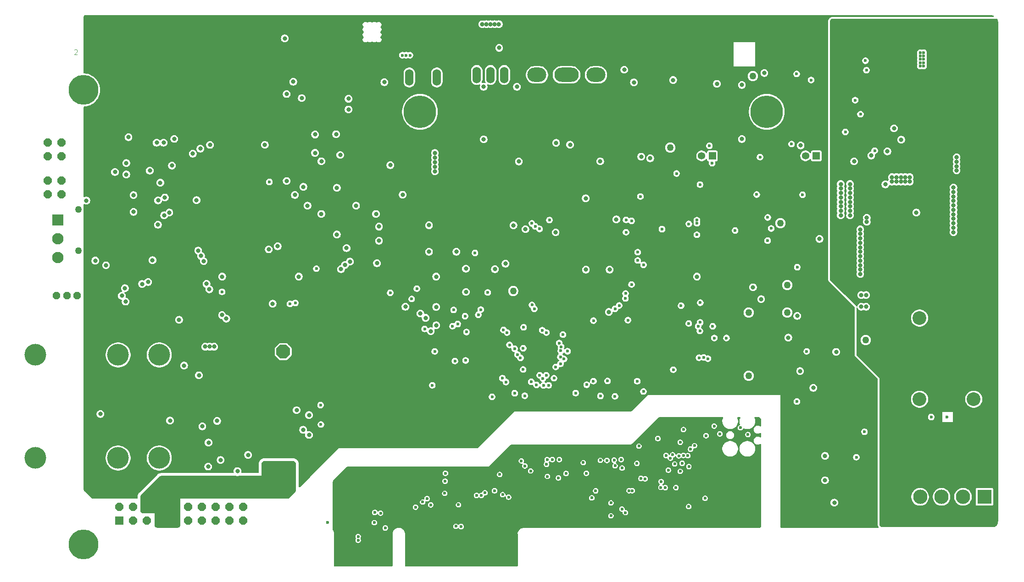
<source format=gbr>
%TF.GenerationSoftware,KiCad,Pcbnew,9.0.6-9.0.6~ubuntu24.04.1*%
%TF.CreationDate,2025-11-12T09:43:01+01:00*%
%TF.ProjectId,EEZ DIB DCP405plus,45455a20-4449-4422-9044-435034303570,r4B2*%
%TF.SameCoordinates,Original*%
%TF.FileFunction,Copper,L2,Inr*%
%TF.FilePolarity,Positive*%
%FSLAX46Y46*%
G04 Gerber Fmt 4.6, Leading zero omitted, Abs format (unit mm)*
G04 Created by KiCad (PCBNEW 9.0.6-9.0.6~ubuntu24.04.1) date 2025-11-12 09:43:01*
%MOMM*%
%LPD*%
G01*
G04 APERTURE LIST*
G04 Aperture macros list*
%AMOutline5P*
0 Free polygon, 5 corners , with rotation*
0 The origin of the aperture is its center*
0 number of corners: always 5*
0 $1 to $10 corner X, Y*
0 $11 Rotation angle, in degrees counterclockwise*
0 create outline with 5 corners*
4,1,5,$1,$2,$3,$4,$5,$6,$7,$8,$9,$10,$1,$2,$11*%
%AMOutline6P*
0 Free polygon, 6 corners , with rotation*
0 The origin of the aperture is its center*
0 number of corners: always 6*
0 $1 to $12 corner X, Y*
0 $13 Rotation angle, in degrees counterclockwise*
0 create outline with 6 corners*
4,1,6,$1,$2,$3,$4,$5,$6,$7,$8,$9,$10,$11,$12,$1,$2,$13*%
%AMOutline7P*
0 Free polygon, 7 corners , with rotation*
0 The origin of the aperture is its center*
0 number of corners: always 7*
0 $1 to $14 corner X, Y*
0 $15 Rotation angle, in degrees counterclockwise*
0 create outline with 7 corners*
4,1,7,$1,$2,$3,$4,$5,$6,$7,$8,$9,$10,$11,$12,$13,$14,$1,$2,$15*%
%AMOutline8P*
0 Free polygon, 8 corners , with rotation*
0 The origin of the aperture is its center*
0 number of corners: always 8*
0 $1 to $16 corner X, Y*
0 $17 Rotation angle, in degrees counterclockwise*
0 create outline with 8 corners*
4,1,8,$1,$2,$3,$4,$5,$6,$7,$8,$9,$10,$11,$12,$13,$14,$15,$16,$1,$2,$17*%
G04 Aperture macros list end*
%ADD10C,0.101600*%
%TA.AperFunction,NonConductor*%
%ADD11C,0.101600*%
%TD*%
%TA.AperFunction,ComponentPad*%
%ADD12O,1.524000X3.048000*%
%TD*%
%TA.AperFunction,ComponentPad*%
%ADD13C,1.270000*%
%TD*%
%TA.AperFunction,ComponentPad*%
%ADD14O,3.500000X2.640000*%
%TD*%
%TA.AperFunction,ComponentPad*%
%ADD15O,4.500000X2.640000*%
%TD*%
%TA.AperFunction,ComponentPad*%
%ADD16R,1.500000X1.500000*%
%TD*%
%TA.AperFunction,ComponentPad*%
%ADD17Outline8P,-0.750000X0.310660X-0.310660X0.750000X0.310660X0.750000X0.750000X0.310660X0.750000X-0.310660X0.310660X-0.750000X-0.310660X-0.750000X-0.750000X-0.310660X180.000000*%
%TD*%
%TA.AperFunction,ComponentPad*%
%ADD18R,2.100000X2.100000*%
%TD*%
%TA.AperFunction,ComponentPad*%
%ADD19C,2.100000*%
%TD*%
%TA.AperFunction,ComponentPad*%
%ADD20Outline8P,-0.675000X0.279594X-0.279594X0.675000X0.279594X0.675000X0.675000X0.279594X0.675000X-0.279594X0.279594X-0.675000X-0.279594X-0.675000X-0.675000X-0.279594X180.000000*%
%TD*%
%TA.AperFunction,ComponentPad*%
%ADD21C,5.500000*%
%TD*%
%TA.AperFunction,ComponentPad*%
%ADD22R,2.640000X2.640000*%
%TD*%
%TA.AperFunction,ComponentPad*%
%ADD23C,2.640000*%
%TD*%
%TA.AperFunction,ComponentPad*%
%ADD24Outline8P,-0.750000X0.310660X-0.310660X0.750000X0.310660X0.750000X0.750000X0.310660X0.750000X-0.310660X0.310660X-0.750000X-0.310660X-0.750000X-0.750000X-0.310660X0.000000*%
%TD*%
%TA.AperFunction,ComponentPad*%
%ADD25R,1.358000X1.358000*%
%TD*%
%TA.AperFunction,ComponentPad*%
%ADD26C,1.358000*%
%TD*%
%TA.AperFunction,ComponentPad*%
%ADD27Outline8P,-1.270000X0.526051X-0.526051X1.270000X0.526051X1.270000X1.270000X0.526051X1.270000X-0.526051X0.526051X-1.270000X-0.526051X-1.270000X-1.270000X-0.526051X0.000000*%
%TD*%
%TA.AperFunction,ComponentPad*%
%ADD28C,2.540000*%
%TD*%
%TA.AperFunction,ComponentPad*%
%ADD29C,4.000000*%
%TD*%
%TA.AperFunction,ComponentPad*%
%ADD30C,6.000000*%
%TD*%
%TA.AperFunction,ViaPad*%
%ADD31C,0.600000*%
%TD*%
%TA.AperFunction,ViaPad*%
%ADD32C,0.806400*%
%TD*%
G04 APERTURE END LIST*
D10*
D11*
X67817093Y-55614946D02*
X67860636Y-55571403D01*
X67860636Y-55571403D02*
X67947722Y-55527860D01*
X67947722Y-55527860D02*
X68165436Y-55527860D01*
X68165436Y-55527860D02*
X68252522Y-55571403D01*
X68252522Y-55571403D02*
X68296064Y-55614946D01*
X68296064Y-55614946D02*
X68339607Y-55702032D01*
X68339607Y-55702032D02*
X68339607Y-55789118D01*
X68339607Y-55789118D02*
X68296064Y-55919746D01*
X68296064Y-55919746D02*
X67773550Y-56442260D01*
X67773550Y-56442260D02*
X68339607Y-56442260D01*
D12*
%TO.N,Net-(Q17-S)*%
%TO.C,R78*%
X134726100Y-60697500D03*
%TO.N,POST_OUT+*%
X129646100Y-60697500D03*
%TD*%
D13*
%TO.N,+VREF*%
%TO.C,TP2*%
X148818600Y-100152200D03*
%TD*%
%TO.N,PREG_OUT+*%
%TO.C,TP10*%
X193040000Y-60452000D03*
%TD*%
%TO.N,-9V*%
%TO.C,TP3*%
X199390000Y-99060000D03*
%TD*%
%TO.N,Net-(IC13-Vout)*%
%TO.C,TP5*%
X192278000Y-104140000D03*
%TD*%
D14*
%TO.N,Net-(Q14-G)*%
%TO.C,Q14*%
X164098000Y-60212900D03*
D15*
%TO.N,PREG_OUT+*%
X158648000Y-60212900D03*
D14*
%TO.N,POST_OUT+*%
X153198000Y-60212900D03*
%TD*%
D13*
%TO.N,GND*%
%TO.C,TP8*%
X213868000Y-115824000D03*
%TD*%
D16*
%TO.N,/Rsense protection\u002C power output\u002C Rprog/OUTC+*%
%TO.C,X5*%
X76140000Y-142540000D03*
D17*
X76140000Y-140000000D03*
X78680000Y-142540000D03*
X78680000Y-140000000D03*
X81220000Y-142540000D03*
%TO.N,Net-(F1-Pad2)*%
X81220000Y-140000000D03*
X83760000Y-142540000D03*
X83760000Y-140000000D03*
X86300000Y-142540000D03*
X86300000Y-140000000D03*
%TO.N,POST_OUT-*%
X88840000Y-142540000D03*
X88840000Y-140000000D03*
X91380000Y-142540000D03*
X91380000Y-140000000D03*
%TO.N,/Rsense protection\u002C power output\u002C Rprog/OUTC-*%
X93920000Y-142540000D03*
X93920000Y-140000000D03*
X96460000Y-142540000D03*
X96460000Y-140000000D03*
%TO.N,/Rsense protection\u002C power output\u002C Rprog/SENSE_IN-*%
X99000000Y-142540000D03*
%TO.N,/Rsense protection\u002C power output\u002C Rprog/SENSE_IN+*%
X99000000Y-140000000D03*
%TD*%
D18*
%TO.N,Net-(TP11-P$1)*%
%TO.C,X4*%
X64800000Y-87000000D03*
D19*
%TO.N,Net-(TP12-P$1)*%
X64800000Y-90500000D03*
%TO.N,PE*%
X64800000Y-94000000D03*
%TD*%
D13*
%TO.N,Net-(TP11-P$1)*%
%TO.C,TP11*%
X68580000Y-85090000D03*
%TD*%
%TO.N,+VNR*%
%TO.C,TP4*%
X192278000Y-115824000D03*
%TD*%
%TO.N,Net-(IC12-Vout)*%
%TO.C,TP6*%
X199390000Y-104140000D03*
%TD*%
D12*
%TO.N,Net-(Q17-G)*%
%TO.C,Q17*%
X147172100Y-60240300D03*
%TO.N,PREG_OUT-*%
X144632100Y-60240300D03*
%TO.N,Net-(Q17-S)*%
X142092100Y-60240300D03*
%TD*%
D20*
%TO.N,Net-(LED1-C)*%
%TO.C,LED1*%
X66445000Y-101000000D03*
%TO.N,Net-(LED1-AG)*%
X68350000Y-101000000D03*
%TO.N,Net-(LED1-AR)*%
X64540000Y-101000000D03*
%TD*%
D21*
%TO.N,*%
%TO.C,KK1*%
X69500000Y-63000000D03*
%TD*%
D22*
%TO.N,/Power pre-regulator/DC-*%
%TO.C,X3*%
X235781000Y-138176000D03*
D23*
%TO.N,unconnected-(X3-Pin_2-Pad2)*%
X231821000Y-138176000D03*
%TO.N,unconnected-(X3-Pin_3-Pad3)*%
X227861000Y-138176000D03*
%TO.N,/Power pre-regulator/DC+*%
X223901000Y-138176000D03*
%TD*%
D13*
%TO.N,+3V3*%
%TO.C,TP7*%
X198120000Y-87630000D03*
%TD*%
%TO.N,POST_OE*%
%TO.C,TP1*%
X177800000Y-73660000D03*
%TD*%
D24*
%TO.N,+VLED*%
%TO.C,LED3*%
X62930000Y-72730000D03*
%TO.N,Net-(LED3B-C)*%
X62930000Y-75270000D03*
%TO.N,+VLED*%
X65470000Y-72730000D03*
%TO.N,Net-(LED3A-C)*%
X65470000Y-75270000D03*
%TD*%
D25*
%TO.N,OE_TRIG*%
%TO.C,JP4*%
X185565800Y-75184000D03*
D26*
%TO.N,+3V3*%
X183565800Y-75184000D03*
%TD*%
D21*
%TO.N,*%
%TO.C,KK2*%
X69500000Y-147000000D03*
%TD*%
D27*
%TO.N,POST_OUT+*%
%TO.C,F1*%
X106362500Y-111360000D03*
%TO.N,Net-(F1-Pad2)*%
X106362500Y-133860000D03*
%TD*%
D13*
%TO.N,Net-(TP12-P$1)*%
%TO.C,TP12*%
X68580000Y-92710000D03*
%TD*%
D28*
%TO.N,/Power pre-regulator/DC+*%
%TO.C,L1*%
X223803200Y-120149000D03*
%TO.N,DC_OUT*%
X223803200Y-105149000D03*
%TO.N,/Power pre-regulator/DC-*%
X233803200Y-120149000D03*
%TO.N,PREG_OUT-*%
X233803200Y-105149000D03*
%TD*%
D29*
%TO.N,/Rsense protection\u002C power output\u002C Rprog/OUTC+*%
%TO.C,J1*%
X75900000Y-111950000D03*
X60600000Y-111950000D03*
%TO.N,/Rsense protection\u002C power output\u002C Rprog/SENSE_IN+*%
X83500000Y-111950000D03*
%TD*%
D24*
%TO.N,Net-(LED2B-A)*%
%TO.C,LED2*%
X62930000Y-79730000D03*
%TO.N,Net-(LED2B-C)*%
X62930000Y-82270000D03*
%TO.N,+VLED*%
X65470000Y-79730000D03*
%TO.N,Net-(LED2A-C)*%
X65470000Y-82270000D03*
%TD*%
D25*
%TO.N,DC_OUT*%
%TO.C,JP7*%
X204758800Y-75184000D03*
D26*
%TO.N,Net-(JP7-Pad2)*%
X202758800Y-75184000D03*
%TD*%
D13*
%TO.N,DC_OUT*%
%TO.C,TP9*%
X213868000Y-109220000D03*
%TD*%
D30*
%TO.N,unconnected-(KK3-Pad1)*%
%TO.C,KK3*%
X195604800Y-67047000D03*
%TO.N,unconnected-(KK3-Pad2)*%
X131604800Y-67047000D03*
%TD*%
D29*
%TO.N,/Rsense protection\u002C power output\u002C Rprog/OUTC-*%
%TO.C,J2*%
X75900000Y-131000000D03*
X60600000Y-131000000D03*
%TO.N,/Rsense protection\u002C power output\u002C Rprog/SENSE_IN-*%
X83500000Y-131000000D03*
%TD*%
D31*
%TO.N,PE*%
X123190000Y-142950000D03*
X228850200Y-123451000D03*
D32*
X72629500Y-122872500D03*
D31*
X114510000Y-142940000D03*
%TO.N,PWRGOOD*%
X212132600Y-130865000D03*
X150655986Y-110734477D03*
X150723600Y-106857800D03*
X193751200Y-82321400D03*
X181203600Y-106146600D03*
X185928000Y-108839000D03*
X188163200Y-108839000D03*
%TO.N,GND*%
X139344400Y-106578400D03*
D32*
X142539135Y-122038433D03*
X195697000Y-111932800D03*
X84292500Y-75989000D03*
X210164100Y-132960500D03*
X70612000Y-81026000D03*
D31*
X196342000Y-74777600D03*
X191900000Y-87254600D03*
D32*
X142862300Y-113593300D03*
D31*
X189230000Y-97510600D03*
D32*
X112470278Y-81257563D03*
X205028800Y-107238800D03*
X85982900Y-92903400D03*
X86445300Y-86423500D03*
X209362200Y-113331800D03*
X195697000Y-109583300D03*
X164579300Y-94691200D03*
X201845600Y-126039000D03*
D31*
X150583900Y-116001800D03*
D32*
X181254000Y-74246400D03*
X92928500Y-76624000D03*
X132402000Y-116793400D03*
X201083600Y-126039000D03*
D31*
X153225500Y-112877600D03*
D32*
X143108100Y-95419300D03*
D31*
X190210000Y-87260000D03*
D32*
X162356800Y-99923600D03*
X130478100Y-106277800D03*
X201803000Y-117983000D03*
D31*
X181254000Y-77738900D03*
D32*
X123048600Y-59681500D03*
D31*
X151955500Y-114515900D03*
D32*
X198110000Y-113139300D03*
X112609869Y-79612925D03*
D31*
X161074100Y-116840000D03*
D32*
X198110000Y-109583300D03*
D31*
X181510000Y-92190000D03*
D32*
X204177500Y-116600900D03*
D31*
X169976800Y-119634000D03*
X154863800Y-111150400D03*
X154863800Y-112826800D03*
D32*
X127812800Y-121202800D03*
D31*
X183860000Y-92160000D03*
D32*
X195697000Y-113075800D03*
D31*
X166268000Y-87073400D03*
D32*
X143078200Y-117627400D03*
X147153200Y-88154900D03*
D31*
X142000107Y-98672400D03*
D32*
X105791000Y-81335000D03*
D31*
X119214500Y-124601900D03*
D32*
X198120000Y-107061000D03*
X136140700Y-116448300D03*
X115301600Y-87202400D03*
X119278000Y-76913400D03*
X90083700Y-94581800D03*
X121524600Y-81627100D03*
D31*
X172300500Y-101551400D03*
X153225500Y-111163100D03*
D32*
X154703200Y-103966400D03*
X164977500Y-99953200D03*
X207284300Y-113331800D03*
X173056152Y-59323900D03*
X73304400Y-103555800D03*
D31*
X149017900Y-117462300D03*
X143916000Y-98693900D03*
D32*
X210926100Y-133722500D03*
X137552000Y-102010600D03*
X109458600Y-60000000D03*
D31*
X202907500Y-84531200D03*
D32*
X121080100Y-60126000D03*
X210164100Y-133722500D03*
X87467500Y-70591500D03*
D31*
X148209000Y-114147600D03*
D32*
X77747500Y-84214400D03*
X110285100Y-69143000D03*
X89471500Y-79629000D03*
X198110000Y-110726300D03*
D31*
X191171300Y-89350100D03*
D32*
X75847000Y-92880000D03*
D31*
X205384000Y-85166200D03*
D32*
X200321600Y-126039000D03*
X215493600Y-123901200D03*
X110271400Y-53459500D03*
X77851000Y-81026000D03*
X215493600Y-123088400D03*
X83248500Y-120904000D03*
X130541600Y-103090100D03*
X196265800Y-107289600D03*
X135466400Y-123503300D03*
X198110000Y-111932800D03*
X110348600Y-67238000D03*
X195697000Y-110726300D03*
X208749500Y-117934400D03*
X137101400Y-120829800D03*
X215493600Y-122288300D03*
D31*
X145973800Y-101828600D03*
D32*
X184198500Y-60547450D03*
D31*
X191055000Y-87250000D03*
D32*
X206933800Y-105232200D03*
D31*
X196138800Y-92735400D03*
D32*
X77815500Y-73385500D03*
D31*
X144179200Y-106578400D03*
D32*
X79886900Y-96205400D03*
D31*
X158623000Y-119659400D03*
D32*
X210926100Y-132960500D03*
%TO.N,POST_OUT+*%
X92798900Y-110439200D03*
X104423900Y-102489000D03*
X146219600Y-55236500D03*
D31*
X194360800Y-75412600D03*
X129755500Y-56593400D03*
D32*
X195152700Y-59872000D03*
X88074500Y-113919000D03*
X93624400Y-110439200D03*
X91973400Y-110439200D03*
D31*
X129057000Y-56593400D03*
D32*
X169316000Y-59265400D03*
X102988800Y-73143500D03*
X92583000Y-128143000D03*
D31*
X128358500Y-56593400D03*
D32*
%TO.N,I_MON*%
X108516000Y-82401800D03*
X147383500Y-95097600D03*
X128401500Y-82363700D03*
X116127100Y-71175000D03*
%TO.N,SENSE-*%
X99885500Y-130429000D03*
X123659500Y-95025600D03*
X105346500Y-91884500D03*
%TO.N,SENSE+*%
X124040500Y-88256500D03*
X103695500Y-92456000D03*
X94805500Y-131381500D03*
X124040500Y-90860000D03*
D31*
%TO.N,U_MON*%
X140022400Y-112979200D03*
X141757000Y-93115600D03*
X171792500Y-92978900D03*
D32*
%TO.N,I_SET*%
X91698500Y-94644600D03*
D31*
X132461000Y-107162600D03*
D32*
X85835400Y-76966900D03*
D31*
X169519600Y-101523800D03*
D32*
X84286000Y-72750500D03*
D31*
X142367000Y-104546400D03*
D32*
X117035000Y-96117800D03*
%TO.N,POST_OE*%
X159300600Y-73118100D03*
D31*
%TO.N,U_SET_OUT*%
X137820000Y-103646900D03*
X137617200Y-106654600D03*
D32*
%TO.N,GCOM*%
X116260300Y-89704300D03*
X109791500Y-64507500D03*
X83689100Y-80129200D03*
X138320200Y-92892000D03*
X116260300Y-81081000D03*
D31*
%TO.N,+VREF*%
X138582400Y-106248200D03*
D32*
X140088200Y-100326700D03*
X140081000Y-96037400D03*
X118063700Y-92218900D03*
%TO.N,CURR_HI*%
X106997500Y-63754000D03*
D31*
X107619800Y-102514400D03*
D32*
X107004700Y-79823320D03*
D31*
X157637201Y-110450855D03*
X103809800Y-80010000D03*
D32*
X106652900Y-53471200D03*
D31*
%TO.N,OE_TRIG*%
X183261000Y-107543600D03*
%TO.N,CV_ACTIVE*%
X170649500Y-87200400D03*
X149593300Y-111887000D03*
X152882600Y-88226900D03*
%TO.N,CC_ACTIVE*%
X169633500Y-87009900D03*
X149072600Y-110807500D03*
X152260300Y-87655400D03*
D32*
%TO.N,/Power pre-regulator/SW*%
X220347588Y-79939282D03*
X221173088Y-79939282D03*
X221173088Y-79113782D03*
X218696588Y-79113782D03*
X219522088Y-79939282D03*
X221998588Y-79113782D03*
X218696588Y-79939282D03*
X221998588Y-79939282D03*
X220347588Y-79113782D03*
X219522088Y-79113782D03*
%TO.N,AUX_USET_SW*%
X95072200Y-104597200D03*
D31*
X157543500Y-113599203D03*
%TO.N,RSENSE*%
X157581600Y-111201200D03*
D32*
X87147400Y-105460800D03*
D31*
%TO.N,RSENSE_ERR*%
X148124000Y-110101200D03*
D32*
X73661000Y-95402400D03*
%TO.N,U_SET*%
X117750165Y-95337600D03*
D31*
X138053901Y-113085701D03*
D32*
X128909500Y-103052000D03*
X91203200Y-93654000D03*
D31*
X142836500Y-103583400D03*
X169545000Y-100609400D03*
X139928598Y-104817300D03*
D32*
X131690800Y-104309300D03*
D31*
%TO.N,/Power pre-regulator/VCC*%
X210108800Y-70764400D03*
D32*
X205333600Y-90530600D03*
D31*
X215521588Y-74224282D03*
D32*
X211711588Y-76192782D03*
D31*
%TO.N,/Power pre-regulator/FB*%
X212900488Y-67490782D03*
X203796500Y-61165400D03*
%TO.N,/Power pre-regulator/AGND*%
X213995000Y-59359800D03*
X211912200Y-64897000D03*
%TO.N,+3V3*%
X182714500Y-89760000D03*
X176260000Y-88710000D03*
D32*
X110083600Y-80899000D03*
X182714500Y-97487400D03*
D31*
X183286400Y-80492600D03*
X202209000Y-82372200D03*
X178962100Y-78437400D03*
D32*
X95102100Y-97487400D03*
X109245000Y-97487400D03*
X134599100Y-103090100D03*
D31*
X160337500Y-119011700D03*
X182720000Y-87630000D03*
X149085300Y-119024400D03*
X152146000Y-116916200D03*
D32*
X134611800Y-106481000D03*
D31*
X182720000Y-87070000D03*
X169633500Y-89295900D03*
D32*
X71687175Y-94525789D03*
D31*
X144106500Y-100421400D03*
D32*
X134581500Y-97487400D03*
D31*
%TO.N,~{OVP_FAULT}*%
X153678421Y-88675300D03*
X133883400Y-117576600D03*
X150152100Y-112522000D03*
X181215900Y-87750000D03*
X134327900Y-111311600D03*
%TO.N,ISO_OE_SYNC*%
X185521600Y-76530200D03*
X183095900Y-112483900D03*
X153111200Y-117500400D03*
D32*
%TO.N,/Power pre-regulator/EN_ULVO*%
X219077588Y-70096782D03*
X201853800Y-73253600D03*
%TO.N,Net-(K1A-C2)*%
X91440000Y-125158500D03*
X77266800Y-102108000D03*
X70040500Y-83439000D03*
X85471000Y-124079000D03*
%TO.N,/Power pre-regulator/HO*%
X217871088Y-74351282D03*
X217490088Y-80447282D03*
%TO.N,/Power pre-regulator/LO*%
X223205088Y-85654282D03*
X214886588Y-75113282D03*
%TO.N,/Rsense protection\u002C power output\u002C Rprog/AUX_OUT*%
X118686000Y-94720800D03*
X90669800Y-92676100D03*
%TO.N,/Rsense protection\u002C power output\u002C Rprog/SENSE_IN+*%
X92519500Y-132588000D03*
%TO.N,/Rsense protection\u002C power output\u002C Rprog/SENSE_IN-*%
X97917000Y-133413500D03*
%TO.N,DC_OUT*%
X212854588Y-95369782D03*
D31*
X223936200Y-56741800D03*
D32*
X210965200Y-81209282D03*
X191012500Y-72076700D03*
X220411088Y-72192282D03*
X210965200Y-83685782D03*
X214061088Y-86606782D03*
X210965200Y-82860282D03*
X212854588Y-88765782D03*
X213934088Y-103053282D03*
X210965200Y-80383782D03*
X212854588Y-94544282D03*
X210965200Y-84511282D03*
D31*
X223936200Y-57961000D03*
X223936200Y-56132200D03*
D32*
X210965200Y-86162282D03*
X209252400Y-82860282D03*
D31*
X223936200Y-58570600D03*
D32*
X209252400Y-83685782D03*
D31*
X225958400Y-123444000D03*
D32*
X212854588Y-96195282D03*
X210965200Y-85336782D03*
X209252400Y-85336782D03*
D31*
X223936200Y-57351400D03*
X224545800Y-56132200D03*
D32*
X209252400Y-84511282D03*
X212854588Y-90416782D03*
X208068600Y-139247000D03*
X213045088Y-100894282D03*
X209252400Y-82034782D03*
X212854588Y-93718782D03*
X213934088Y-100894282D03*
X213045088Y-103053282D03*
D31*
X224545800Y-57351400D03*
X224545800Y-56741800D03*
D32*
X212854588Y-92893282D03*
X209252400Y-81209282D03*
X214061088Y-87368782D03*
X210965200Y-82034782D03*
X209252400Y-86162282D03*
X212854588Y-97020782D03*
X209252400Y-80383782D03*
X212854588Y-89591282D03*
D31*
X224545800Y-57961000D03*
X224545800Y-58570600D03*
D32*
X212854588Y-91242282D03*
X212854588Y-92067782D03*
X191012500Y-62081800D03*
%TO.N,+VNR*%
X199570500Y-108757800D03*
X201752200Y-114935000D03*
X201218800Y-104749600D03*
D31*
X201231500Y-95758000D03*
X195757800Y-90830400D03*
%TO.N,AUX_ISET_SW*%
X156654500Y-114185700D03*
D32*
X95852400Y-105257600D03*
%TO.N,I_SERVO*%
X116882600Y-75010400D03*
X112229500Y-74627400D03*
%TO.N,LOOP_CTRL*%
X151058300Y-88726400D03*
X164863200Y-76191500D03*
X156632546Y-89315956D03*
%TO.N,SENSE_PROT*%
X162183500Y-83027600D03*
X178332998Y-61165400D03*
X174096100Y-75632700D03*
X90376766Y-83352136D03*
D31*
%TO.N,CURR_LO*%
X157314900Y-109766100D03*
X108610574Y-102370800D03*
D32*
X108229000Y-61482902D03*
%TO.N,CV_LED_OUT*%
X80329726Y-98849067D03*
D31*
X157522063Y-112328025D03*
D32*
X78740000Y-85534500D03*
%TO.N,CC_LED_OUT*%
X81434022Y-98491651D03*
D31*
X157988000Y-108191300D03*
D32*
X78740000Y-82423000D03*
D31*
X158191200Y-112712500D03*
D32*
%TO.N,I_SET_OUT*%
X126136003Y-76889994D03*
D31*
X140191400Y-107721400D03*
D32*
X133604000Y-107569000D03*
D31*
%TO.N,POST_OUT-*%
X95072200Y-100304600D03*
X131025500Y-99709900D03*
X170649500Y-98947900D03*
X171792500Y-94502900D03*
X126111000Y-100482400D03*
D32*
X90805000Y-115722400D03*
%TO.N,-9V*%
X204190600Y-118033800D03*
D31*
X202971400Y-111302800D03*
D32*
X149851800Y-76216900D03*
X208408250Y-111397200D03*
%TO.N,V+*%
X110850100Y-84383000D03*
X84391500Y-86169500D03*
X162221600Y-96206700D03*
D31*
X144907000Y-119710200D03*
D32*
X77809000Y-71734500D03*
X194564000Y-101650800D03*
X166458900Y-104013000D03*
X112253450Y-71238500D03*
X166603100Y-96206700D03*
X119809950Y-84383000D03*
X145440000Y-96117800D03*
D31*
X195783200Y-86563200D03*
D32*
%TO.N,V-*%
X85341550Y-85643371D03*
X125023300Y-61580150D03*
X193065000Y-99455894D03*
X148855000Y-88015200D03*
X167847700Y-86910300D03*
X123486600Y-85907000D03*
X113402800Y-85907000D03*
X113409150Y-76178800D03*
%TO.N,PREG_OUT-*%
X218188588Y-94544282D03*
X143876450Y-50855000D03*
X229384588Y-66797379D03*
X222760588Y-73525782D03*
X229384588Y-65971879D03*
X213299088Y-73081282D03*
X145400450Y-50855000D03*
X220835588Y-87366186D03*
D31*
X172300500Y-82691900D03*
D32*
X228602588Y-64191282D03*
D31*
X212519488Y-78883182D03*
D32*
X213299088Y-71430282D03*
X218188588Y-90416782D03*
X216789000Y-123926600D03*
X224665588Y-85146282D03*
X218188588Y-95369782D03*
X220073588Y-88064686D03*
X221236588Y-73525782D03*
X228622588Y-66797379D03*
X224475088Y-94163282D03*
D31*
X172858352Y-95324094D03*
D32*
X225300588Y-96449282D03*
X221998588Y-73525782D03*
X224665588Y-83495282D03*
X216789000Y-123090400D03*
X224665588Y-88448282D03*
X221597588Y-88064686D03*
X218188588Y-88765782D03*
X218188588Y-97020782D03*
X219311588Y-88064686D03*
X229384588Y-64193879D03*
X216156588Y-71112782D03*
X224665588Y-84320782D03*
X224475088Y-96449282D03*
X144638450Y-50855000D03*
X218125088Y-86606782D03*
X224665588Y-80256782D03*
X224665588Y-89273782D03*
X143114450Y-50855000D03*
X220073588Y-87366186D03*
X208709488Y-74882682D03*
X227860588Y-66797379D03*
X219311588Y-87366186D03*
X218188588Y-89591282D03*
X218188588Y-91242282D03*
X218188588Y-92067782D03*
X218950588Y-71430282D03*
X224665588Y-82669782D03*
X146162450Y-50855000D03*
X218125088Y-87368782D03*
X220835588Y-88064686D03*
X222359588Y-87366186D03*
X224665588Y-81844282D03*
X218188588Y-92893282D03*
X227860588Y-65971879D03*
X216156588Y-71938282D03*
X221597588Y-87366186D03*
X216982088Y-71112782D03*
X208727088Y-72636782D03*
X224665588Y-85971782D03*
X224665588Y-87622782D03*
X223522588Y-73525782D03*
X227860588Y-64193879D03*
X224665588Y-86797282D03*
X225300588Y-94163282D03*
X218188588Y-96195282D03*
X224665588Y-81018782D03*
X215331088Y-71938282D03*
X216789000Y-122275600D03*
D31*
X231546400Y-123444000D03*
D32*
X222359588Y-88064686D03*
X216982088Y-71938282D03*
X218188588Y-93718782D03*
X215331088Y-71112782D03*
X228622588Y-65971879D03*
D31*
%TO.N,ISO_DA_SCLK*%
X152704800Y-103441500D03*
X183331300Y-102311200D03*
X167610700Y-103441500D03*
X164909500Y-119545100D03*
%TO.N,ISO_DA_MISO*%
X167589200Y-119608600D03*
X169976800Y-105537000D03*
%TO.N,ISO_DA_MOSI*%
X166217600Y-116776500D03*
X179781200Y-102870000D03*
X168376600Y-102831900D03*
X152274382Y-102722977D03*
%TO.N,DIB_3V3*%
X136240000Y-135300000D03*
X146320000Y-134050000D03*
X136173300Y-137525679D03*
X180238400Y-125755400D03*
X161747200Y-131860200D03*
X175514000Y-127406400D03*
X185902600Y-125095000D03*
X170777650Y-137036800D03*
X184226200Y-138455400D03*
X136313300Y-133822879D03*
X181190900Y-139979400D03*
X120200000Y-146200000D03*
X120200000Y-145500000D03*
X157160000Y-134690000D03*
X170193450Y-137036800D03*
X150305376Y-131547600D03*
%TO.N,~{ISO_DAC_CS}*%
X163626800Y-105625900D03*
X163614100Y-116810700D03*
D32*
%TO.N,Net-(IC11-PH)*%
X206354100Y-130611000D03*
X206354100Y-135119500D03*
D31*
%TO.N,Net-(C47-Pad1)*%
X213639400Y-126161800D03*
X201168000Y-120548400D03*
D32*
%TO.N,Net-(IC16A--IN)*%
X118413100Y-64634500D03*
X118413100Y-66603000D03*
%TO.N,Net-(IC17B-+IN)*%
X133272100Y-88002500D03*
X133272100Y-92892000D03*
%TO.N,Net-(LED2B-A)*%
X75311000Y-78168500D03*
D31*
%TO.N,/DIB isolators\u002C EEPROM\u002C ADC\u002C MCU/DA_CLK*%
X180213000Y-130530600D03*
X164896800Y-131419600D03*
%TO.N,/DIB isolators\u002C EEPROM\u002C ADC\u002C MCU/DA_MOSI*%
X178238967Y-130404600D03*
X166116000Y-131445000D03*
%TO.N,/DIB isolators\u002C EEPROM\u002C ADC\u002C MCU/DA_MISO*%
X167436800Y-131394200D03*
X179374800Y-130606800D03*
D32*
%TO.N,Net-(LED1-AR)*%
X77152500Y-99631500D03*
X110045500Y-125785000D03*
%TO.N,Net-(LED1-AG)*%
X76581000Y-101028500D03*
X108839000Y-122165500D03*
%TO.N,Net-(C70-Pad1)*%
X230063088Y-87622782D03*
X230063088Y-84320782D03*
X230063088Y-83495282D03*
D31*
X201121700Y-60045600D03*
D32*
X230634588Y-77843782D03*
X230063088Y-85971782D03*
X230063088Y-85146282D03*
X230063088Y-81844282D03*
X230063088Y-82669782D03*
X230063088Y-86797282D03*
X230634588Y-76256282D03*
X230634588Y-75430782D03*
X230063088Y-81018782D03*
X230063088Y-88448282D03*
X230063088Y-89273782D03*
X230634588Y-77081782D03*
%TO.N,Net-(IC22A-OUT)*%
X83255419Y-87890919D03*
X83270000Y-83418500D03*
%TO.N,Net-(IC21B--IN)*%
X81746000Y-77907700D03*
X84522400Y-82870400D03*
X83016000Y-72750500D03*
%TO.N,Net-(IC20A-O)*%
X91073000Y-73847900D03*
D31*
X130073000Y-101614900D03*
D32*
X92727200Y-99826200D03*
X77406500Y-76517500D03*
%TO.N,Net-(IC20B-O)*%
X92219200Y-98835600D03*
X132656000Y-105109400D03*
X89683500Y-74769800D03*
X77406500Y-78613000D03*
%TO.N,Net-(IC20B-I0)*%
X86254500Y-72052000D03*
X92840900Y-73154900D03*
D31*
%TO.N,/DIB isolators\u002C EEPROM\u002C ADC\u002C MCU/AC_FREQ*%
X138709304Y-139639304D03*
X133596796Y-139665993D03*
%TO.N,/DIB isolators\u002C EEPROM\u002C ADC\u002C MCU/NRST*%
X181229000Y-132588000D03*
X184404000Y-126873000D03*
X182270400Y-128727200D03*
%TO.N,/DIB isolators\u002C EEPROM\u002C ADC\u002C MCU/~{ISO_ADC_CS}*%
X162369500Y-117462300D03*
X171704000Y-116814600D03*
%TO.N,/DIB isolators\u002C EEPROM\u002C ADC\u002C MCU/DIB_OE_SYNC*%
X152031700Y-133388100D03*
X130788400Y-140080000D03*
%TO.N,/DIB isolators\u002C EEPROM\u002C ADC\u002C MCU/SWCLK*%
X190740683Y-125412051D03*
X176057924Y-136432663D03*
%TO.N,/DIB isolators\u002C EEPROM\u002C ADC\u002C MCU/SWO*%
X176859001Y-136482241D03*
X192125600Y-126669800D03*
%TO.N,/DIB isolators\u002C EEPROM\u002C ADC\u002C MCU/DIB_BOOT0*%
X166852600Y-139293600D03*
X166840000Y-141680000D03*
X178841400Y-136474200D03*
%TO.N,/DIB isolators\u002C EEPROM\u002C ADC\u002C MCU/DIB_UART_TX*%
X147960000Y-138240000D03*
X171636932Y-132001600D03*
%TO.N,/DIB isolators\u002C EEPROM\u002C ADC\u002C MCU/IOEXP_MISO*%
X168910000Y-132860000D03*
X156032200Y-131292600D03*
%TO.N,/DIB isolators\u002C EEPROM\u002C ADC\u002C MCU/~{IOEXP_IRQ}*%
X179628800Y-128101000D03*
X157327600Y-131292600D03*
%TO.N,/DIB isolators\u002C EEPROM\u002C ADC\u002C MCU/IOEXP_CLK*%
X164021553Y-137067238D03*
X158572200Y-133870700D03*
%TO.N,/DIB isolators\u002C EEPROM\u002C ADC\u002C MCU/IOEXP_MOSI*%
X155067000Y-131292600D03*
X181533800Y-129362200D03*
%TO.N,/DIB isolators\u002C EEPROM\u002C ADC\u002C MCU/SWDIO*%
X176122602Y-135381002D03*
X186950493Y-126549293D03*
%TO.N,/DAC\u002C OE\u002C Vref\u002C IOEXP\u002C Temp/~{SET_DP}*%
X155498800Y-87045800D03*
X158842800Y-111277400D03*
%TO.N,/DIB isolators\u002C EEPROM\u002C ADC\u002C MCU/~{DIB_ALERT}*%
X167608225Y-132436990D03*
%TO.N,/DAC\u002C OE\u002C Vref\u002C IOEXP\u002C Temp/OE_LED_GREEN*%
X113258600Y-121225700D03*
X147015200Y-107340400D03*
X146820800Y-116255800D03*
X154180692Y-107400957D03*
%TO.N,/DIB isolators\u002C EEPROM\u002C ADC\u002C MCU/ADC_IRQ*%
X168732200Y-131292600D03*
X177825400Y-131038600D03*
%TO.N,ISO_IOEXP_SCLK*%
X184746900Y-112649000D03*
X154292288Y-116307932D03*
X154406600Y-117602000D03*
%TO.N,ISO_IOEXP_MOSI*%
X154917850Y-115732452D03*
X155346400Y-117576600D03*
%TO.N,ISO_IOEXP_MISO*%
X150647400Y-114655600D03*
X156337000Y-116268500D03*
X183972200Y-112433100D03*
%TO.N,/DIB isolators\u002C EEPROM\u002C ADC\u002C MCU/~{DIB_RESET}*%
X123260000Y-141060000D03*
X172008800Y-128803400D03*
X150970000Y-132470000D03*
%TO.N,~{ISO_RESET}*%
X178358800Y-114693700D03*
X150939500Y-119507172D03*
X153691700Y-115722500D03*
%TO.N,/DIB isolators\u002C EEPROM\u002C ADC\u002C MCU/DIB_MOSI*%
X169530000Y-141090000D03*
X179630000Y-133460000D03*
X139197300Y-143670000D03*
%TO.N,/DIB isolators\u002C EEPROM\u002C ADC\u002C MCU/DIB_CSA*%
X179994765Y-131984357D03*
X142930000Y-137920000D03*
%TO.N,/DIB isolators\u002C EEPROM\u002C ADC\u002C MCU/DIB_SCL*%
X125200000Y-143940000D03*
X145371899Y-137059644D03*
X132913317Y-138510868D03*
%TO.N,/DIB isolators\u002C EEPROM\u002C ADC\u002C MCU/DIB_SDA*%
X132101600Y-139130751D03*
X146870000Y-137770000D03*
%TO.N,/DAC\u002C OE\u002C Vref\u002C IOEXP\u002C Temp/OE_LED_RED*%
X113322100Y-124819800D03*
X147472400Y-116967000D03*
X147675600Y-107823000D03*
X154943900Y-107827800D03*
%TO.N,/DIB isolators\u002C EEPROM\u002C ADC\u002C MCU/DIB_USB_D-*%
X172386098Y-134779641D03*
%TO.N,/DIB isolators\u002C EEPROM\u002C ADC\u002C MCU/DIB_USB_D+*%
X173139402Y-134846867D03*
%TO.N,/DIB isolators\u002C EEPROM\u002C ADC\u002C MCU/DIB_MISO*%
X143600000Y-137440000D03*
X181028722Y-130569785D03*
%TO.N,/DIB isolators\u002C EEPROM\u002C ADC\u002C MCU/DIB_IRQ*%
X178605264Y-132101740D03*
X142050000Y-137920000D03*
%TO.N,/DIB isolators\u002C EEPROM\u002C ADC\u002C MCU/DIB_SCLK*%
X168870000Y-140438400D03*
X138230000Y-143610000D03*
X177444400Y-133248400D03*
%TO.N,/DIB isolators\u002C EEPROM\u002C ADC\u002C MCU/~{DIB_FAULT}*%
X124330751Y-141190751D03*
X154956376Y-132162459D03*
%TO.N,/DAC\u002C OE\u002C Vref\u002C IOEXP\u002C Temp/TEMP_CS*%
X185623200Y-106680000D03*
X182940000Y-106670000D03*
%TO.N,DIB_GND*%
X132510000Y-133760000D03*
X175451586Y-135973636D03*
X143280000Y-146290000D03*
X175715700Y-130551992D03*
X170536350Y-138348800D03*
X182753000Y-138709400D03*
X185521600Y-135534400D03*
X160346112Y-133709556D03*
X116550000Y-144060000D03*
X118110000Y-133480000D03*
X147840000Y-134030000D03*
X122220000Y-146290000D03*
X177901600Y-125272800D03*
X169890376Y-131283800D03*
X185510000Y-131420000D03*
X137578400Y-146349998D03*
X193586100Y-126746000D03*
X149710000Y-134140000D03*
X118220000Y-146300000D03*
X175361600Y-125984000D03*
X163753800Y-139700000D03*
X176000000Y-140320000D03*
X129190000Y-146290000D03*
X140020000Y-138070000D03*
X193941700Y-138417300D03*
X181940200Y-124891800D03*
X171770000Y-137030000D03*
X180740587Y-136543494D03*
X126210000Y-146330000D03*
X148200000Y-146290000D03*
X134470000Y-139730000D03*
X159156400Y-130848950D03*
X186131200Y-138468100D03*
%TO.N,Net-(IC4-PB6)*%
X155121449Y-134402863D03*
X163320123Y-138370400D03*
%TO.N,Net-(IC4-PB10)*%
X162318700Y-133832600D03*
X177021400Y-130550198D03*
D32*
%TO.N,Net-(D18-PadC)*%
X134357800Y-76343900D03*
X149504000Y-62412000D03*
X143362100Y-62412000D03*
X134357800Y-75493000D03*
X134357800Y-74642100D03*
X134357800Y-78045700D03*
X143362100Y-72127500D03*
X134357800Y-77194800D03*
%TO.N,Net-(C84-Pad1)*%
X186397500Y-61863900D03*
X156722500Y-72787900D03*
%TO.N,Net-(C105-Pad2)*%
X82250700Y-94443381D03*
D31*
X112483500Y-96026900D03*
D32*
%TO.N,Net-(Q13-PadB)*%
X171094000Y-61612400D03*
X172427500Y-75325900D03*
D31*
%TO.N,DUTY_100*%
X185013600Y-73329800D03*
X183311800Y-105943400D03*
X213817200Y-57607200D03*
X200177400Y-72999600D03*
%TO.N,+VLED*%
X172847000Y-118719600D03*
D32*
X111125000Y-126746000D03*
X94183200Y-124155200D03*
X111125000Y-123063000D03*
D31*
%TO.N,Net-(IC14-IN)*%
X189760000Y-88970000D03*
X196418200Y-88595200D03*
%TD*%
%TA.AperFunction,Conductor*%
%TO.N,DIB_GND*%
G36*
X187491733Y-123464002D02*
G01*
X187538226Y-123517658D01*
X187548330Y-123587932D01*
X187535880Y-123627198D01*
X187511082Y-123675866D01*
X187510516Y-123676979D01*
X187510513Y-123676985D01*
X187440265Y-123893187D01*
X187440264Y-123893190D01*
X187440264Y-123893192D01*
X187404700Y-124117731D01*
X187404700Y-124345069D01*
X187414585Y-124407479D01*
X187440265Y-124569612D01*
X187505216Y-124769512D01*
X187510515Y-124785819D01*
X187613724Y-124988378D01*
X187613726Y-124988381D01*
X187747351Y-125172300D01*
X187908099Y-125333048D01*
X187908102Y-125333050D01*
X188092022Y-125466676D01*
X188294581Y-125569885D01*
X188510792Y-125640136D01*
X188735331Y-125675700D01*
X188735334Y-125675700D01*
X188962666Y-125675700D01*
X188962669Y-125675700D01*
X189187208Y-125640136D01*
X189403419Y-125569885D01*
X189605978Y-125466676D01*
X189789898Y-125333050D01*
X189950650Y-125172298D01*
X190084276Y-124988378D01*
X190187485Y-124785819D01*
X190257736Y-124569608D01*
X190293300Y-124345069D01*
X190293300Y-124117731D01*
X190257736Y-123893192D01*
X190187485Y-123676981D01*
X190162120Y-123627200D01*
X190149017Y-123557427D01*
X190175717Y-123491642D01*
X190233744Y-123450735D01*
X190274388Y-123444000D01*
X190598612Y-123444000D01*
X190666733Y-123464002D01*
X190713226Y-123517658D01*
X190723330Y-123587932D01*
X190710880Y-123627198D01*
X190686082Y-123675866D01*
X190685516Y-123676979D01*
X190685513Y-123676985D01*
X190615265Y-123893187D01*
X190615264Y-123893190D01*
X190615264Y-123893192D01*
X190579700Y-124117731D01*
X190579700Y-124345069D01*
X190589585Y-124407479D01*
X190615265Y-124569612D01*
X190680217Y-124769512D01*
X190682245Y-124840479D01*
X190645582Y-124901277D01*
X190592998Y-124930154D01*
X190546262Y-124942677D01*
X190431407Y-125008988D01*
X190431397Y-125008996D01*
X190337628Y-125102765D01*
X190337620Y-125102775D01*
X190271310Y-125217628D01*
X190254603Y-125279980D01*
X190236983Y-125345738D01*
X190236983Y-125478364D01*
X190247224Y-125516584D01*
X190271310Y-125606473D01*
X190337620Y-125721326D01*
X190337628Y-125721336D01*
X190431397Y-125815105D01*
X190431402Y-125815109D01*
X190431404Y-125815111D01*
X190431405Y-125815112D01*
X190431407Y-125815113D01*
X190442839Y-125821713D01*
X190546262Y-125881424D01*
X190674370Y-125915751D01*
X190674372Y-125915751D01*
X190806994Y-125915751D01*
X190806996Y-125915751D01*
X190935104Y-125881424D01*
X191049962Y-125815111D01*
X191143743Y-125721330D01*
X191210056Y-125606472D01*
X191210056Y-125606471D01*
X191210058Y-125606468D01*
X191213218Y-125598840D01*
X191214888Y-125599532D01*
X191246523Y-125547615D01*
X191310379Y-125516584D01*
X191380875Y-125525002D01*
X191388480Y-125528562D01*
X191469581Y-125569885D01*
X191685792Y-125640136D01*
X191910331Y-125675700D01*
X191910334Y-125675700D01*
X192137666Y-125675700D01*
X192137669Y-125675700D01*
X192362208Y-125640136D01*
X192578419Y-125569885D01*
X192780978Y-125466676D01*
X192964898Y-125333050D01*
X193125650Y-125172298D01*
X193259276Y-124988378D01*
X193362485Y-124785819D01*
X193432736Y-124569608D01*
X193468300Y-124345069D01*
X193468300Y-124117731D01*
X193432736Y-123893192D01*
X193362485Y-123676981D01*
X193337120Y-123627200D01*
X193324017Y-123557427D01*
X193350717Y-123491642D01*
X193408744Y-123450735D01*
X193449388Y-123444000D01*
X194047741Y-123444000D01*
X194064187Y-123445078D01*
X194082703Y-123447515D01*
X194171037Y-123459145D01*
X194202799Y-123467655D01*
X194294679Y-123505713D01*
X194323158Y-123522156D01*
X194402053Y-123582694D01*
X194425305Y-123605946D01*
X194479811Y-123676979D01*
X194485841Y-123684837D01*
X194502288Y-123713323D01*
X194540342Y-123805194D01*
X194548855Y-123836965D01*
X194562922Y-123943811D01*
X194564000Y-123960258D01*
X194564000Y-125046997D01*
X194543998Y-125115118D01*
X194490342Y-125161611D01*
X194420068Y-125171715D01*
X194367998Y-125151762D01*
X194282269Y-125094480D01*
X194146547Y-125038262D01*
X194146546Y-125038261D01*
X194146542Y-125038260D01*
X194098414Y-125028687D01*
X194002460Y-125009600D01*
X194002455Y-125009600D01*
X193855545Y-125009600D01*
X193855539Y-125009600D01*
X193732041Y-125034165D01*
X193711458Y-125038260D01*
X193711455Y-125038260D01*
X193711452Y-125038262D01*
X193575731Y-125094480D01*
X193453580Y-125176098D01*
X193453579Y-125176099D01*
X193381962Y-125247715D01*
X193381955Y-125247723D01*
X193349699Y-125279980D01*
X193304496Y-125347629D01*
X193304488Y-125347641D01*
X193268079Y-125402132D01*
X193211862Y-125537852D01*
X193211860Y-125537859D01*
X193183200Y-125681939D01*
X193183200Y-125828860D01*
X193193656Y-125881423D01*
X193211860Y-125972942D01*
X193268080Y-126108669D01*
X193322615Y-126190287D01*
X193349698Y-126230819D01*
X193349703Y-126230825D01*
X193453574Y-126334696D01*
X193453580Y-126334701D01*
X193575731Y-126416320D01*
X193711458Y-126472540D01*
X193835521Y-126497217D01*
X193855539Y-126501199D01*
X193855542Y-126501199D01*
X193855545Y-126501200D01*
X193855546Y-126501200D01*
X194002454Y-126501200D01*
X194002455Y-126501200D01*
X194146542Y-126472540D01*
X194282269Y-126416320D01*
X194367999Y-126359036D01*
X194435750Y-126337822D01*
X194504217Y-126356605D01*
X194551661Y-126409422D01*
X194564000Y-126463802D01*
X194564000Y-127078997D01*
X194543998Y-127147118D01*
X194490342Y-127193611D01*
X194420068Y-127203715D01*
X194367998Y-127183762D01*
X194282269Y-127126480D01*
X194146547Y-127070262D01*
X194146546Y-127070261D01*
X194146542Y-127070260D01*
X194105374Y-127062071D01*
X194002460Y-127041600D01*
X194002455Y-127041600D01*
X193855545Y-127041600D01*
X193855539Y-127041600D01*
X193732041Y-127066165D01*
X193711458Y-127070260D01*
X193711455Y-127070260D01*
X193711452Y-127070262D01*
X193575731Y-127126480D01*
X193453580Y-127208098D01*
X193453574Y-127208103D01*
X193349703Y-127311974D01*
X193349698Y-127311980D01*
X193268080Y-127434131D01*
X193211862Y-127569852D01*
X193211860Y-127569859D01*
X193183200Y-127713939D01*
X193183200Y-127860860D01*
X193192995Y-127910100D01*
X193211860Y-128004942D01*
X193268080Y-128140669D01*
X193349699Y-128262820D01*
X193381962Y-128295083D01*
X193381966Y-128295088D01*
X193453574Y-128366696D01*
X193453580Y-128366701D01*
X193575731Y-128448320D01*
X193711458Y-128504540D01*
X193825255Y-128527175D01*
X193855539Y-128533199D01*
X193855542Y-128533199D01*
X193855545Y-128533200D01*
X193855546Y-128533200D01*
X194002454Y-128533200D01*
X194002455Y-128533200D01*
X194146542Y-128504540D01*
X194282269Y-128448320D01*
X194367999Y-128391036D01*
X194435750Y-128369822D01*
X194504217Y-128388605D01*
X194551661Y-128441422D01*
X194564000Y-128495802D01*
X194564000Y-143501741D01*
X194562922Y-143518188D01*
X194548855Y-143625034D01*
X194540342Y-143656805D01*
X194502288Y-143748676D01*
X194485841Y-143777163D01*
X194425307Y-143856051D01*
X194402050Y-143879307D01*
X194344509Y-143923461D01*
X194278289Y-143949063D01*
X194267804Y-143949500D01*
X150699935Y-143949500D01*
X150699565Y-143949499D01*
X150608469Y-143949231D01*
X150608458Y-143949232D01*
X150426918Y-143980693D01*
X150426914Y-143980694D01*
X150253592Y-144043203D01*
X150093763Y-144134857D01*
X149952261Y-144252886D01*
X149833421Y-144393672D01*
X149833417Y-144393679D01*
X149740826Y-144552971D01*
X149740818Y-144552986D01*
X149677302Y-144725916D01*
X149677297Y-144725936D01*
X149644772Y-144907282D01*
X149644771Y-144907293D01*
X149644658Y-144945956D01*
X149644658Y-144945987D01*
X149644502Y-144999412D01*
X149644501Y-144999412D01*
X149644384Y-145039294D01*
X149646463Y-145044356D01*
X149646779Y-145061539D01*
X149646628Y-145062087D01*
X149646800Y-145063851D01*
X149646800Y-150879385D01*
X149626798Y-150947506D01*
X149573142Y-150993999D01*
X149569029Y-150995789D01*
X149485659Y-151030331D01*
X149453880Y-151038849D01*
X149347008Y-151052922D01*
X149330558Y-151054000D01*
X129163559Y-151054000D01*
X129147112Y-151052922D01*
X129040265Y-151038855D01*
X129008493Y-151030341D01*
X128925581Y-150995997D01*
X128870300Y-150951449D01*
X128847880Y-150884085D01*
X128847800Y-150879589D01*
X128847800Y-144949344D01*
X128812843Y-144751092D01*
X128812843Y-144751090D01*
X128743991Y-144561923D01*
X128743990Y-144561920D01*
X128703365Y-144491554D01*
X128643337Y-144387581D01*
X128643335Y-144387578D01*
X128573712Y-144304606D01*
X128513934Y-144233366D01*
X128442827Y-144173700D01*
X128359721Y-144103964D01*
X128359718Y-144103962D01*
X128185384Y-144003312D01*
X128185376Y-144003308D01*
X127996208Y-143934456D01*
X127832912Y-143905663D01*
X127797956Y-143899500D01*
X127596644Y-143899500D01*
X127561688Y-143905663D01*
X127398392Y-143934456D01*
X127398390Y-143934456D01*
X127209223Y-144003308D01*
X127209215Y-144003312D01*
X127034881Y-144103962D01*
X127034878Y-144103964D01*
X126880666Y-144233366D01*
X126751264Y-144387578D01*
X126751262Y-144387581D01*
X126650612Y-144561915D01*
X126650608Y-144561923D01*
X126581756Y-144751090D01*
X126581756Y-144751092D01*
X126546800Y-144949344D01*
X126546800Y-150879589D01*
X126541076Y-150899079D01*
X126540352Y-150919379D01*
X126531280Y-150932445D01*
X126526798Y-150947710D01*
X126511445Y-150961013D01*
X126499861Y-150977698D01*
X126475528Y-150992135D01*
X126473142Y-150994203D01*
X126469020Y-150995997D01*
X126469018Y-150995998D01*
X126386105Y-151030342D01*
X126354334Y-151038855D01*
X126247488Y-151052922D01*
X126231041Y-151054000D01*
X116066259Y-151054000D01*
X116049812Y-151052922D01*
X115942965Y-151038855D01*
X115911193Y-151030341D01*
X115828281Y-150995997D01*
X115773000Y-150951449D01*
X115750580Y-150884085D01*
X115750500Y-150879589D01*
X115750500Y-145433687D01*
X119696300Y-145433687D01*
X119696300Y-145566313D01*
X119730627Y-145694421D01*
X119784077Y-145787000D01*
X119784078Y-145787001D01*
X119800815Y-145855996D01*
X119784078Y-145912998D01*
X119730627Y-146005579D01*
X119696300Y-146133687D01*
X119696300Y-146266313D01*
X119719184Y-146351718D01*
X119730627Y-146394422D01*
X119796937Y-146509275D01*
X119796945Y-146509285D01*
X119890714Y-146603054D01*
X119890719Y-146603058D01*
X119890721Y-146603060D01*
X120005579Y-146669373D01*
X120133687Y-146703700D01*
X120133689Y-146703700D01*
X120266311Y-146703700D01*
X120266313Y-146703700D01*
X120394421Y-146669373D01*
X120509279Y-146603060D01*
X120603060Y-146509279D01*
X120669373Y-146394421D01*
X120703700Y-146266313D01*
X120703700Y-146133687D01*
X120669373Y-146005579D01*
X120615921Y-145912997D01*
X120599184Y-145844005D01*
X120615922Y-145787001D01*
X120669373Y-145694421D01*
X120703700Y-145566313D01*
X120703700Y-145433687D01*
X120669373Y-145305579D01*
X120603060Y-145190721D01*
X120603058Y-145190719D01*
X120603054Y-145190714D01*
X120509285Y-145096945D01*
X120509275Y-145096937D01*
X120394422Y-145030627D01*
X120351718Y-145019184D01*
X120266313Y-144996300D01*
X120133687Y-144996300D01*
X120069633Y-145013463D01*
X120005577Y-145030627D01*
X119890724Y-145096937D01*
X119890714Y-145096945D01*
X119796945Y-145190714D01*
X119796937Y-145190724D01*
X119730627Y-145305577D01*
X119707742Y-145390984D01*
X119696300Y-145433687D01*
X115750500Y-145433687D01*
X115750500Y-144960118D01*
X115750388Y-144959848D01*
X115740842Y-144914995D01*
X115740440Y-144899947D01*
X115740439Y-144899938D01*
X115702865Y-144715787D01*
X115702861Y-144715774D01*
X115660911Y-144609455D01*
X115633876Y-144540936D01*
X115536005Y-144381436D01*
X115517400Y-144315539D01*
X115517400Y-143873687D01*
X124696300Y-143873687D01*
X124696300Y-144006313D01*
X124714185Y-144073060D01*
X124730627Y-144134422D01*
X124796937Y-144249275D01*
X124796945Y-144249285D01*
X124890714Y-144343054D01*
X124890719Y-144343058D01*
X124890721Y-144343060D01*
X124890722Y-144343061D01*
X124890724Y-144343062D01*
X125004098Y-144408518D01*
X125005579Y-144409373D01*
X125133687Y-144443700D01*
X125133689Y-144443700D01*
X125266311Y-144443700D01*
X125266313Y-144443700D01*
X125394421Y-144409373D01*
X125509279Y-144343060D01*
X125603060Y-144249279D01*
X125669373Y-144134421D01*
X125703700Y-144006313D01*
X125703700Y-143873687D01*
X125669373Y-143745579D01*
X125664022Y-143736311D01*
X125603062Y-143630724D01*
X125603054Y-143630714D01*
X125516027Y-143543687D01*
X137726300Y-143543687D01*
X137726300Y-143676313D01*
X137742377Y-143736311D01*
X137760627Y-143804422D01*
X137826937Y-143919275D01*
X137826945Y-143919285D01*
X137920714Y-144013054D01*
X137920719Y-144013058D01*
X137920721Y-144013060D01*
X137920722Y-144013061D01*
X137920724Y-144013062D01*
X138024648Y-144073062D01*
X138035579Y-144079373D01*
X138163687Y-144113700D01*
X138163689Y-144113700D01*
X138296311Y-144113700D01*
X138296313Y-144113700D01*
X138424421Y-144079373D01*
X138539279Y-144013060D01*
X138597172Y-143955166D01*
X138659482Y-143921143D01*
X138730298Y-143926207D01*
X138787134Y-143968753D01*
X138793075Y-143977761D01*
X138794245Y-143979285D01*
X138888014Y-144073054D01*
X138888019Y-144073058D01*
X138888021Y-144073060D01*
X138888022Y-144073061D01*
X138888024Y-144073062D01*
X139002877Y-144139372D01*
X139002879Y-144139373D01*
X139130987Y-144173700D01*
X139130989Y-144173700D01*
X139263611Y-144173700D01*
X139263613Y-144173700D01*
X139391721Y-144139373D01*
X139506579Y-144073060D01*
X139600360Y-143979279D01*
X139666673Y-143864421D01*
X139701000Y-143736313D01*
X139701000Y-143603687D01*
X139666673Y-143475579D01*
X139654041Y-143453700D01*
X139600362Y-143360724D01*
X139600354Y-143360714D01*
X139506585Y-143266945D01*
X139506575Y-143266937D01*
X139391722Y-143200627D01*
X139349018Y-143189184D01*
X139263613Y-143166300D01*
X139130987Y-143166300D01*
X139066933Y-143183463D01*
X139002877Y-143200627D01*
X138888024Y-143266937D01*
X138888018Y-143266942D01*
X138830128Y-143324832D01*
X138767815Y-143358857D01*
X138697000Y-143353791D01*
X138640164Y-143311244D01*
X138634225Y-143302240D01*
X138633061Y-143300724D01*
X138633060Y-143300721D01*
X138633057Y-143300718D01*
X138633054Y-143300714D01*
X138539285Y-143206945D01*
X138539275Y-143206937D01*
X138424422Y-143140627D01*
X138381718Y-143129184D01*
X138296313Y-143106300D01*
X138163687Y-143106300D01*
X138099633Y-143123463D01*
X138035577Y-143140627D01*
X137920724Y-143206937D01*
X137920714Y-143206945D01*
X137826945Y-143300714D01*
X137826937Y-143300724D01*
X137760627Y-143415577D01*
X137744550Y-143475577D01*
X137726300Y-143543687D01*
X125516027Y-143543687D01*
X125509285Y-143536945D01*
X125509275Y-143536937D01*
X125394422Y-143470627D01*
X125351718Y-143459184D01*
X125266313Y-143436300D01*
X125133687Y-143436300D01*
X125069633Y-143453463D01*
X125005577Y-143470627D01*
X124890724Y-143536937D01*
X124890714Y-143536945D01*
X124796945Y-143630714D01*
X124796937Y-143630724D01*
X124730627Y-143745577D01*
X124714860Y-143804421D01*
X124696300Y-143873687D01*
X115517400Y-143873687D01*
X115517400Y-142883687D01*
X122686300Y-142883687D01*
X122686300Y-143016313D01*
X122709184Y-143101718D01*
X122720627Y-143144422D01*
X122786937Y-143259275D01*
X122786945Y-143259285D01*
X122880714Y-143353054D01*
X122880719Y-143353058D01*
X122880721Y-143353060D01*
X122880722Y-143353061D01*
X122880724Y-143353062D01*
X122995577Y-143419372D01*
X122995579Y-143419373D01*
X123123687Y-143453700D01*
X123123689Y-143453700D01*
X123256311Y-143453700D01*
X123256313Y-143453700D01*
X123384421Y-143419373D01*
X123499279Y-143353060D01*
X123593060Y-143259279D01*
X123659373Y-143144421D01*
X123693700Y-143016313D01*
X123693700Y-142883687D01*
X123659373Y-142755579D01*
X123593060Y-142640721D01*
X123593058Y-142640719D01*
X123593054Y-142640714D01*
X123499285Y-142546945D01*
X123499275Y-142546937D01*
X123384422Y-142480627D01*
X123341718Y-142469184D01*
X123256313Y-142446300D01*
X123123687Y-142446300D01*
X123059633Y-142463463D01*
X122995577Y-142480627D01*
X122880724Y-142546937D01*
X122880714Y-142546945D01*
X122786945Y-142640714D01*
X122786937Y-142640724D01*
X122720627Y-142755577D01*
X122697742Y-142840984D01*
X122686300Y-142883687D01*
X115517400Y-142883687D01*
X115517400Y-140993687D01*
X122756300Y-140993687D01*
X122756300Y-141126313D01*
X122764338Y-141156311D01*
X122790627Y-141254422D01*
X122856937Y-141369275D01*
X122856945Y-141369285D01*
X122950714Y-141463054D01*
X122950719Y-141463058D01*
X122950721Y-141463060D01*
X122950722Y-141463061D01*
X122950724Y-141463062D01*
X123042993Y-141516333D01*
X123065579Y-141529373D01*
X123193687Y-141563700D01*
X123193689Y-141563700D01*
X123326311Y-141563700D01*
X123326313Y-141563700D01*
X123454421Y-141529373D01*
X123569279Y-141463060D01*
X123663060Y-141369279D01*
X123663061Y-141369276D01*
X123666859Y-141365479D01*
X123729171Y-141331454D01*
X123799987Y-141336518D01*
X123856823Y-141379065D01*
X123865074Y-141391574D01*
X123927688Y-141500026D01*
X123927696Y-141500036D01*
X124021465Y-141593805D01*
X124021470Y-141593809D01*
X124021472Y-141593811D01*
X124136330Y-141660124D01*
X124264438Y-141694451D01*
X124264440Y-141694451D01*
X124397062Y-141694451D01*
X124397064Y-141694451D01*
X124525172Y-141660124D01*
X124605604Y-141613687D01*
X166336300Y-141613687D01*
X166336300Y-141746313D01*
X166359184Y-141831718D01*
X166370627Y-141874422D01*
X166436937Y-141989275D01*
X166436945Y-141989285D01*
X166530714Y-142083054D01*
X166530719Y-142083058D01*
X166530721Y-142083060D01*
X166645579Y-142149373D01*
X166773687Y-142183700D01*
X166773689Y-142183700D01*
X166906311Y-142183700D01*
X166906313Y-142183700D01*
X167034421Y-142149373D01*
X167149279Y-142083060D01*
X167243060Y-141989279D01*
X167309373Y-141874421D01*
X167343700Y-141746313D01*
X167343700Y-141613687D01*
X167309373Y-141485579D01*
X167296368Y-141463054D01*
X167243062Y-141370724D01*
X167243054Y-141370714D01*
X167149285Y-141276945D01*
X167149275Y-141276937D01*
X167034422Y-141210627D01*
X166991718Y-141199184D01*
X166906313Y-141176300D01*
X166773687Y-141176300D01*
X166709633Y-141193463D01*
X166645577Y-141210627D01*
X166530724Y-141276937D01*
X166530714Y-141276945D01*
X166436945Y-141370714D01*
X166436937Y-141370724D01*
X166370627Y-141485577D01*
X166358892Y-141529373D01*
X166336300Y-141613687D01*
X124605604Y-141613687D01*
X124640030Y-141593811D01*
X124674469Y-141559372D01*
X124717509Y-141516333D01*
X124733805Y-141500036D01*
X124733811Y-141500030D01*
X124800124Y-141385172D01*
X124834451Y-141257064D01*
X124834451Y-141124438D01*
X124800124Y-140996330D01*
X124780363Y-140962102D01*
X124733813Y-140881475D01*
X124733805Y-140881465D01*
X124640036Y-140787696D01*
X124640026Y-140787688D01*
X124525173Y-140721378D01*
X124482469Y-140709935D01*
X124397064Y-140687051D01*
X124264438Y-140687051D01*
X124200384Y-140704214D01*
X124136328Y-140721378D01*
X124021475Y-140787688D01*
X124021469Y-140787693D01*
X123923890Y-140885272D01*
X123861578Y-140919297D01*
X123790762Y-140914231D01*
X123733926Y-140871684D01*
X123725680Y-140859183D01*
X123663060Y-140750721D01*
X123663057Y-140750718D01*
X123663054Y-140750714D01*
X123569285Y-140656945D01*
X123569275Y-140656937D01*
X123454422Y-140590627D01*
X123411718Y-140579184D01*
X123326313Y-140556300D01*
X123193687Y-140556300D01*
X123156375Y-140566298D01*
X123065577Y-140590627D01*
X122950724Y-140656937D01*
X122950714Y-140656945D01*
X122856945Y-140750714D01*
X122856937Y-140750724D01*
X122790627Y-140865577D01*
X122776233Y-140919297D01*
X122756300Y-140993687D01*
X115517400Y-140993687D01*
X115517400Y-140013687D01*
X130284700Y-140013687D01*
X130284700Y-140146313D01*
X130290965Y-140169693D01*
X130319027Y-140274422D01*
X130385337Y-140389275D01*
X130385345Y-140389285D01*
X130479114Y-140483054D01*
X130479119Y-140483058D01*
X130479121Y-140483060D01*
X130479122Y-140483061D01*
X130479124Y-140483062D01*
X130593977Y-140549372D01*
X130593979Y-140549373D01*
X130722087Y-140583700D01*
X130722089Y-140583700D01*
X130854711Y-140583700D01*
X130854713Y-140583700D01*
X130982821Y-140549373D01*
X131097679Y-140483060D01*
X131191460Y-140389279D01*
X131201386Y-140372087D01*
X168366300Y-140372087D01*
X168366300Y-140504713D01*
X168368425Y-140512642D01*
X168400627Y-140632822D01*
X168466937Y-140747675D01*
X168466945Y-140747685D01*
X168560714Y-140841454D01*
X168560719Y-140841458D01*
X168560721Y-140841460D01*
X168560722Y-140841461D01*
X168560724Y-140841462D01*
X168630012Y-140881465D01*
X168675579Y-140907773D01*
X168803687Y-140942100D01*
X168803689Y-140942100D01*
X168900300Y-140942100D01*
X168968421Y-140962102D01*
X169014914Y-141015758D01*
X169026300Y-141068100D01*
X169026300Y-141156313D01*
X169031656Y-141176300D01*
X169060627Y-141284422D01*
X169126937Y-141399275D01*
X169126945Y-141399285D01*
X169220714Y-141493054D01*
X169220719Y-141493058D01*
X169220721Y-141493060D01*
X169220722Y-141493061D01*
X169220724Y-141493062D01*
X169283617Y-141529373D01*
X169335579Y-141559373D01*
X169463687Y-141593700D01*
X169463689Y-141593700D01*
X169596311Y-141593700D01*
X169596313Y-141593700D01*
X169724421Y-141559373D01*
X169839279Y-141493060D01*
X169933060Y-141399279D01*
X169999373Y-141284421D01*
X170033700Y-141156313D01*
X170033700Y-141023687D01*
X169999373Y-140895579D01*
X169991230Y-140881475D01*
X169933062Y-140780724D01*
X169933054Y-140780714D01*
X169839285Y-140686945D01*
X169839275Y-140686937D01*
X169724422Y-140620627D01*
X169681718Y-140609184D01*
X169596313Y-140586300D01*
X169499700Y-140586300D01*
X169431579Y-140566298D01*
X169385086Y-140512642D01*
X169373700Y-140460300D01*
X169373700Y-140372088D01*
X169351352Y-140288685D01*
X169339373Y-140243979D01*
X169298868Y-140173822D01*
X169273062Y-140129124D01*
X169273054Y-140129114D01*
X169179285Y-140035345D01*
X169179281Y-140035342D01*
X169179279Y-140035340D01*
X169137067Y-140010969D01*
X169064422Y-139969027D01*
X169021718Y-139957584D01*
X168936313Y-139934700D01*
X168803687Y-139934700D01*
X168739633Y-139951863D01*
X168675577Y-139969027D01*
X168560724Y-140035337D01*
X168560714Y-140035345D01*
X168466945Y-140129114D01*
X168466937Y-140129124D01*
X168400627Y-140243977D01*
X168388649Y-140288679D01*
X168366300Y-140372087D01*
X131201386Y-140372087D01*
X131257773Y-140274421D01*
X131292100Y-140146313D01*
X131292100Y-140013687D01*
X131257773Y-139885579D01*
X131227835Y-139833725D01*
X131191462Y-139770724D01*
X131191454Y-139770714D01*
X131097685Y-139676945D01*
X131097675Y-139676937D01*
X130982822Y-139610627D01*
X130933219Y-139597336D01*
X130854713Y-139576300D01*
X130722087Y-139576300D01*
X130658033Y-139593463D01*
X130593977Y-139610627D01*
X130479124Y-139676937D01*
X130479114Y-139676945D01*
X130385345Y-139770714D01*
X130385337Y-139770724D01*
X130319027Y-139885577D01*
X130311656Y-139913087D01*
X130284700Y-140013687D01*
X115517400Y-140013687D01*
X115517400Y-139064438D01*
X131597900Y-139064438D01*
X131597900Y-139197064D01*
X131608400Y-139236249D01*
X131632227Y-139325173D01*
X131698537Y-139440026D01*
X131698545Y-139440036D01*
X131792314Y-139533805D01*
X131792319Y-139533809D01*
X131792321Y-139533811D01*
X131792322Y-139533812D01*
X131792324Y-139533813D01*
X131907177Y-139600123D01*
X131907179Y-139600124D01*
X132035287Y-139634451D01*
X132035289Y-139634451D01*
X132167911Y-139634451D01*
X132167913Y-139634451D01*
X132296021Y-139600124D01*
X132296790Y-139599680D01*
X133093096Y-139599680D01*
X133093096Y-139732306D01*
X133115980Y-139817711D01*
X133127423Y-139860415D01*
X133193733Y-139975268D01*
X133193741Y-139975278D01*
X133287510Y-140069047D01*
X133287515Y-140069051D01*
X133287517Y-140069053D01*
X133402375Y-140135366D01*
X133530483Y-140169693D01*
X133530485Y-140169693D01*
X133663107Y-140169693D01*
X133663109Y-140169693D01*
X133791217Y-140135366D01*
X133906075Y-140069053D01*
X133999856Y-139975272D01*
X134066169Y-139860414D01*
X134100496Y-139732306D01*
X134100496Y-139599680D01*
X134099869Y-139597339D01*
X134099869Y-139597336D01*
X134093346Y-139572991D01*
X138205604Y-139572991D01*
X138205604Y-139705617D01*
X138220973Y-139762973D01*
X138239931Y-139833726D01*
X138306241Y-139948579D01*
X138306249Y-139948589D01*
X138400018Y-140042358D01*
X138400023Y-140042362D01*
X138400025Y-140042364D01*
X138400026Y-140042365D01*
X138400028Y-140042366D01*
X138446252Y-140069053D01*
X138514883Y-140108677D01*
X138642991Y-140143004D01*
X138642993Y-140143004D01*
X138775615Y-140143004D01*
X138775617Y-140143004D01*
X138903725Y-140108677D01*
X139018583Y-140042364D01*
X139112364Y-139948583D01*
X139132858Y-139913087D01*
X180687200Y-139913087D01*
X180687200Y-140045713D01*
X180709548Y-140129114D01*
X180721527Y-140173822D01*
X180787837Y-140288675D01*
X180787845Y-140288685D01*
X180881614Y-140382454D01*
X180881619Y-140382458D01*
X180881621Y-140382460D01*
X180881622Y-140382461D01*
X180881624Y-140382462D01*
X180893442Y-140389285D01*
X180996479Y-140448773D01*
X181124587Y-140483100D01*
X181124589Y-140483100D01*
X181257211Y-140483100D01*
X181257213Y-140483100D01*
X181385321Y-140448773D01*
X181500179Y-140382460D01*
X181593960Y-140288679D01*
X181660273Y-140173821D01*
X181694600Y-140045713D01*
X181694600Y-139913087D01*
X181660273Y-139784979D01*
X181647567Y-139762972D01*
X181593962Y-139670124D01*
X181593954Y-139670114D01*
X181500185Y-139576345D01*
X181500175Y-139576337D01*
X181385322Y-139510027D01*
X181342618Y-139498584D01*
X181257213Y-139475700D01*
X181124587Y-139475700D01*
X181060533Y-139492863D01*
X180996477Y-139510027D01*
X180881624Y-139576337D01*
X180881614Y-139576345D01*
X180787845Y-139670114D01*
X180787837Y-139670124D01*
X180721527Y-139784977D01*
X180708465Y-139833725D01*
X180687200Y-139913087D01*
X139132858Y-139913087D01*
X139178677Y-139833725D01*
X139213004Y-139705617D01*
X139213004Y-139572991D01*
X139178677Y-139444883D01*
X139112364Y-139330025D01*
X139112362Y-139330023D01*
X139112358Y-139330018D01*
X139018589Y-139236249D01*
X139018579Y-139236241D01*
X139003070Y-139227287D01*
X166348900Y-139227287D01*
X166348900Y-139359913D01*
X166370367Y-139440026D01*
X166383227Y-139488022D01*
X166449537Y-139602875D01*
X166449545Y-139602885D01*
X166543314Y-139696654D01*
X166543319Y-139696658D01*
X166543321Y-139696660D01*
X166543322Y-139696661D01*
X166543324Y-139696662D01*
X166558835Y-139705617D01*
X166658179Y-139762973D01*
X166786287Y-139797300D01*
X166786289Y-139797300D01*
X166918911Y-139797300D01*
X166918913Y-139797300D01*
X167047021Y-139762973D01*
X167161879Y-139696660D01*
X167255660Y-139602879D01*
X167321973Y-139488021D01*
X167356300Y-139359913D01*
X167356300Y-139227287D01*
X167321973Y-139099179D01*
X167301916Y-139064439D01*
X167255662Y-138984324D01*
X167255654Y-138984314D01*
X167161885Y-138890545D01*
X167161875Y-138890537D01*
X167047022Y-138824227D01*
X167004318Y-138812784D01*
X166918913Y-138789900D01*
X166786287Y-138789900D01*
X166722233Y-138807063D01*
X166658177Y-138824227D01*
X166543324Y-138890537D01*
X166543314Y-138890545D01*
X166449545Y-138984314D01*
X166449537Y-138984324D01*
X166383227Y-139099177D01*
X166366315Y-139162293D01*
X166348900Y-139227287D01*
X139003070Y-139227287D01*
X138903726Y-139169931D01*
X138861022Y-139158488D01*
X138775617Y-139135604D01*
X138642991Y-139135604D01*
X138578937Y-139152767D01*
X138514881Y-139169931D01*
X138400028Y-139236241D01*
X138400018Y-139236249D01*
X138306249Y-139330018D01*
X138306241Y-139330028D01*
X138239931Y-139444881D01*
X138224539Y-139502326D01*
X138205604Y-139572991D01*
X134093346Y-139572991D01*
X134066170Y-139471574D01*
X133999858Y-139356717D01*
X133999850Y-139356707D01*
X133906081Y-139262938D01*
X133906071Y-139262930D01*
X133791218Y-139196620D01*
X133748514Y-139185177D01*
X133663109Y-139162293D01*
X133530483Y-139162293D01*
X133466429Y-139179456D01*
X133402373Y-139196620D01*
X133287520Y-139262930D01*
X133287510Y-139262938D01*
X133193741Y-139356707D01*
X133193733Y-139356717D01*
X133127423Y-139471570D01*
X133123015Y-139488021D01*
X133093096Y-139599680D01*
X132296790Y-139599680D01*
X132410879Y-139533811D01*
X132410885Y-139533805D01*
X132442365Y-139502326D01*
X132504654Y-139440036D01*
X132504660Y-139440030D01*
X132570973Y-139325172D01*
X132605300Y-139197064D01*
X132605300Y-139114009D01*
X132625302Y-139045888D01*
X132678958Y-138999395D01*
X132749232Y-138989291D01*
X132763905Y-138992301D01*
X132847004Y-139014568D01*
X132979628Y-139014568D01*
X132979630Y-139014568D01*
X133107738Y-138980241D01*
X133222596Y-138913928D01*
X133316377Y-138820147D01*
X133382690Y-138705289D01*
X133417017Y-138577181D01*
X133417017Y-138444555D01*
X133382690Y-138316447D01*
X133350665Y-138260977D01*
X133316379Y-138201592D01*
X133316371Y-138201582D01*
X133222602Y-138107813D01*
X133222592Y-138107805D01*
X133107739Y-138041495D01*
X133062521Y-138029379D01*
X132979630Y-138007168D01*
X132847004Y-138007168D01*
X132782950Y-138024331D01*
X132718894Y-138041495D01*
X132604041Y-138107805D01*
X132604031Y-138107813D01*
X132510262Y-138201582D01*
X132510254Y-138201592D01*
X132443944Y-138316445D01*
X132442172Y-138323060D01*
X132411719Y-138436713D01*
X132409617Y-138444556D01*
X132409617Y-138527609D01*
X132389615Y-138595730D01*
X132335959Y-138642223D01*
X132265685Y-138652327D01*
X132251006Y-138649316D01*
X132224535Y-138642223D01*
X132167913Y-138627051D01*
X132035287Y-138627051D01*
X131978665Y-138642223D01*
X131907177Y-138661378D01*
X131792324Y-138727688D01*
X131792314Y-138727696D01*
X131698545Y-138821465D01*
X131698537Y-138821475D01*
X131632227Y-138936328D01*
X131611263Y-139014567D01*
X131597900Y-139064438D01*
X115517400Y-139064438D01*
X115517400Y-137459366D01*
X135669600Y-137459366D01*
X135669600Y-137591992D01*
X135680969Y-137634421D01*
X135703927Y-137720101D01*
X135770237Y-137834954D01*
X135770245Y-137834964D01*
X135864014Y-137928733D01*
X135864019Y-137928737D01*
X135864021Y-137928739D01*
X135864022Y-137928740D01*
X135864024Y-137928741D01*
X135978877Y-137995051D01*
X135978879Y-137995052D01*
X136106987Y-138029379D01*
X136106989Y-138029379D01*
X136239611Y-138029379D01*
X136239613Y-138029379D01*
X136367721Y-137995052D01*
X136482579Y-137928739D01*
X136557631Y-137853687D01*
X141546300Y-137853687D01*
X141546300Y-137986313D01*
X141561086Y-138041495D01*
X141580627Y-138114422D01*
X141646937Y-138229275D01*
X141646945Y-138229285D01*
X141740714Y-138323054D01*
X141740719Y-138323058D01*
X141740721Y-138323060D01*
X141740722Y-138323061D01*
X141740724Y-138323062D01*
X141855085Y-138389088D01*
X141855579Y-138389373D01*
X141983687Y-138423700D01*
X141983689Y-138423700D01*
X142116311Y-138423700D01*
X142116313Y-138423700D01*
X142244421Y-138389373D01*
X142359279Y-138323060D01*
X142378252Y-138304087D01*
X142400905Y-138281435D01*
X142463217Y-138247409D01*
X142534032Y-138252474D01*
X142579095Y-138281435D01*
X142620714Y-138323054D01*
X142620719Y-138323058D01*
X142620721Y-138323060D01*
X142620722Y-138323061D01*
X142620724Y-138323062D01*
X142735085Y-138389088D01*
X142735579Y-138389373D01*
X142863687Y-138423700D01*
X142863689Y-138423700D01*
X142996311Y-138423700D01*
X142996313Y-138423700D01*
X143124421Y-138389373D01*
X143239279Y-138323060D01*
X143333060Y-138229279D01*
X143399373Y-138114421D01*
X143420095Y-138037086D01*
X143457046Y-137976466D01*
X143520907Y-137945444D01*
X143541801Y-137943700D01*
X143666311Y-137943700D01*
X143666313Y-137943700D01*
X143794421Y-137909373D01*
X143909279Y-137843060D01*
X144003060Y-137749279D01*
X144029382Y-137703687D01*
X146366300Y-137703687D01*
X146366300Y-137836313D01*
X146379421Y-137885279D01*
X146400627Y-137964422D01*
X146466937Y-138079275D01*
X146466945Y-138079285D01*
X146560714Y-138173054D01*
X146560719Y-138173058D01*
X146560721Y-138173060D01*
X146560722Y-138173061D01*
X146560724Y-138173062D01*
X146658106Y-138229285D01*
X146675579Y-138239373D01*
X146803687Y-138273700D01*
X146803689Y-138273700D01*
X146936311Y-138273700D01*
X146936313Y-138273700D01*
X147064421Y-138239373D01*
X147179279Y-138173060D01*
X147206225Y-138146114D01*
X147241205Y-138111135D01*
X147303517Y-138077109D01*
X147374332Y-138082174D01*
X147431168Y-138124721D01*
X147455979Y-138191241D01*
X147456300Y-138200230D01*
X147456300Y-138306313D01*
X147460788Y-138323062D01*
X147490627Y-138434422D01*
X147556937Y-138549275D01*
X147556945Y-138549285D01*
X147650714Y-138643054D01*
X147650719Y-138643058D01*
X147650721Y-138643060D01*
X147650722Y-138643061D01*
X147650724Y-138643062D01*
X147758505Y-138705289D01*
X147765579Y-138709373D01*
X147893687Y-138743700D01*
X147893689Y-138743700D01*
X148026311Y-138743700D01*
X148026313Y-138743700D01*
X148154421Y-138709373D01*
X148269279Y-138643060D01*
X148363060Y-138549279D01*
X148429373Y-138434421D01*
X148463700Y-138306313D01*
X148463700Y-138304087D01*
X162816423Y-138304087D01*
X162816423Y-138436713D01*
X162818525Y-138444556D01*
X162850750Y-138564822D01*
X162917060Y-138679675D01*
X162917068Y-138679685D01*
X163010837Y-138773454D01*
X163010842Y-138773458D01*
X163010844Y-138773460D01*
X163010845Y-138773461D01*
X163010847Y-138773462D01*
X163098775Y-138824227D01*
X163125702Y-138839773D01*
X163253810Y-138874100D01*
X163253812Y-138874100D01*
X163386434Y-138874100D01*
X163386436Y-138874100D01*
X163514544Y-138839773D01*
X163629402Y-138773460D01*
X163723183Y-138679679D01*
X163789496Y-138564821D01*
X163823823Y-138436713D01*
X163823823Y-138389087D01*
X183722500Y-138389087D01*
X183722500Y-138521713D01*
X183737363Y-138577181D01*
X183756827Y-138649822D01*
X183823137Y-138764675D01*
X183823145Y-138764685D01*
X183916914Y-138858454D01*
X183916919Y-138858458D01*
X183916921Y-138858460D01*
X184031779Y-138924773D01*
X184159887Y-138959100D01*
X184159889Y-138959100D01*
X184292511Y-138959100D01*
X184292513Y-138959100D01*
X184420621Y-138924773D01*
X184535479Y-138858460D01*
X184629260Y-138764679D01*
X184695573Y-138649821D01*
X184729900Y-138521713D01*
X184729900Y-138389087D01*
X184695573Y-138260979D01*
X184690663Y-138252474D01*
X184629262Y-138146124D01*
X184629254Y-138146114D01*
X184535485Y-138052345D01*
X184535475Y-138052337D01*
X184420622Y-137986027D01*
X184377918Y-137974584D01*
X184292513Y-137951700D01*
X184159887Y-137951700D01*
X184112409Y-137964422D01*
X184031777Y-137986027D01*
X183916924Y-138052337D01*
X183916914Y-138052345D01*
X183823145Y-138146114D01*
X183823137Y-138146124D01*
X183756827Y-138260977D01*
X183733942Y-138346384D01*
X183722500Y-138389087D01*
X163823823Y-138389087D01*
X163823823Y-138304087D01*
X163789496Y-138175979D01*
X163772254Y-138146114D01*
X163723185Y-138061124D01*
X163723177Y-138061114D01*
X163629408Y-137967345D01*
X163629398Y-137967337D01*
X163514545Y-137901027D01*
X163471841Y-137889584D01*
X163386436Y-137866700D01*
X163253810Y-137866700D01*
X163189756Y-137883863D01*
X163125700Y-137901027D01*
X163010847Y-137967337D01*
X163010837Y-137967345D01*
X162917068Y-138061114D01*
X162917060Y-138061124D01*
X162850750Y-138175977D01*
X162833763Y-138239373D01*
X162816423Y-138304087D01*
X148463700Y-138304087D01*
X148463700Y-138173687D01*
X148429373Y-138045579D01*
X148420020Y-138029379D01*
X148363062Y-137930724D01*
X148363054Y-137930714D01*
X148269285Y-137836945D01*
X148269275Y-137836937D01*
X148154422Y-137770627D01*
X148111718Y-137759184D01*
X148026313Y-137736300D01*
X147893687Y-137736300D01*
X147829633Y-137753463D01*
X147765577Y-137770627D01*
X147650724Y-137836937D01*
X147650714Y-137836945D01*
X147588795Y-137898865D01*
X147526483Y-137932891D01*
X147455668Y-137927826D01*
X147398832Y-137885279D01*
X147374021Y-137818759D01*
X147373700Y-137809770D01*
X147373700Y-137703688D01*
X147373700Y-137703687D01*
X147339373Y-137575579D01*
X147316875Y-137536611D01*
X147273062Y-137460724D01*
X147273054Y-137460714D01*
X147179285Y-137366945D01*
X147179275Y-137366937D01*
X147064422Y-137300627D01*
X147021718Y-137289184D01*
X146936313Y-137266300D01*
X146803687Y-137266300D01*
X146739633Y-137283463D01*
X146675577Y-137300627D01*
X146560724Y-137366937D01*
X146560714Y-137366945D01*
X146466945Y-137460714D01*
X146466937Y-137460724D01*
X146400627Y-137575577D01*
X146384860Y-137634421D01*
X146366300Y-137703687D01*
X144029382Y-137703687D01*
X144069373Y-137634421D01*
X144103700Y-137506313D01*
X144103700Y-137373687D01*
X144069373Y-137245579D01*
X144061084Y-137231222D01*
X144003062Y-137130724D01*
X144003054Y-137130714D01*
X143909285Y-137036945D01*
X143909275Y-137036937D01*
X143833747Y-136993331D01*
X144868199Y-136993331D01*
X144868199Y-137125957D01*
X144870234Y-137133551D01*
X144902526Y-137254066D01*
X144968836Y-137368919D01*
X144968844Y-137368929D01*
X145062613Y-137462698D01*
X145062618Y-137462702D01*
X145062620Y-137462704D01*
X145062621Y-137462705D01*
X145062623Y-137462706D01*
X145177476Y-137529016D01*
X145177478Y-137529017D01*
X145305586Y-137563344D01*
X145305588Y-137563344D01*
X145438210Y-137563344D01*
X145438212Y-137563344D01*
X145566320Y-137529017D01*
X145681178Y-137462704D01*
X145774959Y-137368923D01*
X145841272Y-137254065D01*
X145875599Y-137125957D01*
X145875599Y-137000925D01*
X163517853Y-137000925D01*
X163517853Y-137133551D01*
X163540737Y-137218956D01*
X163552180Y-137261660D01*
X163618490Y-137376513D01*
X163618498Y-137376523D01*
X163712267Y-137470292D01*
X163712272Y-137470296D01*
X163712274Y-137470298D01*
X163712275Y-137470299D01*
X163712277Y-137470300D01*
X163827130Y-137536610D01*
X163827132Y-137536611D01*
X163955240Y-137570938D01*
X163955242Y-137570938D01*
X164087864Y-137570938D01*
X164087866Y-137570938D01*
X164215974Y-137536611D01*
X164330832Y-137470298D01*
X164424613Y-137376517D01*
X164490926Y-137261659D01*
X164525253Y-137133551D01*
X164525253Y-137000925D01*
X164517097Y-136970487D01*
X169689750Y-136970487D01*
X169689750Y-137103113D01*
X169697906Y-137133551D01*
X169724077Y-137231222D01*
X169790387Y-137346075D01*
X169790395Y-137346085D01*
X169884164Y-137439854D01*
X169884169Y-137439858D01*
X169884171Y-137439860D01*
X169884172Y-137439861D01*
X169884174Y-137439862D01*
X169999027Y-137506172D01*
X169999029Y-137506173D01*
X170127137Y-137540500D01*
X170127139Y-137540500D01*
X170259761Y-137540500D01*
X170259763Y-137540500D01*
X170387871Y-137506173D01*
X170422551Y-137486150D01*
X170491543Y-137469412D01*
X170548547Y-137486149D01*
X170583229Y-137506173D01*
X170711337Y-137540500D01*
X170711339Y-137540500D01*
X170843961Y-137540500D01*
X170843963Y-137540500D01*
X170972071Y-137506173D01*
X171086929Y-137439860D01*
X171180710Y-137346079D01*
X171247023Y-137231221D01*
X171281350Y-137103113D01*
X171281350Y-136970487D01*
X171247023Y-136842379D01*
X171217660Y-136791520D01*
X171180712Y-136727524D01*
X171180704Y-136727514D01*
X171086935Y-136633745D01*
X171086925Y-136633737D01*
X170972072Y-136567427D01*
X170901637Y-136548554D01*
X170843963Y-136533100D01*
X170711337Y-136533100D01*
X170711333Y-136533100D01*
X170583230Y-136567426D01*
X170583229Y-136567426D01*
X170548549Y-136587449D01*
X170479553Y-136604186D01*
X170422551Y-136587449D01*
X170387870Y-136567426D01*
X170259766Y-136533100D01*
X170259763Y-136533100D01*
X170127137Y-136533100D01*
X170069470Y-136548552D01*
X169999027Y-136567427D01*
X169884174Y-136633737D01*
X169884164Y-136633745D01*
X169790395Y-136727514D01*
X169790387Y-136727524D01*
X169724077Y-136842377D01*
X169712576Y-136885301D01*
X169689750Y-136970487D01*
X164517097Y-136970487D01*
X164490926Y-136872817D01*
X164486542Y-136865223D01*
X164424615Y-136757962D01*
X164424607Y-136757952D01*
X164330838Y-136664183D01*
X164330828Y-136664175D01*
X164215975Y-136597865D01*
X164173271Y-136586422D01*
X164087866Y-136563538D01*
X163955240Y-136563538D01*
X163891186Y-136580701D01*
X163827130Y-136597865D01*
X163712277Y-136664175D01*
X163712267Y-136664183D01*
X163618498Y-136757952D01*
X163618490Y-136757962D01*
X163552180Y-136872815D01*
X163533221Y-136943572D01*
X163517853Y-137000925D01*
X145875599Y-137000925D01*
X145875599Y-136993331D01*
X145841272Y-136865223D01*
X145841271Y-136865221D01*
X145774961Y-136750368D01*
X145774953Y-136750358D01*
X145681184Y-136656589D01*
X145681174Y-136656581D01*
X145566321Y-136590271D01*
X145523617Y-136578828D01*
X145438212Y-136555944D01*
X145305586Y-136555944D01*
X145262732Y-136567427D01*
X145177476Y-136590271D01*
X145062623Y-136656581D01*
X145062613Y-136656589D01*
X144968844Y-136750358D01*
X144968836Y-136750368D01*
X144902526Y-136865221D01*
X144897146Y-136885301D01*
X144868199Y-136993331D01*
X143833747Y-136993331D01*
X143794422Y-136970627D01*
X143751718Y-136959184D01*
X143666313Y-136936300D01*
X143533687Y-136936300D01*
X143469633Y-136953463D01*
X143405577Y-136970627D01*
X143290724Y-137036937D01*
X143290714Y-137036945D01*
X143196945Y-137130714D01*
X143196937Y-137130724D01*
X143130627Y-137245577D01*
X143126318Y-137261659D01*
X143109904Y-137322913D01*
X143072954Y-137383534D01*
X143009093Y-137414556D01*
X142988199Y-137416300D01*
X142863687Y-137416300D01*
X142799633Y-137433463D01*
X142735577Y-137450627D01*
X142620724Y-137516937D01*
X142620714Y-137516945D01*
X142579095Y-137558565D01*
X142516783Y-137592591D01*
X142445968Y-137587526D01*
X142400905Y-137558565D01*
X142359285Y-137516945D01*
X142359275Y-137516937D01*
X142244422Y-137450627D01*
X142201718Y-137439184D01*
X142116313Y-137416300D01*
X141983687Y-137416300D01*
X141919633Y-137433463D01*
X141855577Y-137450627D01*
X141740724Y-137516937D01*
X141740714Y-137516945D01*
X141646945Y-137610714D01*
X141646937Y-137610724D01*
X141580627Y-137725577D01*
X141577754Y-137736300D01*
X141546300Y-137853687D01*
X136557631Y-137853687D01*
X136576360Y-137834958D01*
X136642673Y-137720100D01*
X136677000Y-137591992D01*
X136677000Y-137459366D01*
X136642673Y-137331258D01*
X136642672Y-137331256D01*
X136576362Y-137216403D01*
X136576354Y-137216393D01*
X136482585Y-137122624D01*
X136482575Y-137122616D01*
X136367722Y-137056306D01*
X136325018Y-137044863D01*
X136239613Y-137021979D01*
X136106987Y-137021979D01*
X136051164Y-137036937D01*
X135978877Y-137056306D01*
X135864024Y-137122616D01*
X135864014Y-137122624D01*
X135770245Y-137216393D01*
X135770237Y-137216403D01*
X135703927Y-137331256D01*
X135691798Y-137376523D01*
X135669600Y-137459366D01*
X115517400Y-137459366D01*
X115517400Y-136366350D01*
X175554224Y-136366350D01*
X175554224Y-136498976D01*
X175572566Y-136567427D01*
X175588551Y-136627085D01*
X175654861Y-136741938D01*
X175654869Y-136741948D01*
X175748638Y-136835717D01*
X175748643Y-136835721D01*
X175748645Y-136835723D01*
X175748646Y-136835724D01*
X175748648Y-136835725D01*
X175834517Y-136885301D01*
X175863503Y-136902036D01*
X175991611Y-136936363D01*
X175991613Y-136936363D01*
X176124235Y-136936363D01*
X176124237Y-136936363D01*
X176252345Y-136902036D01*
X176342470Y-136850002D01*
X176367754Y-136835405D01*
X176436750Y-136818667D01*
X176503842Y-136841888D01*
X176519849Y-136855429D01*
X176549715Y-136885295D01*
X176549720Y-136885299D01*
X176549722Y-136885301D01*
X176549723Y-136885302D01*
X176549725Y-136885303D01*
X176664578Y-136951613D01*
X176664580Y-136951614D01*
X176792688Y-136985941D01*
X176792690Y-136985941D01*
X176925312Y-136985941D01*
X176925314Y-136985941D01*
X177053422Y-136951614D01*
X177168280Y-136885301D01*
X177262061Y-136791520D01*
X177328374Y-136676662D01*
X177362701Y-136548554D01*
X177362701Y-136415928D01*
X177360546Y-136407887D01*
X178337700Y-136407887D01*
X178337700Y-136540513D01*
X178360023Y-136623821D01*
X178372027Y-136668622D01*
X178438337Y-136783475D01*
X178438345Y-136783485D01*
X178532114Y-136877254D01*
X178532119Y-136877258D01*
X178532121Y-136877260D01*
X178532122Y-136877261D01*
X178532124Y-136877262D01*
X178634491Y-136936363D01*
X178646979Y-136943573D01*
X178775087Y-136977900D01*
X178775089Y-136977900D01*
X178907711Y-136977900D01*
X178907713Y-136977900D01*
X179035821Y-136943573D01*
X179150679Y-136877260D01*
X179244460Y-136783479D01*
X179310773Y-136668621D01*
X179345100Y-136540513D01*
X179345100Y-136407887D01*
X179310773Y-136279779D01*
X179249104Y-136172965D01*
X179244462Y-136164924D01*
X179244454Y-136164914D01*
X179150685Y-136071145D01*
X179150675Y-136071137D01*
X179035822Y-136004827D01*
X178987854Y-135991974D01*
X178907713Y-135970500D01*
X178775087Y-135970500D01*
X178711033Y-135987663D01*
X178646977Y-136004827D01*
X178532124Y-136071137D01*
X178532114Y-136071145D01*
X178438345Y-136164914D01*
X178438337Y-136164924D01*
X178372027Y-136279777D01*
X178369872Y-136287820D01*
X178337700Y-136407887D01*
X177360546Y-136407887D01*
X177328374Y-136287820D01*
X177323732Y-136279779D01*
X177262063Y-136172965D01*
X177262055Y-136172955D01*
X177168286Y-136079186D01*
X177168276Y-136079178D01*
X177053423Y-136012868D01*
X177010719Y-136001425D01*
X176925314Y-135978541D01*
X176792688Y-135978541D01*
X176707282Y-136001425D01*
X176664579Y-136012868D01*
X176549169Y-136079499D01*
X176523426Y-136085743D01*
X176498888Y-136095736D01*
X176489475Y-136093979D01*
X176480173Y-136096236D01*
X176455137Y-136087570D01*
X176429096Y-136082711D01*
X176418154Y-136074770D01*
X176413081Y-136073015D01*
X176399760Y-136062082D01*
X176398408Y-136060808D01*
X176367203Y-136029603D01*
X176362267Y-136026753D01*
X176352269Y-136017332D01*
X176337428Y-135991974D01*
X176320108Y-135968254D01*
X176319718Y-135961713D01*
X176316408Y-135956057D01*
X176317632Y-135926705D01*
X176315886Y-135897383D01*
X176319094Y-135891669D01*
X176319368Y-135885122D01*
X176336267Y-135861091D01*
X176350650Y-135835480D01*
X176358417Y-135829592D01*
X176360207Y-135827048D01*
X176363595Y-135825668D01*
X176375677Y-135816511D01*
X176431881Y-135784062D01*
X176525662Y-135690281D01*
X176591975Y-135575423D01*
X176626302Y-135447315D01*
X176626302Y-135314689D01*
X176591975Y-135186581D01*
X176589735Y-135182701D01*
X176525664Y-135071726D01*
X176525656Y-135071716D01*
X176431887Y-134977947D01*
X176431877Y-134977939D01*
X176317024Y-134911629D01*
X176262204Y-134896940D01*
X176188915Y-134877302D01*
X176056289Y-134877302D01*
X175992235Y-134894465D01*
X175928179Y-134911629D01*
X175813326Y-134977939D01*
X175813316Y-134977947D01*
X175719547Y-135071716D01*
X175719539Y-135071726D01*
X175653229Y-135186579D01*
X175637784Y-135244222D01*
X175618902Y-135314689D01*
X175618902Y-135447315D01*
X175641786Y-135532720D01*
X175653229Y-135575424D01*
X175719539Y-135690277D01*
X175719547Y-135690287D01*
X175813318Y-135784058D01*
X175818548Y-135788071D01*
X175860416Y-135845408D01*
X175864640Y-135916279D01*
X175829877Y-135978183D01*
X175804847Y-135997153D01*
X175748651Y-136029598D01*
X175748638Y-136029608D01*
X175654869Y-136123377D01*
X175654861Y-136123387D01*
X175588551Y-136238240D01*
X175577421Y-136279779D01*
X175554224Y-136366350D01*
X115517400Y-136366350D01*
X115517400Y-135399278D01*
X115518478Y-135382832D01*
X115531576Y-135283341D01*
X115532545Y-135275980D01*
X115541054Y-135244222D01*
X115545418Y-135233687D01*
X135736300Y-135233687D01*
X135736300Y-135366313D01*
X135745133Y-135399278D01*
X135770627Y-135494422D01*
X135836937Y-135609275D01*
X135836945Y-135609285D01*
X135930714Y-135703054D01*
X135930719Y-135703058D01*
X135930721Y-135703060D01*
X136045579Y-135769373D01*
X136173687Y-135803700D01*
X136173689Y-135803700D01*
X136306311Y-135803700D01*
X136306313Y-135803700D01*
X136434421Y-135769373D01*
X136549279Y-135703060D01*
X136643060Y-135609279D01*
X136709373Y-135494421D01*
X136743700Y-135366313D01*
X136743700Y-135233687D01*
X136709373Y-135105579D01*
X136709372Y-135105577D01*
X136643062Y-134990724D01*
X136643054Y-134990714D01*
X136549285Y-134896945D01*
X136549275Y-134896937D01*
X136434422Y-134830627D01*
X136391718Y-134819184D01*
X136306313Y-134796300D01*
X136173687Y-134796300D01*
X136137767Y-134805925D01*
X136045577Y-134830627D01*
X135930724Y-134896937D01*
X135930714Y-134896945D01*
X135836945Y-134990714D01*
X135836937Y-134990724D01*
X135770627Y-135105577D01*
X135759525Y-135147010D01*
X135736300Y-135233687D01*
X115545418Y-135233687D01*
X115579113Y-135152340D01*
X115595551Y-135123867D01*
X115661176Y-135038343D01*
X115672022Y-135025977D01*
X116941433Y-133756566D01*
X135809600Y-133756566D01*
X135809600Y-133889192D01*
X135822414Y-133937013D01*
X135843927Y-134017301D01*
X135910237Y-134132154D01*
X135910245Y-134132164D01*
X136004014Y-134225933D01*
X136004019Y-134225937D01*
X136004021Y-134225939D01*
X136004022Y-134225940D01*
X136004024Y-134225941D01*
X136086853Y-134273762D01*
X136118879Y-134292252D01*
X136246987Y-134326579D01*
X136246989Y-134326579D01*
X136379611Y-134326579D01*
X136379613Y-134326579D01*
X136507721Y-134292252D01*
X136622579Y-134225939D01*
X136716360Y-134132158D01*
X136782673Y-134017300D01*
X136787362Y-133999803D01*
X136791680Y-133983687D01*
X145816300Y-133983687D01*
X145816300Y-134116313D01*
X145833360Y-134179979D01*
X145850627Y-134244422D01*
X145916937Y-134359275D01*
X145916945Y-134359285D01*
X146010714Y-134453054D01*
X146010719Y-134453058D01*
X146010721Y-134453060D01*
X146010722Y-134453061D01*
X146010724Y-134453062D01*
X146038640Y-134469179D01*
X146125579Y-134519373D01*
X146253687Y-134553700D01*
X146253689Y-134553700D01*
X146386311Y-134553700D01*
X146386313Y-134553700D01*
X146514421Y-134519373D01*
X146629279Y-134453060D01*
X146723060Y-134359279D01*
X146736182Y-134336550D01*
X154617749Y-134336550D01*
X154617749Y-134469176D01*
X154636078Y-134537581D01*
X154652076Y-134597285D01*
X154718386Y-134712138D01*
X154718394Y-134712148D01*
X154812163Y-134805917D01*
X154812168Y-134805921D01*
X154812170Y-134805923D01*
X154812171Y-134805924D01*
X154812173Y-134805925D01*
X154881506Y-134845954D01*
X154927028Y-134872236D01*
X155055136Y-134906563D01*
X155055138Y-134906563D01*
X155187760Y-134906563D01*
X155187762Y-134906563D01*
X155315870Y-134872236D01*
X155430728Y-134805923D01*
X155524509Y-134712142D01*
X155575578Y-134623687D01*
X156656300Y-134623687D01*
X156656300Y-134756313D01*
X156662796Y-134780555D01*
X156690627Y-134884422D01*
X156756937Y-134999275D01*
X156756945Y-134999285D01*
X156850714Y-135093054D01*
X156850719Y-135093058D01*
X156850721Y-135093060D01*
X156850722Y-135093061D01*
X156850724Y-135093062D01*
X156960000Y-135156152D01*
X156965579Y-135159373D01*
X157093687Y-135193700D01*
X157093689Y-135193700D01*
X157226311Y-135193700D01*
X157226313Y-135193700D01*
X157354421Y-135159373D01*
X157469279Y-135093060D01*
X157563060Y-134999279D01*
X157629373Y-134884421D01*
X157663700Y-134756313D01*
X157663700Y-134713328D01*
X171882398Y-134713328D01*
X171882398Y-134845954D01*
X171905282Y-134931359D01*
X171916725Y-134974063D01*
X171983035Y-135088916D01*
X171983043Y-135088926D01*
X172076812Y-135182695D01*
X172076817Y-135182699D01*
X172076819Y-135182701D01*
X172076820Y-135182702D01*
X172076822Y-135182703D01*
X172165131Y-135233688D01*
X172191677Y-135249014D01*
X172319785Y-135283341D01*
X172319787Y-135283341D01*
X172452409Y-135283341D01*
X172452411Y-135283341D01*
X172580519Y-135249014D01*
X172654455Y-135206326D01*
X172723447Y-135189590D01*
X172790539Y-135212810D01*
X172806547Y-135226352D01*
X172830116Y-135249921D01*
X172830121Y-135249925D01*
X172830123Y-135249927D01*
X172830124Y-135249928D01*
X172830126Y-135249929D01*
X172942296Y-135314690D01*
X172944981Y-135316240D01*
X173073089Y-135350567D01*
X173073091Y-135350567D01*
X173205713Y-135350567D01*
X173205715Y-135350567D01*
X173333823Y-135316240D01*
X173448681Y-135249927D01*
X173542462Y-135156146D01*
X173608775Y-135041288D01*
X173643102Y-134913180D01*
X173643102Y-134780554D01*
X173608775Y-134652446D01*
X173576928Y-134597285D01*
X173542464Y-134537591D01*
X173542456Y-134537581D01*
X173448687Y-134443812D01*
X173448677Y-134443804D01*
X173333824Y-134377494D01*
X173265867Y-134359285D01*
X173205715Y-134343167D01*
X173073089Y-134343167D01*
X172956528Y-134374400D01*
X172944981Y-134377494D01*
X172871046Y-134420180D01*
X172802050Y-134436917D01*
X172734959Y-134413696D01*
X172718952Y-134400155D01*
X172695383Y-134376586D01*
X172695373Y-134376578D01*
X172580520Y-134310268D01*
X172513283Y-134292252D01*
X172452411Y-134275941D01*
X172319785Y-134275941D01*
X172258916Y-134292251D01*
X172191675Y-134310268D01*
X172076822Y-134376578D01*
X172076812Y-134376586D01*
X171983043Y-134470355D01*
X171983035Y-134470365D01*
X171916725Y-134585218D01*
X171893840Y-134670625D01*
X171882398Y-134713328D01*
X157663700Y-134713328D01*
X157663700Y-134623687D01*
X157629373Y-134495579D01*
X157604821Y-134453054D01*
X157563062Y-134380724D01*
X157563054Y-134380714D01*
X157469285Y-134286945D01*
X157469275Y-134286937D01*
X157354422Y-134220627D01*
X157308939Y-134208440D01*
X157226313Y-134186300D01*
X157093687Y-134186300D01*
X157029633Y-134203463D01*
X156965577Y-134220627D01*
X156850724Y-134286937D01*
X156850714Y-134286945D01*
X156756945Y-134380714D01*
X156756937Y-134380724D01*
X156690627Y-134495577D01*
X156675053Y-134553700D01*
X156656300Y-134623687D01*
X155575578Y-134623687D01*
X155590822Y-134597284D01*
X155625149Y-134469176D01*
X155625149Y-134336550D01*
X155590822Y-134208442D01*
X155590821Y-134208440D01*
X155524511Y-134093587D01*
X155524503Y-134093577D01*
X155430734Y-133999808D01*
X155430724Y-133999800D01*
X155315867Y-133933488D01*
X155257451Y-133917835D01*
X155257446Y-133917835D01*
X155187762Y-133899163D01*
X155055136Y-133899163D01*
X154991082Y-133916326D01*
X154927026Y-133933490D01*
X154812173Y-133999800D01*
X154812163Y-133999808D01*
X154718394Y-134093577D01*
X154718386Y-134093587D01*
X154652076Y-134208440D01*
X154644782Y-134235662D01*
X154617749Y-134336550D01*
X146736182Y-134336550D01*
X146753283Y-134306930D01*
X146777324Y-134265291D01*
X146779703Y-134261169D01*
X146789373Y-134244421D01*
X146823700Y-134116313D01*
X146823700Y-133983687D01*
X146789373Y-133855579D01*
X146759818Y-133804388D01*
X146723062Y-133740724D01*
X146723054Y-133740714D01*
X146629285Y-133646945D01*
X146629275Y-133646937D01*
X146514422Y-133580627D01*
X146471718Y-133569184D01*
X146386313Y-133546300D01*
X146253687Y-133546300D01*
X146189633Y-133563463D01*
X146125577Y-133580627D01*
X146010724Y-133646937D01*
X146010714Y-133646945D01*
X145916945Y-133740714D01*
X145916937Y-133740724D01*
X145850627Y-133855577D01*
X145833945Y-133917835D01*
X145816300Y-133983687D01*
X136791680Y-133983687D01*
X136802628Y-133942828D01*
X136802631Y-133942817D01*
X136817000Y-133889191D01*
X136817000Y-133756567D01*
X136801142Y-133697385D01*
X136782673Y-133628458D01*
X136756152Y-133582522D01*
X136716362Y-133513603D01*
X136716354Y-133513593D01*
X136622585Y-133419824D01*
X136622576Y-133419817D01*
X136586167Y-133398796D01*
X136507721Y-133353506D01*
X136389346Y-133321787D01*
X151528000Y-133321787D01*
X151528000Y-133454413D01*
X151543860Y-133513603D01*
X151562327Y-133582522D01*
X151628637Y-133697375D01*
X151628645Y-133697385D01*
X151722414Y-133791154D01*
X151722419Y-133791158D01*
X151722421Y-133791160D01*
X151722422Y-133791161D01*
X151722424Y-133791162D01*
X151833995Y-133855577D01*
X151837279Y-133857473D01*
X151965387Y-133891800D01*
X151965389Y-133891800D01*
X152098011Y-133891800D01*
X152098013Y-133891800D01*
X152226121Y-133857473D01*
X152318069Y-133804387D01*
X158068500Y-133804387D01*
X158068500Y-133937013D01*
X158081007Y-133983688D01*
X158102827Y-134065122D01*
X158169137Y-134179975D01*
X158169145Y-134179985D01*
X158262914Y-134273754D01*
X158262919Y-134273758D01*
X158262921Y-134273760D01*
X158262922Y-134273761D01*
X158262924Y-134273762D01*
X158377777Y-134340072D01*
X158377779Y-134340073D01*
X158505887Y-134374400D01*
X158505889Y-134374400D01*
X158638511Y-134374400D01*
X158638513Y-134374400D01*
X158766621Y-134340073D01*
X158881479Y-134273760D01*
X158975260Y-134179979D01*
X159041573Y-134065121D01*
X159075900Y-133937013D01*
X159075900Y-133804387D01*
X159072216Y-133790638D01*
X159072216Y-133790636D01*
X159065692Y-133766287D01*
X161815000Y-133766287D01*
X161815000Y-133898913D01*
X161837716Y-133983688D01*
X161849327Y-134027022D01*
X161915637Y-134141875D01*
X161915645Y-134141885D01*
X162009414Y-134235654D01*
X162009419Y-134235658D01*
X162009421Y-134235660D01*
X162009422Y-134235661D01*
X162009424Y-134235662D01*
X162124277Y-134301972D01*
X162124279Y-134301973D01*
X162252387Y-134336300D01*
X162252389Y-134336300D01*
X162385011Y-134336300D01*
X162385013Y-134336300D01*
X162513121Y-134301973D01*
X162627979Y-134235660D01*
X162721760Y-134141879D01*
X162788073Y-134027021D01*
X162822400Y-133898913D01*
X162822400Y-133766287D01*
X162788073Y-133638179D01*
X162782461Y-133628458D01*
X162721762Y-133523324D01*
X162721754Y-133523314D01*
X162627985Y-133429545D01*
X162627975Y-133429537D01*
X162513122Y-133363227D01*
X162470418Y-133351784D01*
X162385013Y-133328900D01*
X162252387Y-133328900D01*
X162188333Y-133346063D01*
X162124277Y-133363227D01*
X162009424Y-133429537D01*
X162009414Y-133429545D01*
X161915645Y-133523314D01*
X161915637Y-133523324D01*
X161849327Y-133638177D01*
X161826442Y-133723584D01*
X161815000Y-133766287D01*
X159065692Y-133766287D01*
X159041574Y-133676281D01*
X158975262Y-133561424D01*
X158975254Y-133561414D01*
X158881485Y-133467645D01*
X158881475Y-133467637D01*
X158766622Y-133401327D01*
X158723918Y-133389884D01*
X158638513Y-133367000D01*
X158505887Y-133367000D01*
X158441833Y-133384163D01*
X158377777Y-133401327D01*
X158262924Y-133467637D01*
X158262914Y-133467645D01*
X158169145Y-133561414D01*
X158169137Y-133561424D01*
X158102827Y-133676277D01*
X158085559Y-133740724D01*
X158068500Y-133804387D01*
X152318069Y-133804387D01*
X152340979Y-133791160D01*
X152434760Y-133697379D01*
X152501073Y-133582521D01*
X152535400Y-133454413D01*
X152535400Y-133321787D01*
X152501073Y-133193679D01*
X152494381Y-133182088D01*
X152434762Y-133078824D01*
X152434754Y-133078814D01*
X152340985Y-132985045D01*
X152340975Y-132985037D01*
X152226122Y-132918727D01*
X152179975Y-132906362D01*
X152098013Y-132884400D01*
X151965387Y-132884400D01*
X151901333Y-132901563D01*
X151837277Y-132918727D01*
X151722424Y-132985037D01*
X151722414Y-132985045D01*
X151628645Y-133078814D01*
X151628637Y-133078824D01*
X151562327Y-133193677D01*
X151543062Y-133265577D01*
X151528000Y-133321787D01*
X136389346Y-133321787D01*
X136379613Y-133319179D01*
X136246987Y-133319179D01*
X136182933Y-133336342D01*
X136118877Y-133353506D01*
X136004024Y-133419816D01*
X136004014Y-133419824D01*
X135910245Y-133513593D01*
X135910237Y-133513603D01*
X135843927Y-133628456D01*
X135825460Y-133697375D01*
X135809600Y-133756566D01*
X116941433Y-133756566D01*
X117955377Y-132742622D01*
X117967743Y-132731776D01*
X118053267Y-132666151D01*
X118081736Y-132649714D01*
X118173622Y-132611654D01*
X118205380Y-132603145D01*
X118296303Y-132591175D01*
X118312233Y-132589078D01*
X118328679Y-132588000D01*
X144272000Y-132588000D01*
X145378713Y-131481287D01*
X149801676Y-131481287D01*
X149801676Y-131613913D01*
X149818066Y-131675081D01*
X149836003Y-131742022D01*
X149902313Y-131856875D01*
X149902321Y-131856885D01*
X149996090Y-131950654D01*
X149996095Y-131950658D01*
X149996097Y-131950660D01*
X149996098Y-131950661D01*
X149996100Y-131950662D01*
X150110953Y-132016972D01*
X150110955Y-132016973D01*
X150239063Y-132051300D01*
X150239065Y-132051300D01*
X150371687Y-132051300D01*
X150371689Y-132051300D01*
X150383582Y-132048113D01*
X150454557Y-132049801D01*
X150513354Y-132089593D01*
X150541304Y-132154857D01*
X150529532Y-132224871D01*
X150525315Y-132232817D01*
X150500627Y-132275579D01*
X150466300Y-132403687D01*
X150466300Y-132536313D01*
X150484208Y-132603145D01*
X150500627Y-132664422D01*
X150566937Y-132779275D01*
X150566945Y-132779285D01*
X150660714Y-132873054D01*
X150660719Y-132873058D01*
X150660721Y-132873060D01*
X150660722Y-132873061D01*
X150660724Y-132873062D01*
X150775577Y-132939372D01*
X150775579Y-132939373D01*
X150903687Y-132973700D01*
X150903689Y-132973700D01*
X151036311Y-132973700D01*
X151036313Y-132973700D01*
X151164421Y-132939373D01*
X151279279Y-132873060D01*
X151373060Y-132779279D01*
X151439373Y-132664421D01*
X151473700Y-132536313D01*
X151473700Y-132403687D01*
X151439373Y-132275579D01*
X151373060Y-132160721D01*
X151373059Y-132160720D01*
X151373057Y-132160717D01*
X151308486Y-132096146D01*
X154452676Y-132096146D01*
X154452676Y-132228772D01*
X154474676Y-132310875D01*
X154487003Y-132356881D01*
X154553313Y-132471734D01*
X154553321Y-132471744D01*
X154647090Y-132565513D01*
X154647095Y-132565517D01*
X154647097Y-132565519D01*
X154647098Y-132565520D01*
X154647100Y-132565521D01*
X154761953Y-132631831D01*
X154761955Y-132631832D01*
X154890063Y-132666159D01*
X154890065Y-132666159D01*
X155022687Y-132666159D01*
X155022689Y-132666159D01*
X155150797Y-132631832D01*
X155265655Y-132565519D01*
X155359436Y-132471738D01*
X155425749Y-132356880D01*
X155460076Y-132228772D01*
X155460076Y-132096146D01*
X155425749Y-131968038D01*
X155424953Y-131966660D01*
X155356286Y-131847724D01*
X155349615Y-131820227D01*
X155339726Y-131793712D01*
X155341360Y-131786199D01*
X155339548Y-131778728D01*
X155348802Y-131751989D01*
X155354818Y-131724338D01*
X155361430Y-131715505D01*
X155362769Y-131711637D01*
X155376304Y-131695634D01*
X155460505Y-131611434D01*
X155522818Y-131577409D01*
X155593633Y-131582475D01*
X155638695Y-131611435D01*
X155722914Y-131695654D01*
X155722919Y-131695658D01*
X155722921Y-131695660D01*
X155722922Y-131695661D01*
X155722924Y-131695662D01*
X155837777Y-131761972D01*
X155837779Y-131761973D01*
X155965887Y-131796300D01*
X155965889Y-131796300D01*
X156098511Y-131796300D01*
X156098513Y-131796300D01*
X156226621Y-131761973D01*
X156341479Y-131695660D01*
X156435260Y-131601879D01*
X156501573Y-131487021D01*
X156535900Y-131358913D01*
X156535900Y-131226287D01*
X156823900Y-131226287D01*
X156823900Y-131358913D01*
X156845000Y-131437657D01*
X156858227Y-131487022D01*
X156924537Y-131601875D01*
X156924545Y-131601885D01*
X157018314Y-131695654D01*
X157018319Y-131695658D01*
X157018321Y-131695660D01*
X157018322Y-131695661D01*
X157018324Y-131695662D01*
X157133177Y-131761972D01*
X157133179Y-131761973D01*
X157261287Y-131796300D01*
X157261289Y-131796300D01*
X157393911Y-131796300D01*
X157393913Y-131796300D01*
X157402918Y-131793887D01*
X161243500Y-131793887D01*
X161243500Y-131926513D01*
X161259339Y-131985624D01*
X161277827Y-132054622D01*
X161344137Y-132169475D01*
X161344145Y-132169485D01*
X161437914Y-132263254D01*
X161437919Y-132263258D01*
X161437921Y-132263260D01*
X161437922Y-132263261D01*
X161437924Y-132263262D01*
X161490527Y-132293632D01*
X161552779Y-132329573D01*
X161680887Y-132363900D01*
X161680889Y-132363900D01*
X161813511Y-132363900D01*
X161813513Y-132363900D01*
X161941621Y-132329573D01*
X162056479Y-132263260D01*
X162150260Y-132169479D01*
X162216573Y-132054621D01*
X162250900Y-131926513D01*
X162250900Y-131793887D01*
X162216573Y-131665779D01*
X162185197Y-131611434D01*
X162150262Y-131550924D01*
X162150254Y-131550914D01*
X162056485Y-131457145D01*
X162056478Y-131457139D01*
X162053792Y-131455589D01*
X162029667Y-131441660D01*
X161941622Y-131390827D01*
X161896315Y-131378687D01*
X161813513Y-131356500D01*
X161680887Y-131356500D01*
X161616833Y-131373663D01*
X161552777Y-131390827D01*
X161437924Y-131457137D01*
X161437914Y-131457145D01*
X161344145Y-131550914D01*
X161344137Y-131550924D01*
X161277827Y-131665777D01*
X161257398Y-131742021D01*
X161243500Y-131793887D01*
X157402918Y-131793887D01*
X157522021Y-131761973D01*
X157636879Y-131695660D01*
X157730660Y-131601879D01*
X157796973Y-131487021D01*
X157831300Y-131358913D01*
X157831300Y-131353287D01*
X164393100Y-131353287D01*
X164393100Y-131485913D01*
X164399906Y-131511313D01*
X164427427Y-131614022D01*
X164493737Y-131728875D01*
X164493745Y-131728885D01*
X164587514Y-131822654D01*
X164587519Y-131822658D01*
X164587521Y-131822660D01*
X164587522Y-131822661D01*
X164587524Y-131822662D01*
X164702377Y-131888972D01*
X164702379Y-131888973D01*
X164830487Y-131923300D01*
X164830489Y-131923300D01*
X164963111Y-131923300D01*
X164963113Y-131923300D01*
X165091221Y-131888973D01*
X165206079Y-131822660D01*
X165299860Y-131728879D01*
X165366173Y-131614021D01*
X165381291Y-131557600D01*
X165418240Y-131496981D01*
X165482100Y-131465959D01*
X165552594Y-131474387D01*
X165607342Y-131519589D01*
X165624702Y-131557601D01*
X165646626Y-131639419D01*
X165712937Y-131754275D01*
X165712945Y-131754285D01*
X165806714Y-131848054D01*
X165806719Y-131848058D01*
X165806721Y-131848060D01*
X165806722Y-131848061D01*
X165806724Y-131848062D01*
X165921577Y-131914372D01*
X165921579Y-131914373D01*
X166049687Y-131948700D01*
X166049689Y-131948700D01*
X166182311Y-131948700D01*
X166182313Y-131948700D01*
X166310421Y-131914373D01*
X166425279Y-131848060D01*
X166519060Y-131754279D01*
X166585373Y-131639421D01*
X166619700Y-131511313D01*
X166619700Y-131378687D01*
X166612613Y-131352238D01*
X166612613Y-131352236D01*
X166606089Y-131327887D01*
X166933100Y-131327887D01*
X166933100Y-131460513D01*
X166942872Y-131496981D01*
X166967427Y-131588622D01*
X167033737Y-131703475D01*
X167033745Y-131703485D01*
X167127514Y-131797254D01*
X167127518Y-131797257D01*
X167127521Y-131797260D01*
X167242379Y-131863573D01*
X167242382Y-131863573D01*
X167244035Y-131864528D01*
X167293029Y-131915911D01*
X167306466Y-131985624D01*
X167280079Y-132051535D01*
X167270132Y-132062743D01*
X167205167Y-132127708D01*
X167205162Y-132127714D01*
X167138852Y-132242567D01*
X167120549Y-132310875D01*
X167104525Y-132370677D01*
X167104525Y-132503303D01*
X167121196Y-132565519D01*
X167138852Y-132631412D01*
X167205162Y-132746265D01*
X167205170Y-132746275D01*
X167298939Y-132840044D01*
X167298944Y-132840048D01*
X167298946Y-132840050D01*
X167298947Y-132840051D01*
X167298949Y-132840052D01*
X167398063Y-132897275D01*
X167413804Y-132906363D01*
X167541912Y-132940690D01*
X167541914Y-132940690D01*
X167674536Y-132940690D01*
X167674538Y-132940690D01*
X167802646Y-132906363D01*
X167917504Y-132840050D01*
X167963867Y-132793687D01*
X168406300Y-132793687D01*
X168406300Y-132926313D01*
X168423533Y-132990627D01*
X168440627Y-133054422D01*
X168506937Y-133169275D01*
X168506945Y-133169285D01*
X168600714Y-133263054D01*
X168600719Y-133263058D01*
X168600721Y-133263060D01*
X168600722Y-133263061D01*
X168600724Y-133263062D01*
X168715577Y-133329372D01*
X168715579Y-133329373D01*
X168843687Y-133363700D01*
X168843689Y-133363700D01*
X168976311Y-133363700D01*
X168976313Y-133363700D01*
X169104421Y-133329373D01*
X169219279Y-133263060D01*
X169300252Y-133182087D01*
X176940700Y-133182087D01*
X176940700Y-133314713D01*
X176961861Y-133393687D01*
X176975027Y-133442822D01*
X177041337Y-133557675D01*
X177041345Y-133557685D01*
X177135114Y-133651454D01*
X177135119Y-133651458D01*
X177135121Y-133651460D01*
X177135122Y-133651461D01*
X177135124Y-133651462D01*
X177249977Y-133717772D01*
X177249979Y-133717773D01*
X177378087Y-133752100D01*
X177378089Y-133752100D01*
X177510711Y-133752100D01*
X177510713Y-133752100D01*
X177638821Y-133717773D01*
X177753679Y-133651460D01*
X177847460Y-133557679D01*
X177913773Y-133442821D01*
X177917331Y-133429545D01*
X177926939Y-133393687D01*
X179126300Y-133393687D01*
X179126300Y-133526313D01*
X179149184Y-133611718D01*
X179160627Y-133654422D01*
X179226937Y-133769275D01*
X179226945Y-133769285D01*
X179320714Y-133863054D01*
X179320719Y-133863058D01*
X179320721Y-133863060D01*
X179320722Y-133863061D01*
X179320724Y-133863062D01*
X179435577Y-133929372D01*
X179435579Y-133929373D01*
X179563687Y-133963700D01*
X179563689Y-133963700D01*
X179696311Y-133963700D01*
X179696313Y-133963700D01*
X179824421Y-133929373D01*
X179939279Y-133863060D01*
X180033060Y-133769279D01*
X180099373Y-133654421D01*
X180133700Y-133526313D01*
X180133700Y-133393687D01*
X180099373Y-133265579D01*
X180043778Y-133169285D01*
X180033062Y-133150724D01*
X180033054Y-133150714D01*
X179939285Y-133056945D01*
X179939275Y-133056937D01*
X179824422Y-132990627D01*
X179781718Y-132979184D01*
X179696313Y-132956300D01*
X179563687Y-132956300D01*
X179499633Y-132973463D01*
X179435577Y-132990627D01*
X179320724Y-133056937D01*
X179320714Y-133056945D01*
X179226945Y-133150714D01*
X179226937Y-133150724D01*
X179160627Y-133265577D01*
X179143660Y-133328900D01*
X179126300Y-133393687D01*
X177926939Y-133393687D01*
X177937887Y-133352828D01*
X177937890Y-133352817D01*
X177944172Y-133329372D01*
X177948100Y-133314713D01*
X177948100Y-133182087D01*
X177913773Y-133053979D01*
X177877447Y-132991060D01*
X177847462Y-132939124D01*
X177847454Y-132939114D01*
X177753685Y-132845345D01*
X177753675Y-132845337D01*
X177638822Y-132779027D01*
X177596118Y-132767584D01*
X177510713Y-132744700D01*
X177378087Y-132744700D01*
X177314033Y-132761863D01*
X177249977Y-132779027D01*
X177135124Y-132845337D01*
X177135114Y-132845345D01*
X177041345Y-132939114D01*
X177041337Y-132939124D01*
X176975027Y-133053977D01*
X176959794Y-133110828D01*
X176940700Y-133182087D01*
X169300252Y-133182087D01*
X169313060Y-133169279D01*
X169379373Y-133054421D01*
X169413700Y-132926313D01*
X169413700Y-132793687D01*
X169379373Y-132665579D01*
X169378705Y-132664422D01*
X169313062Y-132550724D01*
X169313054Y-132550714D01*
X169219285Y-132456945D01*
X169219275Y-132456937D01*
X169104422Y-132390627D01*
X169061718Y-132379184D01*
X168976313Y-132356300D01*
X168843687Y-132356300D01*
X168779633Y-132373463D01*
X168715577Y-132390627D01*
X168600724Y-132456937D01*
X168600714Y-132456945D01*
X168506945Y-132550714D01*
X168506937Y-132550724D01*
X168440627Y-132665577D01*
X168425394Y-132722428D01*
X168406300Y-132793687D01*
X167963867Y-132793687D01*
X168011285Y-132746269D01*
X168016865Y-132736603D01*
X168025050Y-132722428D01*
X168057536Y-132666159D01*
X168077598Y-132631411D01*
X168111925Y-132503303D01*
X168111925Y-132370677D01*
X168077598Y-132242569D01*
X168071968Y-132232818D01*
X168011287Y-132127714D01*
X168011279Y-132127704D01*
X167917510Y-132033935D01*
X167917501Y-132033928D01*
X167833835Y-131985624D01*
X167802646Y-131967617D01*
X167802645Y-131967616D01*
X167800988Y-131966660D01*
X167771074Y-131935287D01*
X171133232Y-131935287D01*
X171133232Y-132067913D01*
X171146821Y-132118627D01*
X171167559Y-132196022D01*
X171233869Y-132310875D01*
X171233877Y-132310885D01*
X171327646Y-132404654D01*
X171327651Y-132404658D01*
X171327653Y-132404660D01*
X171327654Y-132404661D01*
X171327656Y-132404662D01*
X171442509Y-132470972D01*
X171442511Y-132470973D01*
X171570619Y-132505300D01*
X171570621Y-132505300D01*
X171703243Y-132505300D01*
X171703245Y-132505300D01*
X171831353Y-132470973D01*
X171946211Y-132404660D01*
X172039992Y-132310879D01*
X172106305Y-132196021D01*
X172140632Y-132067913D01*
X172140632Y-132035427D01*
X178101564Y-132035427D01*
X178101564Y-132168053D01*
X178116789Y-132224871D01*
X178135891Y-132296162D01*
X178202201Y-132411015D01*
X178202209Y-132411025D01*
X178295978Y-132504794D01*
X178295983Y-132504798D01*
X178295985Y-132504800D01*
X178295986Y-132504801D01*
X178295988Y-132504802D01*
X178375523Y-132550721D01*
X178410843Y-132571113D01*
X178538951Y-132605440D01*
X178538953Y-132605440D01*
X178671575Y-132605440D01*
X178671577Y-132605440D01*
X178799685Y-132571113D01*
X178885294Y-132521687D01*
X180725300Y-132521687D01*
X180725300Y-132654313D01*
X180748184Y-132739718D01*
X180759627Y-132782422D01*
X180825937Y-132897275D01*
X180825945Y-132897285D01*
X180919714Y-132991054D01*
X180919719Y-132991058D01*
X180919721Y-132991060D01*
X180919722Y-132991061D01*
X180919724Y-132991062D01*
X181034577Y-133057372D01*
X181034579Y-133057373D01*
X181162687Y-133091700D01*
X181162689Y-133091700D01*
X181295311Y-133091700D01*
X181295313Y-133091700D01*
X181423421Y-133057373D01*
X181538279Y-132991060D01*
X181632060Y-132897279D01*
X181698373Y-132782421D01*
X181732700Y-132654313D01*
X181732700Y-132521687D01*
X181698373Y-132393579D01*
X181694817Y-132387419D01*
X181632062Y-132278724D01*
X181632054Y-132278714D01*
X181538285Y-132184945D01*
X181538275Y-132184937D01*
X181423422Y-132118627D01*
X181380718Y-132107184D01*
X181295313Y-132084300D01*
X181162687Y-132084300D01*
X181098633Y-132101463D01*
X181034577Y-132118627D01*
X180919724Y-132184937D01*
X180919714Y-132184945D01*
X180825945Y-132278714D01*
X180825937Y-132278724D01*
X180759627Y-132393577D01*
X180743509Y-132453730D01*
X180725300Y-132521687D01*
X178885294Y-132521687D01*
X178914543Y-132504800D01*
X179008324Y-132411019D01*
X179074637Y-132296161D01*
X179108964Y-132168053D01*
X179108964Y-132035427D01*
X179084036Y-131942395D01*
X179084036Y-131942393D01*
X179077511Y-131918044D01*
X179491065Y-131918044D01*
X179491065Y-132050670D01*
X179503251Y-132096147D01*
X179525392Y-132178779D01*
X179591702Y-132293632D01*
X179591710Y-132293642D01*
X179685479Y-132387411D01*
X179685484Y-132387415D01*
X179685486Y-132387417D01*
X179685487Y-132387418D01*
X179685489Y-132387419D01*
X179715355Y-132404662D01*
X179800344Y-132453730D01*
X179928452Y-132488057D01*
X179928454Y-132488057D01*
X180061076Y-132488057D01*
X180061078Y-132488057D01*
X180189186Y-132453730D01*
X180304044Y-132387417D01*
X180397825Y-132293636D01*
X180464138Y-132178778D01*
X180498465Y-132050670D01*
X180498465Y-131918044D01*
X180464138Y-131789936D01*
X180464137Y-131789934D01*
X180397827Y-131675081D01*
X180397819Y-131675071D01*
X180304050Y-131581302D01*
X180304040Y-131581294D01*
X180189187Y-131514984D01*
X180146483Y-131503541D01*
X180061078Y-131480657D01*
X179928452Y-131480657D01*
X179867531Y-131496981D01*
X179800342Y-131514984D01*
X179685489Y-131581294D01*
X179685479Y-131581302D01*
X179591710Y-131675071D01*
X179591702Y-131675081D01*
X179525392Y-131789934D01*
X179508445Y-131853183D01*
X179491065Y-131918044D01*
X179077511Y-131918044D01*
X179074638Y-131907321D01*
X179008326Y-131792464D01*
X179008318Y-131792454D01*
X178914549Y-131698685D01*
X178914539Y-131698677D01*
X178799686Y-131632367D01*
X178756982Y-131620924D01*
X178671577Y-131598040D01*
X178538951Y-131598040D01*
X178488965Y-131611434D01*
X178410841Y-131632367D01*
X178295988Y-131698677D01*
X178295978Y-131698685D01*
X178202209Y-131792454D01*
X178202201Y-131792464D01*
X178135891Y-131907317D01*
X178114909Y-131985624D01*
X178101564Y-132035427D01*
X172140632Y-132035427D01*
X172140632Y-131935287D01*
X172106305Y-131807179D01*
X172100024Y-131796300D01*
X172039994Y-131692324D01*
X172039986Y-131692314D01*
X171946217Y-131598545D01*
X171946207Y-131598537D01*
X171831354Y-131532227D01*
X171767002Y-131514984D01*
X171703245Y-131497900D01*
X171570619Y-131497900D01*
X171520562Y-131511313D01*
X171442509Y-131532227D01*
X171327656Y-131598537D01*
X171327646Y-131598545D01*
X171233877Y-131692314D01*
X171233869Y-131692324D01*
X171167559Y-131807177D01*
X171152448Y-131863573D01*
X171133232Y-131935287D01*
X167771074Y-131935287D01*
X167751995Y-131915278D01*
X167738558Y-131845564D01*
X167764945Y-131779653D01*
X167774885Y-131768453D01*
X167839860Y-131703479D01*
X167906173Y-131588621D01*
X167940500Y-131460513D01*
X167940500Y-131327887D01*
X167919801Y-131250638D01*
X167919801Y-131250636D01*
X167913276Y-131226287D01*
X168228500Y-131226287D01*
X168228500Y-131358913D01*
X168249600Y-131437657D01*
X168262827Y-131487022D01*
X168329137Y-131601875D01*
X168329145Y-131601885D01*
X168422914Y-131695654D01*
X168422919Y-131695658D01*
X168422921Y-131695660D01*
X168422922Y-131695661D01*
X168422924Y-131695662D01*
X168537777Y-131761972D01*
X168537779Y-131761973D01*
X168665887Y-131796300D01*
X168665889Y-131796300D01*
X168798511Y-131796300D01*
X168798513Y-131796300D01*
X168926621Y-131761973D01*
X169041479Y-131695660D01*
X169135260Y-131601879D01*
X169201573Y-131487021D01*
X169235900Y-131358913D01*
X169235900Y-131226287D01*
X169201573Y-131098179D01*
X169193919Y-131084921D01*
X169135262Y-130983324D01*
X169135254Y-130983314D01*
X169041485Y-130889545D01*
X169041475Y-130889537D01*
X168926622Y-130823227D01*
X168883918Y-130811784D01*
X168798513Y-130788900D01*
X168665887Y-130788900D01*
X168601833Y-130806063D01*
X168537777Y-130823227D01*
X168422924Y-130889537D01*
X168422914Y-130889545D01*
X168329145Y-130983314D01*
X168329137Y-130983324D01*
X168262827Y-131098177D01*
X168250405Y-131144537D01*
X168228500Y-131226287D01*
X167913276Y-131226287D01*
X167906174Y-131199781D01*
X167839862Y-131084924D01*
X167839854Y-131084914D01*
X167746085Y-130991145D01*
X167746075Y-130991137D01*
X167631222Y-130924827D01*
X167563709Y-130906737D01*
X167503113Y-130890500D01*
X167370487Y-130890500D01*
X167310286Y-130906631D01*
X167242377Y-130924827D01*
X167127524Y-130991137D01*
X167127514Y-130991145D01*
X167033745Y-131084914D01*
X167033737Y-131084924D01*
X166967427Y-131199777D01*
X166944542Y-131285184D01*
X166933100Y-131327887D01*
X166606089Y-131327887D01*
X166585374Y-131250581D01*
X166578297Y-131238324D01*
X166519060Y-131135721D01*
X166519058Y-131135719D01*
X166519054Y-131135714D01*
X166425285Y-131041945D01*
X166425275Y-131041937D01*
X166310422Y-130975627D01*
X166267718Y-130964184D01*
X166182313Y-130941300D01*
X166049687Y-130941300D01*
X165995170Y-130955908D01*
X165921577Y-130975627D01*
X165806724Y-131041937D01*
X165806714Y-131041945D01*
X165712945Y-131135714D01*
X165712937Y-131135724D01*
X165646625Y-131250581D01*
X165631509Y-131306997D01*
X165594558Y-131367619D01*
X165530697Y-131398641D01*
X165460202Y-131390212D01*
X165405456Y-131345008D01*
X165388097Y-131306997D01*
X165366174Y-131225181D01*
X165351509Y-131199781D01*
X165341903Y-131183142D01*
X165299862Y-131110324D01*
X165299854Y-131110314D01*
X165206085Y-131016545D01*
X165206075Y-131016537D01*
X165091222Y-130950227D01*
X165029393Y-130933660D01*
X164963113Y-130915900D01*
X164830487Y-130915900D01*
X164777452Y-130930111D01*
X164702377Y-130950227D01*
X164587524Y-131016537D01*
X164587514Y-131016545D01*
X164493745Y-131110314D01*
X164493737Y-131110324D01*
X164427427Y-131225177D01*
X164405504Y-131306997D01*
X164393100Y-131353287D01*
X157831300Y-131353287D01*
X157831300Y-131226287D01*
X157796973Y-131098179D01*
X157789319Y-131084921D01*
X157730662Y-130983324D01*
X157730654Y-130983314D01*
X157636885Y-130889545D01*
X157636875Y-130889537D01*
X157522022Y-130823227D01*
X157479318Y-130811784D01*
X157393913Y-130788900D01*
X157261287Y-130788900D01*
X157197233Y-130806063D01*
X157133177Y-130823227D01*
X157018324Y-130889537D01*
X157018314Y-130889545D01*
X156924545Y-130983314D01*
X156924537Y-130983324D01*
X156858227Y-131098177D01*
X156845805Y-131144537D01*
X156823900Y-131226287D01*
X156535900Y-131226287D01*
X156501573Y-131098179D01*
X156493919Y-131084921D01*
X156435262Y-130983324D01*
X156435254Y-130983314D01*
X156341485Y-130889545D01*
X156341475Y-130889537D01*
X156226622Y-130823227D01*
X156183918Y-130811784D01*
X156098513Y-130788900D01*
X155965887Y-130788900D01*
X155901833Y-130806063D01*
X155837777Y-130823227D01*
X155722924Y-130889537D01*
X155722914Y-130889545D01*
X155638695Y-130973765D01*
X155576383Y-131007791D01*
X155505568Y-131002726D01*
X155460505Y-130973765D01*
X155376285Y-130889545D01*
X155376275Y-130889537D01*
X155261422Y-130823227D01*
X155218718Y-130811784D01*
X155133313Y-130788900D01*
X155000687Y-130788900D01*
X154936633Y-130806063D01*
X154872577Y-130823227D01*
X154757724Y-130889537D01*
X154757714Y-130889545D01*
X154663945Y-130983314D01*
X154663937Y-130983324D01*
X154597627Y-131098177D01*
X154585205Y-131144537D01*
X154563300Y-131226287D01*
X154563300Y-131358913D01*
X154597627Y-131487021D01*
X154638376Y-131557601D01*
X154667090Y-131607335D01*
X154683827Y-131676330D01*
X154660606Y-131743422D01*
X154647066Y-131759429D01*
X154553318Y-131853177D01*
X154553313Y-131853183D01*
X154487003Y-131968036D01*
X154465547Y-132048113D01*
X154452676Y-132096146D01*
X151308486Y-132096146D01*
X151279285Y-132066945D01*
X151279275Y-132066937D01*
X151164422Y-132000627D01*
X151108430Y-131985624D01*
X151036313Y-131966300D01*
X150903687Y-131966300D01*
X150903685Y-131966300D01*
X150891787Y-131969488D01*
X150820811Y-131967796D01*
X150762016Y-131928000D01*
X150734071Y-131862735D01*
X150745846Y-131792721D01*
X150750053Y-131784795D01*
X150774749Y-131742021D01*
X150809076Y-131613913D01*
X150809076Y-131481287D01*
X150774749Y-131353179D01*
X150771687Y-131347875D01*
X150708438Y-131238324D01*
X150708430Y-131238314D01*
X150614661Y-131144545D01*
X150614651Y-131144537D01*
X150499798Y-131078227D01*
X150457094Y-131066784D01*
X150371689Y-131043900D01*
X150239063Y-131043900D01*
X150201751Y-131053898D01*
X150110953Y-131078227D01*
X149996100Y-131144537D01*
X149996090Y-131144545D01*
X149902321Y-131238314D01*
X149902313Y-131238324D01*
X149836003Y-131353177D01*
X149826080Y-131390212D01*
X149801676Y-131481287D01*
X145378713Y-131481287D01*
X146376115Y-130483885D01*
X176517700Y-130483885D01*
X176517700Y-130616511D01*
X176526642Y-130649883D01*
X176552027Y-130744620D01*
X176618337Y-130859473D01*
X176618345Y-130859483D01*
X176712114Y-130953252D01*
X176712119Y-130953256D01*
X176712121Y-130953258D01*
X176712122Y-130953259D01*
X176712124Y-130953260D01*
X176810159Y-131009860D01*
X176826979Y-131019571D01*
X176955087Y-131053898D01*
X176955089Y-131053898D01*
X177087713Y-131053898D01*
X177160853Y-131034300D01*
X177171564Y-131031430D01*
X177242540Y-131033119D01*
X177301336Y-131072912D01*
X177325882Y-131120524D01*
X177356025Y-131233018D01*
X177422337Y-131347875D01*
X177422345Y-131347885D01*
X177516114Y-131441654D01*
X177516119Y-131441658D01*
X177516121Y-131441660D01*
X177516122Y-131441661D01*
X177516124Y-131441662D01*
X177611940Y-131496981D01*
X177630979Y-131507973D01*
X177759087Y-131542300D01*
X177759089Y-131542300D01*
X177891711Y-131542300D01*
X177891713Y-131542300D01*
X178019821Y-131507973D01*
X178134679Y-131441660D01*
X178228460Y-131347879D01*
X178294773Y-131233021D01*
X178329100Y-131104913D01*
X178329100Y-130998599D01*
X178349102Y-130930478D01*
X178402758Y-130883985D01*
X178422482Y-130876895D01*
X178433388Y-130873973D01*
X178433391Y-130873971D01*
X178433392Y-130873971D01*
X178521283Y-130823227D01*
X178548246Y-130807660D01*
X178642027Y-130713879D01*
X178653852Y-130693396D01*
X178705233Y-130644405D01*
X178774946Y-130630967D01*
X178840858Y-130657353D01*
X178882041Y-130715185D01*
X178884677Y-130723785D01*
X178905425Y-130801218D01*
X178971737Y-130916075D01*
X178971745Y-130916085D01*
X179065514Y-131009854D01*
X179065519Y-131009858D01*
X179065521Y-131009860D01*
X179065522Y-131009861D01*
X179065524Y-131009862D01*
X179175723Y-131073485D01*
X179180379Y-131076173D01*
X179308487Y-131110500D01*
X179308489Y-131110500D01*
X179441111Y-131110500D01*
X179441113Y-131110500D01*
X179569221Y-131076173D01*
X179684079Y-131009860D01*
X179744424Y-130949514D01*
X179806734Y-130915491D01*
X179877550Y-130920555D01*
X179895896Y-130930695D01*
X179896569Y-130929531D01*
X180003288Y-130991145D01*
X180018579Y-130999973D01*
X180146687Y-131034300D01*
X180146689Y-131034300D01*
X180279311Y-131034300D01*
X180279313Y-131034300D01*
X180407421Y-130999973D01*
X180522279Y-130933660D01*
X180522288Y-130933650D01*
X180523992Y-130932344D01*
X180525708Y-130931680D01*
X180529431Y-130929531D01*
X180529765Y-130930111D01*
X180590209Y-130906737D01*
X180659760Y-130920995D01*
X180689801Y-130943204D01*
X180719436Y-130972839D01*
X180719441Y-130972843D01*
X180719443Y-130972845D01*
X180719444Y-130972846D01*
X180719446Y-130972847D01*
X180834299Y-131039157D01*
X180834301Y-131039158D01*
X180962409Y-131073485D01*
X180962411Y-131073485D01*
X181095033Y-131073485D01*
X181095035Y-131073485D01*
X181223143Y-131039158D01*
X181338001Y-130972845D01*
X181431782Y-130879064D01*
X181498095Y-130764206D01*
X181532422Y-130636098D01*
X181532422Y-130503472D01*
X181498095Y-130375364D01*
X181491193Y-130363409D01*
X181431784Y-130260509D01*
X181431776Y-130260499D01*
X181338007Y-130166730D01*
X181337997Y-130166722D01*
X181223144Y-130100412D01*
X181180440Y-130088969D01*
X181095035Y-130066085D01*
X180962409Y-130066085D01*
X180898355Y-130083248D01*
X180834299Y-130100412D01*
X180719443Y-130166724D01*
X180717716Y-130168050D01*
X180715996Y-130168714D01*
X180712291Y-130170854D01*
X180711957Y-130170276D01*
X180651495Y-130193648D01*
X180581946Y-130179382D01*
X180551920Y-130157180D01*
X180522285Y-130127545D01*
X180522275Y-130127537D01*
X180407422Y-130061227D01*
X180364718Y-130049784D01*
X180279313Y-130026900D01*
X180146687Y-130026900D01*
X180082633Y-130044063D01*
X180018577Y-130061227D01*
X179903724Y-130127537D01*
X179903718Y-130127542D01*
X179843376Y-130187884D01*
X179781063Y-130221909D01*
X179710248Y-130216843D01*
X179691888Y-130206730D01*
X179691231Y-130207869D01*
X179569222Y-130137427D01*
X179526518Y-130125984D01*
X179441113Y-130103100D01*
X179308487Y-130103100D01*
X179244433Y-130120263D01*
X179180377Y-130137427D01*
X179065524Y-130203737D01*
X179065514Y-130203745D01*
X178971745Y-130297514D01*
X178971735Y-130297527D01*
X178959912Y-130318005D01*
X178908528Y-130366997D01*
X178838814Y-130380431D01*
X178772904Y-130354042D01*
X178731724Y-130296209D01*
X178729093Y-130287631D01*
X178708340Y-130210179D01*
X178666337Y-130137427D01*
X178642029Y-130095324D01*
X178642021Y-130095314D01*
X178548252Y-130001545D01*
X178548242Y-130001537D01*
X178433389Y-129935227D01*
X178390685Y-129923784D01*
X178305280Y-129900900D01*
X178172654Y-129900900D01*
X178108600Y-129918063D01*
X178044544Y-129935227D01*
X177929691Y-130001537D01*
X177929681Y-130001545D01*
X177835912Y-130095314D01*
X177835904Y-130095324D01*
X177769594Y-130210177D01*
X177756109Y-130260506D01*
X177746191Y-130297521D01*
X177733130Y-130346264D01*
X177730649Y-130345599D01*
X177707125Y-130398768D01*
X177647857Y-130437855D01*
X177576865Y-130438694D01*
X177516689Y-130401020D01*
X177495987Y-130362558D01*
X177493935Y-130363409D01*
X177490775Y-130355780D01*
X177424462Y-130240922D01*
X177424454Y-130240912D01*
X177330685Y-130147143D01*
X177330675Y-130147135D01*
X177215822Y-130080825D01*
X177142681Y-130061227D01*
X177087713Y-130046498D01*
X176955087Y-130046498D01*
X176900119Y-130061227D01*
X176826977Y-130080825D01*
X176712124Y-130147135D01*
X176712114Y-130147143D01*
X176618345Y-130240912D01*
X176618337Y-130240922D01*
X176552027Y-130355775D01*
X176543786Y-130386531D01*
X176517700Y-130483885D01*
X146376115Y-130483885D01*
X146473469Y-130386531D01*
X147303378Y-129556622D01*
X148122912Y-128737087D01*
X171505100Y-128737087D01*
X171505100Y-128869713D01*
X171527984Y-128955118D01*
X171539427Y-128997822D01*
X171605737Y-129112675D01*
X171605745Y-129112685D01*
X171699514Y-129206454D01*
X171699519Y-129206458D01*
X171699521Y-129206460D01*
X171699522Y-129206461D01*
X171699524Y-129206462D01*
X171814377Y-129272772D01*
X171814379Y-129272773D01*
X171942487Y-129307100D01*
X171942489Y-129307100D01*
X172075111Y-129307100D01*
X172075113Y-129307100D01*
X172116960Y-129295887D01*
X181030100Y-129295887D01*
X181030100Y-129428513D01*
X181052984Y-129513918D01*
X181064427Y-129556622D01*
X181130737Y-129671475D01*
X181130745Y-129671485D01*
X181224514Y-129765254D01*
X181224519Y-129765258D01*
X181224521Y-129765260D01*
X181339379Y-129831573D01*
X181467487Y-129865900D01*
X181467489Y-129865900D01*
X181600111Y-129865900D01*
X181600113Y-129865900D01*
X181728221Y-129831573D01*
X181843079Y-129765260D01*
X181936860Y-129671479D01*
X182003173Y-129556621D01*
X182037500Y-129428513D01*
X182037500Y-129350469D01*
X182057502Y-129282348D01*
X182111158Y-129235855D01*
X182181432Y-129225751D01*
X182196113Y-129228763D01*
X182204087Y-129230900D01*
X182336711Y-129230900D01*
X182336713Y-129230900D01*
X182460499Y-129197731D01*
X187404700Y-129197731D01*
X187404700Y-129425069D01*
X187440264Y-129649608D01*
X187440265Y-129649612D01*
X187499387Y-129831573D01*
X187510515Y-129865819D01*
X187612556Y-130066085D01*
X187613726Y-130068381D01*
X187747351Y-130252300D01*
X187908099Y-130413048D01*
X187908102Y-130413050D01*
X188092022Y-130546676D01*
X188294581Y-130649885D01*
X188510792Y-130720136D01*
X188735331Y-130755700D01*
X188735334Y-130755700D01*
X188962666Y-130755700D01*
X188962669Y-130755700D01*
X189187208Y-130720136D01*
X189403419Y-130649885D01*
X189605978Y-130546676D01*
X189789898Y-130413050D01*
X189950650Y-130252298D01*
X190084276Y-130068378D01*
X190187485Y-129865819D01*
X190257736Y-129649608D01*
X190293300Y-129425069D01*
X190293300Y-129197731D01*
X190579700Y-129197731D01*
X190579700Y-129425069D01*
X190615264Y-129649608D01*
X190615265Y-129649612D01*
X190674387Y-129831573D01*
X190685515Y-129865819D01*
X190787556Y-130066085D01*
X190788726Y-130068381D01*
X190922351Y-130252300D01*
X191083099Y-130413048D01*
X191083102Y-130413050D01*
X191267022Y-130546676D01*
X191469581Y-130649885D01*
X191685792Y-130720136D01*
X191910331Y-130755700D01*
X191910334Y-130755700D01*
X192137666Y-130755700D01*
X192137669Y-130755700D01*
X192362208Y-130720136D01*
X192578419Y-130649885D01*
X192780978Y-130546676D01*
X192964898Y-130413050D01*
X193125650Y-130252298D01*
X193259276Y-130068378D01*
X193362485Y-129865819D01*
X193432736Y-129649608D01*
X193468300Y-129425069D01*
X193468300Y-129197731D01*
X193432736Y-128973192D01*
X193362485Y-128756981D01*
X193259276Y-128554422D01*
X193125650Y-128370502D01*
X193107476Y-128352328D01*
X193107473Y-128352324D01*
X192964900Y-128209751D01*
X192780981Y-128076126D01*
X192780980Y-128076125D01*
X192780978Y-128076124D01*
X192578419Y-127972915D01*
X192578416Y-127972914D01*
X192578414Y-127972913D01*
X192362212Y-127902665D01*
X192362210Y-127902664D01*
X192362208Y-127902664D01*
X192137669Y-127867100D01*
X191910331Y-127867100D01*
X191685792Y-127902664D01*
X191685790Y-127902664D01*
X191685787Y-127902665D01*
X191469585Y-127972913D01*
X191469579Y-127972916D01*
X191267018Y-128076126D01*
X191083099Y-128209751D01*
X190922351Y-128370499D01*
X190788726Y-128554418D01*
X190685516Y-128756979D01*
X190685513Y-128756985D01*
X190615265Y-128973187D01*
X190615264Y-128973190D01*
X190615264Y-128973192D01*
X190579700Y-129197731D01*
X190293300Y-129197731D01*
X190257736Y-128973192D01*
X190187485Y-128756981D01*
X190084276Y-128554422D01*
X190007188Y-128448320D01*
X189950648Y-128370499D01*
X189789900Y-128209751D01*
X189605981Y-128076126D01*
X189605980Y-128076125D01*
X189605978Y-128076124D01*
X189403419Y-127972915D01*
X189403416Y-127972914D01*
X189403414Y-127972913D01*
X189187212Y-127902665D01*
X189187210Y-127902664D01*
X189187208Y-127902664D01*
X188962669Y-127867100D01*
X188735331Y-127867100D01*
X188510792Y-127902664D01*
X188510790Y-127902664D01*
X188510787Y-127902665D01*
X188294585Y-127972913D01*
X188294579Y-127972916D01*
X188092018Y-128076126D01*
X187908099Y-128209751D01*
X187747351Y-128370499D01*
X187613726Y-128554418D01*
X187510516Y-128756979D01*
X187510513Y-128756985D01*
X187440265Y-128973187D01*
X187440264Y-128973190D01*
X187440264Y-128973192D01*
X187404700Y-129197731D01*
X182460499Y-129197731D01*
X182464821Y-129196573D01*
X182579679Y-129130260D01*
X182579685Y-129130254D01*
X182606255Y-129103685D01*
X182673454Y-129036485D01*
X182673460Y-129036479D01*
X182739773Y-128921621D01*
X182774100Y-128793513D01*
X182774100Y-128660887D01*
X182739773Y-128532779D01*
X182735327Y-128525078D01*
X182673462Y-128417924D01*
X182673454Y-128417914D01*
X182579685Y-128324145D01*
X182579675Y-128324137D01*
X182464822Y-128257827D01*
X182422118Y-128246384D01*
X182336713Y-128223500D01*
X182204087Y-128223500D01*
X182140033Y-128240663D01*
X182075977Y-128257827D01*
X181961124Y-128324137D01*
X181961114Y-128324145D01*
X181867345Y-128417914D01*
X181867337Y-128417924D01*
X181801027Y-128532777D01*
X181766700Y-128660888D01*
X181766700Y-128738930D01*
X181746698Y-128807051D01*
X181693042Y-128853544D01*
X181622768Y-128863648D01*
X181608091Y-128860637D01*
X181600116Y-128858500D01*
X181600113Y-128858500D01*
X181467487Y-128858500D01*
X181403433Y-128875663D01*
X181339377Y-128892827D01*
X181224524Y-128959137D01*
X181224514Y-128959145D01*
X181130745Y-129052914D01*
X181130737Y-129052924D01*
X181064427Y-129167777D01*
X181046186Y-129235855D01*
X181030100Y-129295887D01*
X172116960Y-129295887D01*
X172203221Y-129272773D01*
X172318079Y-129206460D01*
X172318085Y-129206454D01*
X172326007Y-129198533D01*
X172411854Y-129112685D01*
X172411860Y-129112679D01*
X172478173Y-128997821D01*
X172512500Y-128869713D01*
X172512500Y-128737087D01*
X172478173Y-128608979D01*
X172455884Y-128570373D01*
X172411862Y-128494124D01*
X172411854Y-128494114D01*
X172318085Y-128400345D01*
X172318075Y-128400337D01*
X172203222Y-128334027D01*
X172160518Y-128322584D01*
X172075113Y-128299700D01*
X171942487Y-128299700D01*
X171878433Y-128316863D01*
X171814377Y-128334027D01*
X171699524Y-128400337D01*
X171699514Y-128400345D01*
X171605745Y-128494114D01*
X171605737Y-128494124D01*
X171539427Y-128608977D01*
X171525518Y-128660887D01*
X171505100Y-128737087D01*
X148122912Y-128737087D01*
X148181377Y-128678622D01*
X148193751Y-128667770D01*
X148279267Y-128602151D01*
X148307736Y-128585714D01*
X148399622Y-128547654D01*
X148431380Y-128539145D01*
X148522303Y-128527175D01*
X148538233Y-128525078D01*
X148554679Y-128524000D01*
X170582588Y-128524000D01*
X170582590Y-128524000D01*
X170720880Y-128386396D01*
X170720886Y-128386392D01*
X170731224Y-128376105D01*
X170731225Y-128376105D01*
X171074350Y-128034687D01*
X179125100Y-128034687D01*
X179125100Y-128167313D01*
X179140156Y-128223500D01*
X179159427Y-128295422D01*
X179225737Y-128410275D01*
X179225745Y-128410285D01*
X179319514Y-128504054D01*
X179319519Y-128504058D01*
X179319521Y-128504060D01*
X179319522Y-128504061D01*
X179319524Y-128504062D01*
X179369264Y-128532779D01*
X179434379Y-128570373D01*
X179562487Y-128604700D01*
X179562489Y-128604700D01*
X179695111Y-128604700D01*
X179695113Y-128604700D01*
X179823221Y-128570373D01*
X179938079Y-128504060D01*
X180031860Y-128410279D01*
X180098173Y-128295421D01*
X180132500Y-128167313D01*
X180132500Y-128034687D01*
X180098173Y-127906579D01*
X180071777Y-127860860D01*
X180031862Y-127791724D01*
X180031854Y-127791714D01*
X179938085Y-127697945D01*
X179938075Y-127697937D01*
X179823222Y-127631627D01*
X179780518Y-127620184D01*
X179695113Y-127597300D01*
X179562487Y-127597300D01*
X179498433Y-127614463D01*
X179434377Y-127631627D01*
X179319524Y-127697937D01*
X179319514Y-127697945D01*
X179225745Y-127791714D01*
X179225737Y-127791724D01*
X179159427Y-127906577D01*
X179141652Y-127972915D01*
X179125100Y-128034687D01*
X171074350Y-128034687D01*
X171761761Y-127350696D01*
X171772423Y-127340087D01*
X175010300Y-127340087D01*
X175010300Y-127472713D01*
X175033184Y-127558118D01*
X175044627Y-127600822D01*
X175110937Y-127715675D01*
X175110945Y-127715685D01*
X175204714Y-127809454D01*
X175204719Y-127809458D01*
X175204721Y-127809460D01*
X175204722Y-127809461D01*
X175204724Y-127809462D01*
X175304557Y-127867100D01*
X175319579Y-127875773D01*
X175447687Y-127910100D01*
X175447689Y-127910100D01*
X175580312Y-127910100D01*
X175580313Y-127910100D01*
X175600388Y-127904720D01*
X175600392Y-127904720D01*
X175708418Y-127875774D01*
X175708418Y-127875773D01*
X175708421Y-127875773D01*
X175823279Y-127809460D01*
X175917060Y-127715679D01*
X175983373Y-127600821D01*
X176017700Y-127472713D01*
X176017700Y-127340087D01*
X175983373Y-127211979D01*
X175966226Y-127182279D01*
X175917062Y-127097124D01*
X175917054Y-127097114D01*
X175823285Y-127003345D01*
X175823275Y-127003337D01*
X175708422Y-126937027D01*
X175688934Y-126931805D01*
X175645376Y-126920133D01*
X175645375Y-126920133D01*
X175580316Y-126902700D01*
X175580313Y-126902700D01*
X175447687Y-126902700D01*
X175383633Y-126919863D01*
X175319577Y-126937027D01*
X175204724Y-127003337D01*
X175204714Y-127003345D01*
X175110945Y-127097114D01*
X175110937Y-127097124D01*
X175044627Y-127211977D01*
X175035291Y-127246819D01*
X175010300Y-127340087D01*
X171772423Y-127340087D01*
X171870487Y-127242511D01*
X172308490Y-126806687D01*
X183900300Y-126806687D01*
X183900300Y-126939313D01*
X183917456Y-127003340D01*
X183934627Y-127067422D01*
X184000937Y-127182275D01*
X184000945Y-127182285D01*
X184094714Y-127276054D01*
X184094719Y-127276058D01*
X184094721Y-127276060D01*
X184094722Y-127276061D01*
X184094724Y-127276062D01*
X184205621Y-127340088D01*
X184209579Y-127342373D01*
X184337687Y-127376700D01*
X184337689Y-127376700D01*
X184470311Y-127376700D01*
X184470313Y-127376700D01*
X184598421Y-127342373D01*
X184713279Y-127276060D01*
X184807060Y-127182279D01*
X184873373Y-127067421D01*
X184907700Y-126939313D01*
X184907700Y-126806687D01*
X184873373Y-126678579D01*
X184837015Y-126615604D01*
X184807062Y-126563724D01*
X184807054Y-126563714D01*
X184726320Y-126482980D01*
X186446793Y-126482980D01*
X186446793Y-126615606D01*
X186458459Y-126659144D01*
X186481120Y-126743715D01*
X186547430Y-126858568D01*
X186547438Y-126858578D01*
X186641207Y-126952347D01*
X186641212Y-126952351D01*
X186641214Y-126952353D01*
X186641215Y-126952354D01*
X186641217Y-126952355D01*
X186704588Y-126988942D01*
X186756072Y-127018666D01*
X186884180Y-127052993D01*
X186884182Y-127052993D01*
X187016804Y-127052993D01*
X187016806Y-127052993D01*
X187144914Y-127018666D01*
X187259772Y-126952353D01*
X187353553Y-126858572D01*
X187419866Y-126743714D01*
X187432132Y-126697939D01*
X188103200Y-126697939D01*
X188103200Y-126844860D01*
X188121534Y-126937027D01*
X188131860Y-126988942D01*
X188188080Y-127124669D01*
X188203080Y-127147118D01*
X188269698Y-127246819D01*
X188269703Y-127246825D01*
X188373574Y-127350696D01*
X188373580Y-127350701D01*
X188495731Y-127432320D01*
X188631458Y-127488540D01*
X188755521Y-127513217D01*
X188775539Y-127517199D01*
X188775542Y-127517199D01*
X188775545Y-127517200D01*
X188775546Y-127517200D01*
X188922454Y-127517200D01*
X188922455Y-127517200D01*
X189066542Y-127488540D01*
X189202269Y-127432320D01*
X189324420Y-127350701D01*
X189428301Y-127246820D01*
X189509920Y-127124669D01*
X189566140Y-126988942D01*
X189594800Y-126844855D01*
X189594800Y-126697945D01*
X189576012Y-126603487D01*
X191621900Y-126603487D01*
X191621900Y-126736113D01*
X191623936Y-126743711D01*
X191656227Y-126864222D01*
X191722537Y-126979075D01*
X191722545Y-126979085D01*
X191816314Y-127072854D01*
X191816319Y-127072858D01*
X191816321Y-127072860D01*
X191816322Y-127072861D01*
X191816324Y-127072862D01*
X191906055Y-127124668D01*
X191931179Y-127139173D01*
X192059287Y-127173500D01*
X192059289Y-127173500D01*
X192191911Y-127173500D01*
X192191913Y-127173500D01*
X192320021Y-127139173D01*
X192434879Y-127072860D01*
X192528660Y-126979079D01*
X192594973Y-126864221D01*
X192629300Y-126736113D01*
X192629300Y-126603487D01*
X192594973Y-126475379D01*
X192561921Y-126418131D01*
X192528662Y-126360524D01*
X192528654Y-126360514D01*
X192434885Y-126266745D01*
X192434875Y-126266737D01*
X192320022Y-126200427D01*
X192277318Y-126188984D01*
X192191913Y-126166100D01*
X192059287Y-126166100D01*
X191995233Y-126183263D01*
X191931177Y-126200427D01*
X191816324Y-126266737D01*
X191816314Y-126266745D01*
X191722545Y-126360514D01*
X191722537Y-126360524D01*
X191656227Y-126475377D01*
X191654190Y-126482980D01*
X191621900Y-126603487D01*
X189576012Y-126603487D01*
X189566140Y-126553858D01*
X189509920Y-126418131D01*
X189428301Y-126295980D01*
X189428296Y-126295974D01*
X189324425Y-126192103D01*
X189324419Y-126192098D01*
X189255772Y-126146230D01*
X189202269Y-126110480D01*
X189066542Y-126054260D01*
X189022969Y-126045593D01*
X188922460Y-126025600D01*
X188922455Y-126025600D01*
X188775545Y-126025600D01*
X188775539Y-126025600D01*
X188652041Y-126050165D01*
X188631458Y-126054260D01*
X188631455Y-126054260D01*
X188631452Y-126054262D01*
X188495731Y-126110480D01*
X188373580Y-126192098D01*
X188373574Y-126192103D01*
X188269703Y-126295974D01*
X188269698Y-126295980D01*
X188188080Y-126418131D01*
X188131862Y-126553852D01*
X188131860Y-126553859D01*
X188103200Y-126697939D01*
X187432132Y-126697939D01*
X187454193Y-126615606D01*
X187454193Y-126482980D01*
X187419866Y-126354872D01*
X187408220Y-126334701D01*
X187353555Y-126240017D01*
X187353547Y-126240007D01*
X187259778Y-126146238D01*
X187259768Y-126146230D01*
X187144915Y-126079920D01*
X187088057Y-126064685D01*
X187016806Y-126045593D01*
X186884180Y-126045593D01*
X186820126Y-126062756D01*
X186756070Y-126079920D01*
X186641217Y-126146230D01*
X186641207Y-126146238D01*
X186547438Y-126240007D01*
X186547430Y-126240017D01*
X186481120Y-126354870D01*
X186458235Y-126440277D01*
X186446793Y-126482980D01*
X184726320Y-126482980D01*
X184713285Y-126469945D01*
X184713275Y-126469937D01*
X184598422Y-126403627D01*
X184555718Y-126392184D01*
X184470313Y-126369300D01*
X184337687Y-126369300D01*
X184273633Y-126386463D01*
X184209577Y-126403627D01*
X184094724Y-126469937D01*
X184094714Y-126469945D01*
X184000945Y-126563714D01*
X184000937Y-126563724D01*
X183934627Y-126678577D01*
X183911742Y-126763984D01*
X183900300Y-126806687D01*
X172308490Y-126806687D01*
X173431678Y-125689087D01*
X179734700Y-125689087D01*
X179734700Y-125821713D01*
X179750700Y-125881423D01*
X179769027Y-125949822D01*
X179835337Y-126064675D01*
X179835345Y-126064685D01*
X179929114Y-126158454D01*
X179929119Y-126158458D01*
X179929121Y-126158460D01*
X179929122Y-126158461D01*
X179929124Y-126158462D01*
X180001810Y-126200427D01*
X180043979Y-126224773D01*
X180172087Y-126259100D01*
X180172089Y-126259100D01*
X180304711Y-126259100D01*
X180304713Y-126259100D01*
X180432821Y-126224773D01*
X180547679Y-126158460D01*
X180641460Y-126064679D01*
X180707773Y-125949821D01*
X180742100Y-125821713D01*
X180742100Y-125689087D01*
X180707773Y-125560979D01*
X180671447Y-125498060D01*
X180641462Y-125446124D01*
X180641454Y-125446114D01*
X180547685Y-125352345D01*
X180547675Y-125352337D01*
X180432822Y-125286027D01*
X180390118Y-125274584D01*
X180304713Y-125251700D01*
X180172087Y-125251700D01*
X180108033Y-125268863D01*
X180043977Y-125286027D01*
X179929124Y-125352337D01*
X179929114Y-125352345D01*
X179835345Y-125446114D01*
X179835337Y-125446124D01*
X179769027Y-125560977D01*
X179747817Y-125640134D01*
X179734700Y-125689087D01*
X173431678Y-125689087D01*
X174095380Y-125028687D01*
X185398900Y-125028687D01*
X185398900Y-125161313D01*
X185421784Y-125246718D01*
X185433227Y-125289422D01*
X185499537Y-125404275D01*
X185499545Y-125404285D01*
X185593314Y-125498054D01*
X185593319Y-125498058D01*
X185593321Y-125498060D01*
X185593322Y-125498061D01*
X185593324Y-125498062D01*
X185639986Y-125525002D01*
X185708179Y-125564373D01*
X185836287Y-125598700D01*
X185836289Y-125598700D01*
X185968911Y-125598700D01*
X185968913Y-125598700D01*
X186097021Y-125564373D01*
X186211879Y-125498060D01*
X186305660Y-125404279D01*
X186371973Y-125289421D01*
X186406300Y-125161313D01*
X186406300Y-125028687D01*
X186371973Y-124900579D01*
X186371972Y-124900577D01*
X186305662Y-124785724D01*
X186305654Y-124785714D01*
X186211885Y-124691945D01*
X186211875Y-124691937D01*
X186097022Y-124625627D01*
X186054318Y-124614184D01*
X185968913Y-124591300D01*
X185836287Y-124591300D01*
X185772233Y-124608463D01*
X185708177Y-124625627D01*
X185593324Y-124691937D01*
X185593314Y-124691945D01*
X185499545Y-124785714D01*
X185499537Y-124785724D01*
X185433227Y-124900577D01*
X185421946Y-124942678D01*
X185398900Y-125028687D01*
X174095380Y-125028687D01*
X174193444Y-124931111D01*
X175309587Y-123820520D01*
X175324990Y-123805194D01*
X175533525Y-123597695D01*
X175545887Y-123586903D01*
X175631269Y-123521669D01*
X175659678Y-123505331D01*
X175751317Y-123467507D01*
X175782984Y-123459050D01*
X175871949Y-123447375D01*
X175889509Y-123445071D01*
X175905903Y-123444000D01*
X187423612Y-123444000D01*
X187491733Y-123464002D01*
G37*
%TD.AperFunction*%
%TD*%
%TA.AperFunction,Conductor*%
%TO.N,PREG_OUT-*%
G36*
X238111888Y-49859002D02*
G01*
X238151196Y-49899160D01*
X238152680Y-49901581D01*
X238161656Y-49919197D01*
X238232102Y-50089269D01*
X238238212Y-50108073D01*
X238281185Y-50287070D01*
X238284278Y-50306597D01*
X238299112Y-50495068D01*
X238299500Y-50504955D01*
X238299500Y-107192581D01*
X238299493Y-107193828D01*
X238294601Y-107688017D01*
X238294606Y-107690905D01*
X238294606Y-107690981D01*
X238298598Y-109950376D01*
X238299500Y-110460983D01*
X238299500Y-142644941D01*
X238299112Y-142654826D01*
X238284280Y-142843296D01*
X238281187Y-142862826D01*
X238238213Y-143041823D01*
X238232103Y-143060625D01*
X238161658Y-143230697D01*
X238152682Y-143248315D01*
X238056499Y-143405271D01*
X238044878Y-143421266D01*
X237925328Y-143561243D01*
X237911346Y-143575224D01*
X237771372Y-143694773D01*
X237755378Y-143706394D01*
X237705546Y-143736932D01*
X237639710Y-143755500D01*
X216903359Y-143755500D01*
X216886912Y-143754422D01*
X216780065Y-143740355D01*
X216748294Y-143731842D01*
X216656423Y-143693788D01*
X216627939Y-143677342D01*
X216549046Y-143616805D01*
X216525794Y-143593553D01*
X216465256Y-143514658D01*
X216448813Y-143486179D01*
X216410755Y-143394299D01*
X216402245Y-143362537D01*
X216388178Y-143255687D01*
X216387100Y-143239241D01*
X216387100Y-138048086D01*
X222275700Y-138048086D01*
X222275700Y-138303914D01*
X222312855Y-138538500D01*
X222315721Y-138556597D01*
X222394773Y-138799894D01*
X222394775Y-138799899D01*
X222510919Y-139027843D01*
X222661290Y-139234812D01*
X222661292Y-139234814D01*
X222661294Y-139234817D01*
X222842182Y-139415705D01*
X222842185Y-139415707D01*
X222842188Y-139415710D01*
X223049157Y-139566081D01*
X223277101Y-139682225D01*
X223520408Y-139761280D01*
X223773086Y-139801300D01*
X223773089Y-139801300D01*
X224028911Y-139801300D01*
X224028914Y-139801300D01*
X224281592Y-139761280D01*
X224524899Y-139682225D01*
X224752843Y-139566081D01*
X224959812Y-139415710D01*
X225140710Y-139234812D01*
X225291081Y-139027843D01*
X225407225Y-138799899D01*
X225486280Y-138556592D01*
X225526300Y-138303914D01*
X225526300Y-138048086D01*
X226235700Y-138048086D01*
X226235700Y-138303914D01*
X226272855Y-138538500D01*
X226275721Y-138556597D01*
X226354773Y-138799894D01*
X226354775Y-138799899D01*
X226470919Y-139027843D01*
X226621290Y-139234812D01*
X226621292Y-139234814D01*
X226621294Y-139234817D01*
X226802182Y-139415705D01*
X226802185Y-139415707D01*
X226802188Y-139415710D01*
X227009157Y-139566081D01*
X227237101Y-139682225D01*
X227480408Y-139761280D01*
X227733086Y-139801300D01*
X227733089Y-139801300D01*
X227988911Y-139801300D01*
X227988914Y-139801300D01*
X228241592Y-139761280D01*
X228484899Y-139682225D01*
X228712843Y-139566081D01*
X228919812Y-139415710D01*
X229100710Y-139234812D01*
X229251081Y-139027843D01*
X229367225Y-138799899D01*
X229446280Y-138556592D01*
X229486300Y-138303914D01*
X229486300Y-138048086D01*
X230195700Y-138048086D01*
X230195700Y-138303914D01*
X230232855Y-138538500D01*
X230235721Y-138556597D01*
X230314773Y-138799894D01*
X230314775Y-138799899D01*
X230430919Y-139027843D01*
X230581290Y-139234812D01*
X230581292Y-139234814D01*
X230581294Y-139234817D01*
X230762182Y-139415705D01*
X230762185Y-139415707D01*
X230762188Y-139415710D01*
X230969157Y-139566081D01*
X231197101Y-139682225D01*
X231440408Y-139761280D01*
X231693086Y-139801300D01*
X231693089Y-139801300D01*
X231948911Y-139801300D01*
X231948914Y-139801300D01*
X232201592Y-139761280D01*
X232444899Y-139682225D01*
X232672843Y-139566081D01*
X232879812Y-139415710D01*
X233060710Y-139234812D01*
X233211081Y-139027843D01*
X233327225Y-138799899D01*
X233406280Y-138556592D01*
X233446300Y-138303914D01*
X233446300Y-138048086D01*
X233406280Y-137795408D01*
X233327225Y-137552101D01*
X233211081Y-137324157D01*
X233060710Y-137117188D01*
X233060707Y-137117185D01*
X233060705Y-137117182D01*
X232879817Y-136936294D01*
X232879814Y-136936292D01*
X232879812Y-136936290D01*
X232706567Y-136810421D01*
X232706560Y-136810416D01*
X234155700Y-136810416D01*
X234155700Y-139541574D01*
X234155701Y-139541578D01*
X234158542Y-139566078D01*
X234158662Y-139567108D01*
X234158663Y-139567112D01*
X234204765Y-139671525D01*
X234285472Y-139752232D01*
X234285474Y-139752233D01*
X234285475Y-139752234D01*
X234389891Y-139798338D01*
X234415421Y-139801300D01*
X237146578Y-139801299D01*
X237172109Y-139798338D01*
X237276525Y-139752234D01*
X237357234Y-139671525D01*
X237403338Y-139567109D01*
X237406300Y-139541579D01*
X237406299Y-136810422D01*
X237403338Y-136784891D01*
X237357234Y-136680475D01*
X237357234Y-136680474D01*
X237276527Y-136599767D01*
X237276525Y-136599766D01*
X237172107Y-136553661D01*
X237172108Y-136553661D01*
X237146582Y-136550700D01*
X234415425Y-136550700D01*
X234415421Y-136550701D01*
X234389891Y-136553662D01*
X234389887Y-136553663D01*
X234285474Y-136599765D01*
X234204767Y-136680472D01*
X234204766Y-136680474D01*
X234158661Y-136784892D01*
X234155700Y-136810416D01*
X232706560Y-136810416D01*
X232672846Y-136785921D01*
X232672845Y-136785920D01*
X232672843Y-136785919D01*
X232444899Y-136669775D01*
X232444896Y-136669774D01*
X232444894Y-136669773D01*
X232201597Y-136590721D01*
X232201593Y-136590720D01*
X232201592Y-136590720D01*
X231948914Y-136550700D01*
X231693086Y-136550700D01*
X231440408Y-136590720D01*
X231440402Y-136590721D01*
X231197105Y-136669773D01*
X231197099Y-136669776D01*
X230969153Y-136785921D01*
X230762185Y-136936292D01*
X230762182Y-136936294D01*
X230581294Y-137117182D01*
X230581292Y-137117185D01*
X230430921Y-137324153D01*
X230314776Y-137552099D01*
X230314773Y-137552105D01*
X230235721Y-137795402D01*
X230235720Y-137795407D01*
X230235720Y-137795408D01*
X230195700Y-138048086D01*
X229486300Y-138048086D01*
X229446280Y-137795408D01*
X229367225Y-137552101D01*
X229251081Y-137324157D01*
X229100710Y-137117188D01*
X229100707Y-137117185D01*
X229100705Y-137117182D01*
X228919817Y-136936294D01*
X228919814Y-136936292D01*
X228919812Y-136936290D01*
X228712843Y-136785919D01*
X228484899Y-136669775D01*
X228484896Y-136669774D01*
X228484894Y-136669773D01*
X228241597Y-136590721D01*
X228241593Y-136590720D01*
X228241592Y-136590720D01*
X227988914Y-136550700D01*
X227733086Y-136550700D01*
X227480408Y-136590720D01*
X227480402Y-136590721D01*
X227237105Y-136669773D01*
X227237099Y-136669776D01*
X227009153Y-136785921D01*
X226802185Y-136936292D01*
X226802182Y-136936294D01*
X226621294Y-137117182D01*
X226621292Y-137117185D01*
X226470921Y-137324153D01*
X226354776Y-137552099D01*
X226354773Y-137552105D01*
X226275721Y-137795402D01*
X226275720Y-137795407D01*
X226275720Y-137795408D01*
X226235700Y-138048086D01*
X225526300Y-138048086D01*
X225486280Y-137795408D01*
X225407225Y-137552101D01*
X225291081Y-137324157D01*
X225140710Y-137117188D01*
X225140707Y-137117185D01*
X225140705Y-137117182D01*
X224959817Y-136936294D01*
X224959814Y-136936292D01*
X224959812Y-136936290D01*
X224752843Y-136785919D01*
X224524899Y-136669775D01*
X224524896Y-136669774D01*
X224524894Y-136669773D01*
X224281597Y-136590721D01*
X224281593Y-136590720D01*
X224281592Y-136590720D01*
X224028914Y-136550700D01*
X223773086Y-136550700D01*
X223520408Y-136590720D01*
X223520402Y-136590721D01*
X223277105Y-136669773D01*
X223277099Y-136669776D01*
X223049153Y-136785921D01*
X222842185Y-136936292D01*
X222842182Y-136936294D01*
X222661294Y-137117182D01*
X222661292Y-137117185D01*
X222510921Y-137324153D01*
X222394776Y-137552099D01*
X222394773Y-137552105D01*
X222315721Y-137795402D01*
X222315720Y-137795407D01*
X222315720Y-137795408D01*
X222275700Y-138048086D01*
X216387100Y-138048086D01*
X216387100Y-124365400D01*
X228024700Y-124365400D01*
X229955100Y-124365400D01*
X229955100Y-122536600D01*
X228024700Y-122536600D01*
X228024700Y-124365400D01*
X216387100Y-124365400D01*
X216387100Y-123364311D01*
X225353100Y-123364311D01*
X225353100Y-123523689D01*
X225364330Y-123565599D01*
X225394349Y-123677634D01*
X225394352Y-123677641D01*
X225474037Y-123815659D01*
X225474045Y-123815669D01*
X225586730Y-123928354D01*
X225586735Y-123928358D01*
X225586737Y-123928360D01*
X225724763Y-124008050D01*
X225878711Y-124049300D01*
X225878713Y-124049300D01*
X226038087Y-124049300D01*
X226038089Y-124049300D01*
X226192037Y-124008050D01*
X226330063Y-123928360D01*
X226442760Y-123815663D01*
X226522450Y-123677637D01*
X226563700Y-123523689D01*
X226563700Y-123364311D01*
X226522450Y-123210363D01*
X226442760Y-123072337D01*
X226442758Y-123072335D01*
X226442754Y-123072330D01*
X226330069Y-122959645D01*
X226330059Y-122959637D01*
X226192041Y-122879952D01*
X226192038Y-122879951D01*
X226192037Y-122879950D01*
X226192035Y-122879949D01*
X226192034Y-122879949D01*
X226150783Y-122868896D01*
X226038089Y-122838700D01*
X225878711Y-122838700D01*
X225796213Y-122860805D01*
X225724765Y-122879949D01*
X225724758Y-122879952D01*
X225586740Y-122959637D01*
X225586730Y-122959645D01*
X225474045Y-123072330D01*
X225474037Y-123072340D01*
X225394352Y-123210358D01*
X225394350Y-123210363D01*
X225353100Y-123364311D01*
X216387100Y-123364311D01*
X216387100Y-120025021D01*
X222227900Y-120025021D01*
X222227900Y-120272979D01*
X222266689Y-120517884D01*
X222266690Y-120517889D01*
X222343310Y-120753700D01*
X222343312Y-120753705D01*
X222455883Y-120974637D01*
X222601629Y-121175239D01*
X222601631Y-121175241D01*
X222601633Y-121175244D01*
X222776955Y-121350566D01*
X222776958Y-121350568D01*
X222776961Y-121350571D01*
X222977563Y-121496317D01*
X223198495Y-121608888D01*
X223434316Y-121685511D01*
X223679221Y-121724300D01*
X223679224Y-121724300D01*
X223927176Y-121724300D01*
X223927179Y-121724300D01*
X224172084Y-121685511D01*
X224407905Y-121608888D01*
X224628837Y-121496317D01*
X224829439Y-121350571D01*
X225004771Y-121175239D01*
X225150517Y-120974637D01*
X225263088Y-120753705D01*
X225339711Y-120517884D01*
X225378500Y-120272979D01*
X225378500Y-120025021D01*
X232227900Y-120025021D01*
X232227900Y-120272979D01*
X232266689Y-120517884D01*
X232266690Y-120517889D01*
X232343310Y-120753700D01*
X232343312Y-120753705D01*
X232455883Y-120974637D01*
X232601629Y-121175239D01*
X232601631Y-121175241D01*
X232601633Y-121175244D01*
X232776955Y-121350566D01*
X232776958Y-121350568D01*
X232776961Y-121350571D01*
X232977563Y-121496317D01*
X233198495Y-121608888D01*
X233434316Y-121685511D01*
X233679221Y-121724300D01*
X233679224Y-121724300D01*
X233927176Y-121724300D01*
X233927179Y-121724300D01*
X234172084Y-121685511D01*
X234407905Y-121608888D01*
X234628837Y-121496317D01*
X234829439Y-121350571D01*
X235004771Y-121175239D01*
X235150517Y-120974637D01*
X235263088Y-120753705D01*
X235339711Y-120517884D01*
X235378500Y-120272979D01*
X235378500Y-120025021D01*
X235339711Y-119780116D01*
X235263088Y-119544295D01*
X235150517Y-119323363D01*
X235004771Y-119122761D01*
X235004768Y-119122758D01*
X235004766Y-119122755D01*
X234829444Y-118947433D01*
X234829441Y-118947431D01*
X234829439Y-118947429D01*
X234628837Y-118801683D01*
X234407905Y-118689112D01*
X234407902Y-118689111D01*
X234407900Y-118689110D01*
X234172089Y-118612490D01*
X234172085Y-118612489D01*
X234172084Y-118612489D01*
X233927179Y-118573700D01*
X233679221Y-118573700D01*
X233434316Y-118612489D01*
X233434310Y-118612490D01*
X233198499Y-118689110D01*
X233198493Y-118689113D01*
X232977559Y-118801685D01*
X232776958Y-118947431D01*
X232776955Y-118947433D01*
X232601633Y-119122755D01*
X232601631Y-119122758D01*
X232455885Y-119323359D01*
X232343313Y-119544293D01*
X232343310Y-119544299D01*
X232266690Y-119780110D01*
X232266689Y-119780115D01*
X232266689Y-119780116D01*
X232227900Y-120025021D01*
X225378500Y-120025021D01*
X225339711Y-119780116D01*
X225263088Y-119544295D01*
X225150517Y-119323363D01*
X225004771Y-119122761D01*
X225004768Y-119122758D01*
X225004766Y-119122755D01*
X224829444Y-118947433D01*
X224829441Y-118947431D01*
X224829439Y-118947429D01*
X224628837Y-118801683D01*
X224407905Y-118689112D01*
X224407902Y-118689111D01*
X224407900Y-118689110D01*
X224172089Y-118612490D01*
X224172085Y-118612489D01*
X224172084Y-118612489D01*
X223927179Y-118573700D01*
X223679221Y-118573700D01*
X223434316Y-118612489D01*
X223434310Y-118612490D01*
X223198499Y-118689110D01*
X223198493Y-118689113D01*
X222977559Y-118801685D01*
X222776958Y-118947431D01*
X222776955Y-118947433D01*
X222601633Y-119122755D01*
X222601631Y-119122758D01*
X222455885Y-119323359D01*
X222343313Y-119544293D01*
X222343310Y-119544299D01*
X222266690Y-119780110D01*
X222266689Y-119780115D01*
X222266689Y-119780116D01*
X222227900Y-120025021D01*
X216387100Y-120025021D01*
X216387100Y-116241606D01*
X216387099Y-116241604D01*
X212287230Y-112141735D01*
X212276370Y-112129353D01*
X212210753Y-112043840D01*
X212194313Y-112015364D01*
X212156255Y-111923484D01*
X212147745Y-111891722D01*
X212133678Y-111784872D01*
X212132600Y-111768426D01*
X212132600Y-109127386D01*
X212927700Y-109127386D01*
X212927700Y-109127389D01*
X212927700Y-109312611D01*
X212963835Y-109494275D01*
X213034717Y-109665399D01*
X213137621Y-109819406D01*
X213268594Y-109950379D01*
X213422601Y-110053283D01*
X213593725Y-110124165D01*
X213775389Y-110160300D01*
X213775390Y-110160300D01*
X213960610Y-110160300D01*
X213960611Y-110160300D01*
X214142275Y-110124165D01*
X214313399Y-110053283D01*
X214467406Y-109950379D01*
X214598379Y-109819406D01*
X214701283Y-109665399D01*
X214772165Y-109494275D01*
X214808300Y-109312611D01*
X214808300Y-109127389D01*
X214772165Y-108945725D01*
X214701283Y-108774601D01*
X214598379Y-108620594D01*
X214467406Y-108489621D01*
X214313399Y-108386717D01*
X214142275Y-108315835D01*
X213960613Y-108279700D01*
X213960611Y-108279700D01*
X213775389Y-108279700D01*
X213775386Y-108279700D01*
X213593724Y-108315835D01*
X213593719Y-108315837D01*
X213422601Y-108386717D01*
X213268598Y-108489618D01*
X213268591Y-108489623D01*
X213137623Y-108620591D01*
X213137618Y-108620598D01*
X213034717Y-108774601D01*
X212963837Y-108945719D01*
X212963835Y-108945724D01*
X212927700Y-109127386D01*
X212132600Y-109127386D01*
X212132600Y-105025021D01*
X222227900Y-105025021D01*
X222227900Y-105272979D01*
X222266689Y-105517884D01*
X222266690Y-105517889D01*
X222320612Y-105683842D01*
X222343312Y-105753705D01*
X222455883Y-105974637D01*
X222601629Y-106175239D01*
X222601631Y-106175241D01*
X222601633Y-106175244D01*
X222776955Y-106350566D01*
X222776958Y-106350568D01*
X222776961Y-106350571D01*
X222977563Y-106496317D01*
X223198495Y-106608888D01*
X223434316Y-106685511D01*
X223679221Y-106724300D01*
X223679224Y-106724300D01*
X223927176Y-106724300D01*
X223927179Y-106724300D01*
X224172084Y-106685511D01*
X224407905Y-106608888D01*
X224628837Y-106496317D01*
X224829439Y-106350571D01*
X225004771Y-106175239D01*
X225150517Y-105974637D01*
X225263088Y-105753705D01*
X225339711Y-105517884D01*
X225378500Y-105272979D01*
X225378500Y-105025021D01*
X225339711Y-104780116D01*
X225263088Y-104544295D01*
X225150517Y-104323363D01*
X225004771Y-104122761D01*
X225004768Y-104122758D01*
X225004766Y-104122755D01*
X224829444Y-103947433D01*
X224829441Y-103947431D01*
X224829439Y-103947429D01*
X224628837Y-103801683D01*
X224407905Y-103689112D01*
X224407902Y-103689111D01*
X224407900Y-103689110D01*
X224172089Y-103612490D01*
X224172085Y-103612489D01*
X224172084Y-103612489D01*
X223927179Y-103573700D01*
X223679221Y-103573700D01*
X223460247Y-103608382D01*
X223434310Y-103612490D01*
X223198499Y-103689110D01*
X223198493Y-103689113D01*
X222977559Y-103801685D01*
X222776958Y-103947431D01*
X222776955Y-103947433D01*
X222601633Y-104122755D01*
X222601631Y-104122758D01*
X222455885Y-104323359D01*
X222343313Y-104544293D01*
X222343310Y-104544299D01*
X222266690Y-104780110D01*
X222266689Y-104780115D01*
X222266689Y-104780116D01*
X222227900Y-105025021D01*
X212132600Y-105025021D01*
X212132600Y-103335187D01*
X212152602Y-103267066D01*
X212206258Y-103220573D01*
X212276532Y-103210469D01*
X212341112Y-103239963D01*
X212375008Y-103286968D01*
X212417221Y-103388878D01*
X212417223Y-103388882D01*
X212417224Y-103388883D01*
X212494760Y-103504924D01*
X212593446Y-103603610D01*
X212670590Y-103655156D01*
X212709487Y-103681146D01*
X212709491Y-103681148D01*
X212838418Y-103734552D01*
X212838419Y-103734552D01*
X212838426Y-103734555D01*
X212975307Y-103761782D01*
X212975308Y-103761782D01*
X213114868Y-103761782D01*
X213114869Y-103761782D01*
X213251750Y-103734555D01*
X213380689Y-103681146D01*
X213419586Y-103655155D01*
X213487338Y-103633940D01*
X213555805Y-103652722D01*
X213559570Y-103655142D01*
X213583181Y-103670919D01*
X213598485Y-103681145D01*
X213598491Y-103681148D01*
X213727418Y-103734552D01*
X213727419Y-103734552D01*
X213727426Y-103734555D01*
X213864307Y-103761782D01*
X213864308Y-103761782D01*
X214003868Y-103761782D01*
X214003869Y-103761782D01*
X214140750Y-103734555D01*
X214269689Y-103681146D01*
X214385730Y-103603610D01*
X214484416Y-103504924D01*
X214561952Y-103388883D01*
X214615361Y-103259944D01*
X214642588Y-103123063D01*
X214642588Y-102983501D01*
X214615361Y-102846620D01*
X214615358Y-102846612D01*
X214561954Y-102717685D01*
X214561952Y-102717681D01*
X214484416Y-102601640D01*
X214385730Y-102502954D01*
X214269689Y-102425418D01*
X214269690Y-102425418D01*
X214269688Y-102425417D01*
X214269684Y-102425415D01*
X214140757Y-102372011D01*
X214140752Y-102372010D01*
X214140750Y-102372009D01*
X214058031Y-102355555D01*
X214003871Y-102344782D01*
X214003869Y-102344782D01*
X213864307Y-102344782D01*
X213864304Y-102344782D01*
X213783062Y-102360942D01*
X213727426Y-102372009D01*
X213727424Y-102372009D01*
X213727418Y-102372011D01*
X213598491Y-102425415D01*
X213559588Y-102451409D01*
X213491834Y-102472622D01*
X213423368Y-102453838D01*
X213419588Y-102451409D01*
X213408917Y-102444279D01*
X213380689Y-102425418D01*
X213380687Y-102425417D01*
X213380684Y-102425415D01*
X213251757Y-102372011D01*
X213251752Y-102372010D01*
X213251750Y-102372009D01*
X213169031Y-102355555D01*
X213114871Y-102344782D01*
X213114869Y-102344782D01*
X212975307Y-102344782D01*
X212975304Y-102344782D01*
X212894062Y-102360942D01*
X212838426Y-102372009D01*
X212838424Y-102372009D01*
X212838418Y-102372011D01*
X212709491Y-102425415D01*
X212709487Y-102425417D01*
X212593450Y-102502951D01*
X212593443Y-102502956D01*
X212494762Y-102601637D01*
X212494757Y-102601644D01*
X212417223Y-102717681D01*
X212417221Y-102717685D01*
X212363817Y-102846611D01*
X212349639Y-102917886D01*
X212316730Y-102980795D01*
X212255035Y-103015926D01*
X212184140Y-103012125D01*
X212137549Y-102982979D01*
X212132600Y-102978094D01*
X212132600Y-102978093D01*
X209950669Y-100824498D01*
X212336588Y-100824498D01*
X212336588Y-100824501D01*
X212336588Y-100964063D01*
X212363815Y-101100944D01*
X212363816Y-101100946D01*
X212363817Y-101100951D01*
X212417221Y-101229878D01*
X212417223Y-101229882D01*
X212417224Y-101229883D01*
X212494760Y-101345924D01*
X212593446Y-101444610D01*
X212670590Y-101496156D01*
X212709487Y-101522146D01*
X212709491Y-101522148D01*
X212838418Y-101575552D01*
X212838419Y-101575552D01*
X212838426Y-101575555D01*
X212975307Y-101602782D01*
X212975308Y-101602782D01*
X213114868Y-101602782D01*
X213114869Y-101602782D01*
X213251750Y-101575555D01*
X213380689Y-101522146D01*
X213419586Y-101496155D01*
X213487338Y-101474940D01*
X213555805Y-101493722D01*
X213559570Y-101496142D01*
X213583181Y-101511919D01*
X213598485Y-101522145D01*
X213598491Y-101522148D01*
X213727418Y-101575552D01*
X213727419Y-101575552D01*
X213727426Y-101575555D01*
X213864307Y-101602782D01*
X213864308Y-101602782D01*
X214003868Y-101602782D01*
X214003869Y-101602782D01*
X214140750Y-101575555D01*
X214269689Y-101522146D01*
X214385730Y-101444610D01*
X214484416Y-101345924D01*
X214561952Y-101229883D01*
X214615361Y-101100944D01*
X214642588Y-100964063D01*
X214642588Y-100824501D01*
X214615361Y-100687620D01*
X214561952Y-100558681D01*
X214484416Y-100442640D01*
X214385730Y-100343954D01*
X214269689Y-100266418D01*
X214269690Y-100266418D01*
X214269688Y-100266417D01*
X214269684Y-100266415D01*
X214140757Y-100213011D01*
X214140752Y-100213010D01*
X214140750Y-100213009D01*
X214058031Y-100196555D01*
X214003871Y-100185782D01*
X214003869Y-100185782D01*
X213864307Y-100185782D01*
X213864304Y-100185782D01*
X213783062Y-100201942D01*
X213727426Y-100213009D01*
X213727424Y-100213009D01*
X213727418Y-100213011D01*
X213598491Y-100266415D01*
X213559588Y-100292409D01*
X213491834Y-100313622D01*
X213423368Y-100294838D01*
X213419588Y-100292409D01*
X213408917Y-100285279D01*
X213380689Y-100266418D01*
X213380687Y-100266417D01*
X213380684Y-100266415D01*
X213251757Y-100213011D01*
X213251752Y-100213010D01*
X213251750Y-100213009D01*
X213169031Y-100196555D01*
X213114871Y-100185782D01*
X213114869Y-100185782D01*
X212975307Y-100185782D01*
X212975304Y-100185782D01*
X212894062Y-100201942D01*
X212838426Y-100213009D01*
X212838424Y-100213009D01*
X212838418Y-100213011D01*
X212709491Y-100266415D01*
X212709487Y-100266417D01*
X212593450Y-100343951D01*
X212593443Y-100343956D01*
X212494762Y-100442637D01*
X212494757Y-100442644D01*
X212417223Y-100558681D01*
X212417221Y-100558685D01*
X212363817Y-100687612D01*
X212336588Y-100824498D01*
X209950669Y-100824498D01*
X207400170Y-98307122D01*
X207389138Y-98294693D01*
X207322525Y-98208853D01*
X207305818Y-98180205D01*
X207267149Y-98087707D01*
X207258495Y-98055689D01*
X207244196Y-97947978D01*
X207243100Y-97931397D01*
X207243100Y-88695998D01*
X212146088Y-88695998D01*
X212146088Y-88696001D01*
X212146088Y-88835563D01*
X212173315Y-88972444D01*
X212173316Y-88972446D01*
X212173317Y-88972451D01*
X212226721Y-89101378D01*
X212226727Y-89101389D01*
X212231501Y-89108534D01*
X212252714Y-89176287D01*
X212233929Y-89244753D01*
X212231501Y-89248530D01*
X212226727Y-89255674D01*
X212226721Y-89255685D01*
X212173317Y-89384612D01*
X212146088Y-89521498D01*
X212146088Y-89521501D01*
X212146088Y-89661063D01*
X212173315Y-89797944D01*
X212173316Y-89797946D01*
X212173317Y-89797951D01*
X212226721Y-89926878D01*
X212226727Y-89926889D01*
X212231501Y-89934034D01*
X212252714Y-90001787D01*
X212233929Y-90070253D01*
X212231501Y-90074030D01*
X212226727Y-90081174D01*
X212226721Y-90081185D01*
X212173317Y-90210112D01*
X212146088Y-90346998D01*
X212146088Y-90347001D01*
X212146088Y-90486563D01*
X212173315Y-90623444D01*
X212173316Y-90623446D01*
X212173317Y-90623451D01*
X212226721Y-90752378D01*
X212226727Y-90752389D01*
X212231501Y-90759534D01*
X212252714Y-90827287D01*
X212233929Y-90895753D01*
X212231501Y-90899530D01*
X212226727Y-90906674D01*
X212226721Y-90906685D01*
X212173317Y-91035612D01*
X212146088Y-91172498D01*
X212146088Y-91172501D01*
X212146088Y-91312063D01*
X212173315Y-91448944D01*
X212173316Y-91448946D01*
X212173317Y-91448951D01*
X212226721Y-91577878D01*
X212226727Y-91577889D01*
X212231501Y-91585034D01*
X212252714Y-91652787D01*
X212233929Y-91721253D01*
X212231501Y-91725030D01*
X212226727Y-91732174D01*
X212226721Y-91732185D01*
X212173317Y-91861112D01*
X212146088Y-91997998D01*
X212146088Y-91998001D01*
X212146088Y-92137563D01*
X212173315Y-92274444D01*
X212173316Y-92274446D01*
X212173317Y-92274451D01*
X212226721Y-92403378D01*
X212226727Y-92403389D01*
X212231501Y-92410534D01*
X212252714Y-92478287D01*
X212233929Y-92546753D01*
X212231501Y-92550530D01*
X212226727Y-92557674D01*
X212226721Y-92557685D01*
X212173317Y-92686612D01*
X212146088Y-92823498D01*
X212146088Y-92823501D01*
X212146088Y-92963063D01*
X212173315Y-93099944D01*
X212173316Y-93099946D01*
X212173317Y-93099951D01*
X212226721Y-93228878D01*
X212226727Y-93228889D01*
X212231501Y-93236034D01*
X212252714Y-93303787D01*
X212233929Y-93372253D01*
X212231501Y-93376030D01*
X212226727Y-93383174D01*
X212226721Y-93383185D01*
X212173317Y-93512112D01*
X212146088Y-93648998D01*
X212146088Y-93649001D01*
X212146088Y-93788563D01*
X212173315Y-93925444D01*
X212173316Y-93925446D01*
X212173317Y-93925451D01*
X212226721Y-94054378D01*
X212226727Y-94054389D01*
X212231501Y-94061534D01*
X212252714Y-94129287D01*
X212233929Y-94197753D01*
X212231501Y-94201530D01*
X212226727Y-94208674D01*
X212226721Y-94208685D01*
X212173317Y-94337612D01*
X212146088Y-94474498D01*
X212146088Y-94474501D01*
X212146088Y-94614063D01*
X212173315Y-94750944D01*
X212173316Y-94750946D01*
X212173317Y-94750951D01*
X212226721Y-94879878D01*
X212226727Y-94879889D01*
X212231501Y-94887034D01*
X212252714Y-94954787D01*
X212233929Y-95023253D01*
X212231501Y-95027030D01*
X212226727Y-95034174D01*
X212226721Y-95034185D01*
X212173317Y-95163112D01*
X212146088Y-95299998D01*
X212146088Y-95300001D01*
X212146088Y-95439563D01*
X212173315Y-95576444D01*
X212173316Y-95576446D01*
X212173317Y-95576451D01*
X212226721Y-95705378D01*
X212226727Y-95705389D01*
X212231501Y-95712534D01*
X212252714Y-95780287D01*
X212233929Y-95848753D01*
X212231501Y-95852530D01*
X212226727Y-95859674D01*
X212226721Y-95859685D01*
X212173317Y-95988612D01*
X212146088Y-96125498D01*
X212146088Y-96125501D01*
X212146088Y-96265063D01*
X212173315Y-96401944D01*
X212173316Y-96401946D01*
X212173317Y-96401951D01*
X212226721Y-96530878D01*
X212226727Y-96530889D01*
X212231501Y-96538034D01*
X212252714Y-96605787D01*
X212233929Y-96674253D01*
X212231501Y-96678030D01*
X212226727Y-96685174D01*
X212226721Y-96685185D01*
X212173317Y-96814112D01*
X212146088Y-96950998D01*
X212146088Y-96951001D01*
X212146088Y-97090563D01*
X212173315Y-97227444D01*
X212173316Y-97227446D01*
X212173317Y-97227451D01*
X212226721Y-97356378D01*
X212226723Y-97356382D01*
X212226724Y-97356383D01*
X212304260Y-97472424D01*
X212402946Y-97571110D01*
X212518987Y-97648646D01*
X212518991Y-97648648D01*
X212647918Y-97702052D01*
X212647919Y-97702052D01*
X212647926Y-97702055D01*
X212784807Y-97729282D01*
X212784808Y-97729282D01*
X212924368Y-97729282D01*
X212924369Y-97729282D01*
X213061250Y-97702055D01*
X213190189Y-97648646D01*
X213306230Y-97571110D01*
X213404916Y-97472424D01*
X213482452Y-97356383D01*
X213535861Y-97227444D01*
X213563088Y-97090563D01*
X213563088Y-96951001D01*
X213535861Y-96814120D01*
X213482454Y-96685185D01*
X213482453Y-96685182D01*
X213477680Y-96678040D01*
X213456461Y-96610289D01*
X213475240Y-96541821D01*
X213477680Y-96538024D01*
X213482453Y-96530881D01*
X213535858Y-96401951D01*
X213535857Y-96401951D01*
X213535861Y-96401944D01*
X213563088Y-96265063D01*
X213563088Y-96125501D01*
X213535861Y-95988620D01*
X213482454Y-95859685D01*
X213482453Y-95859682D01*
X213477680Y-95852540D01*
X213456461Y-95784789D01*
X213475240Y-95716321D01*
X213477680Y-95712524D01*
X213482453Y-95705381D01*
X213535858Y-95576451D01*
X213535857Y-95576451D01*
X213535861Y-95576444D01*
X213563088Y-95439563D01*
X213563088Y-95300001D01*
X213535861Y-95163120D01*
X213482454Y-95034185D01*
X213482453Y-95034182D01*
X213477680Y-95027040D01*
X213456461Y-94959289D01*
X213475240Y-94890821D01*
X213477680Y-94887024D01*
X213482453Y-94879881D01*
X213535858Y-94750951D01*
X213535857Y-94750951D01*
X213535861Y-94750944D01*
X213563088Y-94614063D01*
X213563088Y-94474501D01*
X213535861Y-94337620D01*
X213482454Y-94208685D01*
X213482453Y-94208682D01*
X213477680Y-94201540D01*
X213456461Y-94133789D01*
X213475240Y-94065321D01*
X213477680Y-94061524D01*
X213482453Y-94054381D01*
X213535858Y-93925451D01*
X213535857Y-93925451D01*
X213535861Y-93925444D01*
X213563088Y-93788563D01*
X213563088Y-93649001D01*
X213535861Y-93512120D01*
X213482454Y-93383185D01*
X213482453Y-93383182D01*
X213477680Y-93376040D01*
X213456461Y-93308289D01*
X213475240Y-93239821D01*
X213477680Y-93236024D01*
X213482453Y-93228881D01*
X213535858Y-93099951D01*
X213535857Y-93099951D01*
X213535861Y-93099944D01*
X213563088Y-92963063D01*
X213563088Y-92823501D01*
X213535861Y-92686620D01*
X213482454Y-92557685D01*
X213482453Y-92557682D01*
X213477680Y-92550540D01*
X213456461Y-92482789D01*
X213475240Y-92414321D01*
X213477680Y-92410524D01*
X213482453Y-92403381D01*
X213535858Y-92274451D01*
X213535857Y-92274451D01*
X213535861Y-92274444D01*
X213563088Y-92137563D01*
X213563088Y-91998001D01*
X213535861Y-91861120D01*
X213482454Y-91732185D01*
X213482453Y-91732182D01*
X213477680Y-91725040D01*
X213456461Y-91657289D01*
X213475240Y-91588821D01*
X213477680Y-91585024D01*
X213482453Y-91577881D01*
X213535858Y-91448951D01*
X213535857Y-91448951D01*
X213535861Y-91448944D01*
X213563088Y-91312063D01*
X213563088Y-91172501D01*
X213535861Y-91035620D01*
X213482454Y-90906685D01*
X213482453Y-90906682D01*
X213477680Y-90899540D01*
X213456461Y-90831789D01*
X213475240Y-90763321D01*
X213477680Y-90759524D01*
X213482453Y-90752381D01*
X213535858Y-90623451D01*
X213535857Y-90623451D01*
X213535861Y-90623444D01*
X213563088Y-90486563D01*
X213563088Y-90347001D01*
X213535861Y-90210120D01*
X213482454Y-90081185D01*
X213482453Y-90081182D01*
X213477680Y-90074040D01*
X213456461Y-90006289D01*
X213475240Y-89937821D01*
X213477680Y-89934024D01*
X213482453Y-89926881D01*
X213525022Y-89824112D01*
X213535861Y-89797944D01*
X213563088Y-89661063D01*
X213563088Y-89521501D01*
X213535861Y-89384620D01*
X213535858Y-89384612D01*
X213482453Y-89255682D01*
X213477680Y-89248540D01*
X213456461Y-89180789D01*
X213475240Y-89112321D01*
X213477680Y-89108524D01*
X213482453Y-89101381D01*
X213535858Y-88972451D01*
X213535857Y-88972451D01*
X213535861Y-88972444D01*
X213563088Y-88835563D01*
X213563088Y-88696001D01*
X213535861Y-88559120D01*
X213535858Y-88559112D01*
X213482454Y-88430185D01*
X213482452Y-88430181D01*
X213447921Y-88378502D01*
X213404916Y-88314140D01*
X213306230Y-88215454D01*
X213190189Y-88137918D01*
X213190190Y-88137918D01*
X213190188Y-88137917D01*
X213190184Y-88137915D01*
X213061257Y-88084511D01*
X213061252Y-88084510D01*
X213061250Y-88084509D01*
X212978531Y-88068055D01*
X212924371Y-88057282D01*
X212924369Y-88057282D01*
X212784807Y-88057282D01*
X212784804Y-88057282D01*
X212703562Y-88073442D01*
X212647926Y-88084509D01*
X212647924Y-88084509D01*
X212647918Y-88084511D01*
X212518991Y-88137915D01*
X212518987Y-88137917D01*
X212402950Y-88215451D01*
X212402943Y-88215456D01*
X212304262Y-88314137D01*
X212304257Y-88314144D01*
X212226723Y-88430181D01*
X212226721Y-88430185D01*
X212173317Y-88559112D01*
X212146088Y-88695998D01*
X207243100Y-88695998D01*
X207243100Y-80313998D01*
X208543900Y-80313998D01*
X208543900Y-80453565D01*
X208554673Y-80507725D01*
X208571127Y-80590444D01*
X208571128Y-80590446D01*
X208571129Y-80590451D01*
X208624533Y-80719378D01*
X208624539Y-80719389D01*
X208629313Y-80726534D01*
X208650526Y-80794287D01*
X208631741Y-80862753D01*
X208629313Y-80866530D01*
X208624539Y-80873674D01*
X208624533Y-80873685D01*
X208571129Y-81002612D01*
X208543900Y-81139498D01*
X208543900Y-81139501D01*
X208543900Y-81279063D01*
X208571127Y-81415944D01*
X208571128Y-81415946D01*
X208571129Y-81415951D01*
X208624533Y-81544878D01*
X208624539Y-81544889D01*
X208629313Y-81552034D01*
X208650526Y-81619787D01*
X208631741Y-81688253D01*
X208629313Y-81692030D01*
X208624539Y-81699174D01*
X208624533Y-81699185D01*
X208571129Y-81828112D01*
X208543900Y-81964998D01*
X208543900Y-81965001D01*
X208543900Y-82104563D01*
X208571127Y-82241444D01*
X208571128Y-82241446D01*
X208571129Y-82241451D01*
X208624533Y-82370378D01*
X208624539Y-82370389D01*
X208629313Y-82377534D01*
X208650526Y-82445287D01*
X208631741Y-82513753D01*
X208629313Y-82517530D01*
X208624539Y-82524674D01*
X208624533Y-82524685D01*
X208571129Y-82653612D01*
X208543900Y-82790498D01*
X208543900Y-82790501D01*
X208543900Y-82930063D01*
X208571127Y-83066944D01*
X208571128Y-83066946D01*
X208571129Y-83066951D01*
X208624533Y-83195878D01*
X208624539Y-83195889D01*
X208629313Y-83203034D01*
X208650526Y-83270787D01*
X208631741Y-83339253D01*
X208629313Y-83343030D01*
X208624539Y-83350174D01*
X208624533Y-83350185D01*
X208571129Y-83479112D01*
X208543900Y-83615998D01*
X208543900Y-83616001D01*
X208543900Y-83755563D01*
X208571127Y-83892444D01*
X208571128Y-83892446D01*
X208571129Y-83892451D01*
X208624533Y-84021378D01*
X208624539Y-84021389D01*
X208629313Y-84028534D01*
X208650526Y-84096287D01*
X208631741Y-84164753D01*
X208629313Y-84168530D01*
X208624539Y-84175674D01*
X208624533Y-84175685D01*
X208571129Y-84304612D01*
X208543900Y-84441498D01*
X208543900Y-84441501D01*
X208543900Y-84581063D01*
X208571127Y-84717944D01*
X208571128Y-84717946D01*
X208571129Y-84717951D01*
X208624533Y-84846878D01*
X208624539Y-84846889D01*
X208629313Y-84854034D01*
X208650526Y-84921787D01*
X208631741Y-84990253D01*
X208629313Y-84994030D01*
X208624539Y-85001174D01*
X208624533Y-85001185D01*
X208571129Y-85130112D01*
X208543900Y-85266998D01*
X208543900Y-85267001D01*
X208543900Y-85406563D01*
X208571127Y-85543444D01*
X208571128Y-85543446D01*
X208571129Y-85543451D01*
X208624533Y-85672378D01*
X208624539Y-85672389D01*
X208629313Y-85679534D01*
X208650526Y-85747287D01*
X208631741Y-85815753D01*
X208629313Y-85819530D01*
X208624539Y-85826674D01*
X208624533Y-85826685D01*
X208571129Y-85955612D01*
X208571127Y-85955618D01*
X208571127Y-85955620D01*
X208566493Y-85978917D01*
X208543900Y-86092498D01*
X208543900Y-86092501D01*
X208543900Y-86232063D01*
X208571127Y-86368944D01*
X208571128Y-86368946D01*
X208571129Y-86368951D01*
X208624533Y-86497878D01*
X208624535Y-86497882D01*
X208624536Y-86497883D01*
X208702072Y-86613924D01*
X208800758Y-86712610D01*
X208916799Y-86790146D01*
X208916803Y-86790148D01*
X209045730Y-86843552D01*
X209045731Y-86843552D01*
X209045738Y-86843555D01*
X209182619Y-86870782D01*
X209182620Y-86870782D01*
X209322180Y-86870782D01*
X209322181Y-86870782D01*
X209459062Y-86843555D01*
X209588001Y-86790146D01*
X209704042Y-86712610D01*
X209802728Y-86613924D01*
X209880264Y-86497883D01*
X209933673Y-86368944D01*
X209960900Y-86232063D01*
X209960900Y-86092501D01*
X209933673Y-85955620D01*
X209933670Y-85955612D01*
X209880265Y-85826682D01*
X209875492Y-85819540D01*
X209854273Y-85751789D01*
X209873052Y-85683321D01*
X209875492Y-85679524D01*
X209880265Y-85672381D01*
X209933670Y-85543451D01*
X209933669Y-85543451D01*
X209933673Y-85543444D01*
X209960900Y-85406563D01*
X209960900Y-85267001D01*
X209933673Y-85130120D01*
X209933670Y-85130112D01*
X209880265Y-85001182D01*
X209875492Y-84994040D01*
X209854273Y-84926289D01*
X209873052Y-84857821D01*
X209875492Y-84854024D01*
X209880265Y-84846881D01*
X209933670Y-84717951D01*
X209933669Y-84717951D01*
X209933673Y-84717944D01*
X209960900Y-84581063D01*
X209960900Y-84441501D01*
X209933673Y-84304620D01*
X209933670Y-84304612D01*
X209880265Y-84175682D01*
X209875492Y-84168540D01*
X209854273Y-84100789D01*
X209873052Y-84032321D01*
X209875492Y-84028524D01*
X209880265Y-84021381D01*
X209933670Y-83892451D01*
X209933669Y-83892451D01*
X209933673Y-83892444D01*
X209960900Y-83755563D01*
X209960900Y-83616001D01*
X209933673Y-83479120D01*
X209933670Y-83479112D01*
X209880265Y-83350182D01*
X209875492Y-83343040D01*
X209854273Y-83275289D01*
X209873052Y-83206821D01*
X209875492Y-83203024D01*
X209880265Y-83195881D01*
X209933670Y-83066951D01*
X209933669Y-83066951D01*
X209933673Y-83066944D01*
X209960900Y-82930063D01*
X209960900Y-82790501D01*
X209933673Y-82653620D01*
X209933670Y-82653612D01*
X209880265Y-82524682D01*
X209875492Y-82517540D01*
X209854273Y-82449789D01*
X209873052Y-82381321D01*
X209875492Y-82377524D01*
X209880265Y-82370381D01*
X209933670Y-82241451D01*
X209933669Y-82241451D01*
X209933673Y-82241444D01*
X209960900Y-82104563D01*
X209960900Y-81965001D01*
X209933673Y-81828120D01*
X209933670Y-81828112D01*
X209880265Y-81699182D01*
X209875492Y-81692040D01*
X209854273Y-81624289D01*
X209873052Y-81555821D01*
X209875492Y-81552024D01*
X209880265Y-81544881D01*
X209933670Y-81415951D01*
X209933669Y-81415951D01*
X209933673Y-81415944D01*
X209960900Y-81279063D01*
X209960900Y-81139501D01*
X209933673Y-81002620D01*
X209931597Y-80997607D01*
X209880265Y-80873682D01*
X209875492Y-80866540D01*
X209854273Y-80798789D01*
X209873052Y-80730321D01*
X209875492Y-80726524D01*
X209880265Y-80719381D01*
X209933670Y-80590451D01*
X209933669Y-80590451D01*
X209933673Y-80590444D01*
X209960900Y-80453563D01*
X209960900Y-80314001D01*
X209960899Y-80313998D01*
X210256700Y-80313998D01*
X210256700Y-80453565D01*
X210267473Y-80507725D01*
X210283927Y-80590444D01*
X210283928Y-80590446D01*
X210283929Y-80590451D01*
X210337333Y-80719378D01*
X210337339Y-80719389D01*
X210342113Y-80726534D01*
X210363326Y-80794287D01*
X210344541Y-80862753D01*
X210342113Y-80866530D01*
X210337339Y-80873674D01*
X210337333Y-80873685D01*
X210283929Y-81002612D01*
X210256700Y-81139498D01*
X210256700Y-81139501D01*
X210256700Y-81279063D01*
X210283927Y-81415944D01*
X210283928Y-81415946D01*
X210283929Y-81415951D01*
X210337333Y-81544878D01*
X210337339Y-81544889D01*
X210342113Y-81552034D01*
X210363326Y-81619787D01*
X210344541Y-81688253D01*
X210342113Y-81692030D01*
X210337339Y-81699174D01*
X210337333Y-81699185D01*
X210283929Y-81828112D01*
X210256700Y-81964998D01*
X210256700Y-81965001D01*
X210256700Y-82104563D01*
X210283927Y-82241444D01*
X210283928Y-82241446D01*
X210283929Y-82241451D01*
X210337333Y-82370378D01*
X210337339Y-82370389D01*
X210342113Y-82377534D01*
X210363326Y-82445287D01*
X210344541Y-82513753D01*
X210342113Y-82517530D01*
X210337339Y-82524674D01*
X210337333Y-82524685D01*
X210283929Y-82653612D01*
X210256700Y-82790498D01*
X210256700Y-82790501D01*
X210256700Y-82930063D01*
X210283927Y-83066944D01*
X210283928Y-83066946D01*
X210283929Y-83066951D01*
X210337333Y-83195878D01*
X210337339Y-83195889D01*
X210342113Y-83203034D01*
X210363326Y-83270787D01*
X210344541Y-83339253D01*
X210342113Y-83343030D01*
X210337339Y-83350174D01*
X210337333Y-83350185D01*
X210283929Y-83479112D01*
X210256700Y-83615998D01*
X210256700Y-83616001D01*
X210256700Y-83755563D01*
X210283927Y-83892444D01*
X210283928Y-83892446D01*
X210283929Y-83892451D01*
X210337333Y-84021378D01*
X210337339Y-84021389D01*
X210342113Y-84028534D01*
X210363326Y-84096287D01*
X210344541Y-84164753D01*
X210342113Y-84168530D01*
X210337339Y-84175674D01*
X210337333Y-84175685D01*
X210283929Y-84304612D01*
X210256700Y-84441498D01*
X210256700Y-84441501D01*
X210256700Y-84581063D01*
X210283927Y-84717944D01*
X210283928Y-84717946D01*
X210283929Y-84717951D01*
X210337333Y-84846878D01*
X210337339Y-84846889D01*
X210342113Y-84854034D01*
X210363326Y-84921787D01*
X210344541Y-84990253D01*
X210342113Y-84994030D01*
X210337339Y-85001174D01*
X210337333Y-85001185D01*
X210283929Y-85130112D01*
X210256700Y-85266998D01*
X210256700Y-85267001D01*
X210256700Y-85406563D01*
X210283927Y-85543444D01*
X210283928Y-85543446D01*
X210283929Y-85543451D01*
X210337333Y-85672378D01*
X210337339Y-85672389D01*
X210342113Y-85679534D01*
X210363326Y-85747287D01*
X210344541Y-85815753D01*
X210342113Y-85819530D01*
X210337339Y-85826674D01*
X210337333Y-85826685D01*
X210283929Y-85955612D01*
X210283927Y-85955618D01*
X210283927Y-85955620D01*
X210279293Y-85978917D01*
X210256700Y-86092498D01*
X210256700Y-86092501D01*
X210256700Y-86232063D01*
X210283927Y-86368944D01*
X210283928Y-86368946D01*
X210283929Y-86368951D01*
X210337333Y-86497878D01*
X210337335Y-86497882D01*
X210337336Y-86497883D01*
X210414872Y-86613924D01*
X210513558Y-86712610D01*
X210629599Y-86790146D01*
X210629603Y-86790148D01*
X210758530Y-86843552D01*
X210758531Y-86843552D01*
X210758538Y-86843555D01*
X210895419Y-86870782D01*
X210895420Y-86870782D01*
X211034980Y-86870782D01*
X211034981Y-86870782D01*
X211171862Y-86843555D01*
X211300801Y-86790146D01*
X211416842Y-86712610D01*
X211515528Y-86613924D01*
X211566928Y-86536998D01*
X213352588Y-86536998D01*
X213352588Y-86676565D01*
X213379816Y-86813447D01*
X213402024Y-86867061D01*
X213432055Y-86939562D01*
X213432056Y-86939563D01*
X213439645Y-87010153D01*
X213432056Y-87036000D01*
X213425277Y-87052364D01*
X213379816Y-87162116D01*
X213352588Y-87298998D01*
X213352588Y-87299001D01*
X213352588Y-87438563D01*
X213379815Y-87575444D01*
X213379816Y-87575446D01*
X213379817Y-87575451D01*
X213433221Y-87704378D01*
X213433223Y-87704382D01*
X213433224Y-87704383D01*
X213510760Y-87820424D01*
X213609446Y-87919110D01*
X213725487Y-87996646D01*
X213725491Y-87996648D01*
X213854418Y-88050052D01*
X213854419Y-88050052D01*
X213854426Y-88050055D01*
X213991307Y-88077282D01*
X213991308Y-88077282D01*
X214130868Y-88077282D01*
X214130869Y-88077282D01*
X214267750Y-88050055D01*
X214396689Y-87996646D01*
X214512730Y-87919110D01*
X214611416Y-87820424D01*
X214688952Y-87704383D01*
X214742361Y-87575444D01*
X214769588Y-87438563D01*
X214769588Y-87299001D01*
X214742361Y-87162120D01*
X214734781Y-87143821D01*
X214716942Y-87100754D01*
X214690119Y-87036000D01*
X214682530Y-86965412D01*
X214690120Y-86939563D01*
X214742361Y-86813444D01*
X214769588Y-86676563D01*
X214769588Y-86537001D01*
X214742361Y-86400120D01*
X214735904Y-86384532D01*
X214688954Y-86271185D01*
X214688952Y-86271181D01*
X214611416Y-86155140D01*
X214512730Y-86056454D01*
X214453924Y-86017161D01*
X214396688Y-85978917D01*
X214396684Y-85978915D01*
X214267757Y-85925511D01*
X214267752Y-85925510D01*
X214267750Y-85925509D01*
X214185031Y-85909055D01*
X214130871Y-85898282D01*
X214130869Y-85898282D01*
X213991307Y-85898282D01*
X213991304Y-85898282D01*
X213910062Y-85914442D01*
X213854426Y-85925509D01*
X213854424Y-85925509D01*
X213854418Y-85925511D01*
X213725491Y-85978915D01*
X213725487Y-85978917D01*
X213609450Y-86056451D01*
X213609443Y-86056456D01*
X213510762Y-86155137D01*
X213510757Y-86155144D01*
X213433223Y-86271181D01*
X213433221Y-86271185D01*
X213379817Y-86400112D01*
X213352588Y-86536998D01*
X211566928Y-86536998D01*
X211593064Y-86497883D01*
X211608063Y-86461674D01*
X211646470Y-86368951D01*
X211646469Y-86368951D01*
X211646473Y-86368944D01*
X211673700Y-86232063D01*
X211673700Y-86092501D01*
X211646473Y-85955620D01*
X211646470Y-85955612D01*
X211593065Y-85826682D01*
X211588292Y-85819540D01*
X211567073Y-85751789D01*
X211577519Y-85699253D01*
X211582018Y-85688913D01*
X211593064Y-85672383D01*
X211629468Y-85584498D01*
X222496588Y-85584498D01*
X222496588Y-85584501D01*
X222496588Y-85724063D01*
X222523815Y-85860944D01*
X222523816Y-85860946D01*
X222523817Y-85860951D01*
X222577221Y-85989878D01*
X222577223Y-85989882D01*
X222577224Y-85989883D01*
X222654760Y-86105924D01*
X222753446Y-86204610D01*
X222853077Y-86271181D01*
X222869487Y-86282146D01*
X222869491Y-86282148D01*
X222998418Y-86335552D01*
X222998419Y-86335552D01*
X222998426Y-86335555D01*
X223135307Y-86362782D01*
X223135308Y-86362782D01*
X223274868Y-86362782D01*
X223274869Y-86362782D01*
X223411750Y-86335555D01*
X223540689Y-86282146D01*
X223656730Y-86204610D01*
X223755416Y-86105924D01*
X223832952Y-85989883D01*
X223886361Y-85860944D01*
X223913588Y-85724063D01*
X223913588Y-85584501D01*
X223886361Y-85447620D01*
X223886358Y-85447612D01*
X223832954Y-85318685D01*
X223832952Y-85318681D01*
X223798421Y-85267002D01*
X223755416Y-85202640D01*
X223656730Y-85103954D01*
X223540689Y-85026418D01*
X223540690Y-85026418D01*
X223540688Y-85026417D01*
X223540684Y-85026415D01*
X223411757Y-84973011D01*
X223411752Y-84973010D01*
X223411750Y-84973009D01*
X223329031Y-84956555D01*
X223274871Y-84945782D01*
X223274869Y-84945782D01*
X223135307Y-84945782D01*
X223135304Y-84945782D01*
X223054062Y-84961942D01*
X222998426Y-84973009D01*
X222998424Y-84973009D01*
X222998418Y-84973011D01*
X222869491Y-85026415D01*
X222869487Y-85026417D01*
X222753450Y-85103951D01*
X222753443Y-85103956D01*
X222654762Y-85202637D01*
X222654757Y-85202644D01*
X222577223Y-85318681D01*
X222577221Y-85318685D01*
X222523817Y-85447612D01*
X222496588Y-85584498D01*
X211629468Y-85584498D01*
X211646473Y-85543444D01*
X211673700Y-85406563D01*
X211673700Y-85267001D01*
X211646473Y-85130120D01*
X211646470Y-85130112D01*
X211593065Y-85001182D01*
X211588292Y-84994040D01*
X211567073Y-84926289D01*
X211585852Y-84857821D01*
X211588292Y-84854024D01*
X211593065Y-84846881D01*
X211646470Y-84717951D01*
X211646469Y-84717951D01*
X211646473Y-84717944D01*
X211673700Y-84581063D01*
X211673700Y-84441501D01*
X211646473Y-84304620D01*
X211646470Y-84304612D01*
X211593065Y-84175682D01*
X211588292Y-84168540D01*
X211567073Y-84100789D01*
X211585852Y-84032321D01*
X211588292Y-84028524D01*
X211593065Y-84021381D01*
X211646470Y-83892451D01*
X211646469Y-83892451D01*
X211646473Y-83892444D01*
X211673700Y-83755563D01*
X211673700Y-83616001D01*
X211646473Y-83479120D01*
X211646470Y-83479112D01*
X211593065Y-83350182D01*
X211588292Y-83343040D01*
X211567073Y-83275289D01*
X211585852Y-83206821D01*
X211588292Y-83203024D01*
X211593065Y-83195881D01*
X211646470Y-83066951D01*
X211646469Y-83066951D01*
X211646473Y-83066944D01*
X211673700Y-82930063D01*
X211673700Y-82790501D01*
X211646473Y-82653620D01*
X211646470Y-82653612D01*
X211593065Y-82524682D01*
X211588292Y-82517540D01*
X211567073Y-82449789D01*
X211585852Y-82381321D01*
X211588292Y-82377524D01*
X211593065Y-82370381D01*
X211646470Y-82241451D01*
X211646469Y-82241451D01*
X211646473Y-82241444D01*
X211673700Y-82104563D01*
X211673700Y-81965001D01*
X211646473Y-81828120D01*
X211646470Y-81828112D01*
X211593065Y-81699182D01*
X211588292Y-81692040D01*
X211567073Y-81624289D01*
X211585852Y-81555821D01*
X211588292Y-81552024D01*
X211593065Y-81544881D01*
X211646470Y-81415951D01*
X211646469Y-81415951D01*
X211646473Y-81415944D01*
X211673700Y-81279063D01*
X211673700Y-81139501D01*
X211646473Y-81002620D01*
X211644397Y-80997607D01*
X211593065Y-80873682D01*
X211588292Y-80866540D01*
X211567073Y-80798789D01*
X211585852Y-80730321D01*
X211588292Y-80726524D01*
X211593065Y-80719381D01*
X211646470Y-80590451D01*
X211646469Y-80590451D01*
X211646473Y-80590444D01*
X211673700Y-80453563D01*
X211673700Y-80377498D01*
X216781588Y-80377498D01*
X216781588Y-80377501D01*
X216781588Y-80517063D01*
X216808815Y-80653944D01*
X216808816Y-80653946D01*
X216808817Y-80653951D01*
X216862221Y-80782878D01*
X216862223Y-80782882D01*
X216900467Y-80840118D01*
X216939760Y-80898924D01*
X217038446Y-80997610D01*
X217154487Y-81075146D01*
X217154491Y-81075148D01*
X217283418Y-81128552D01*
X217283419Y-81128552D01*
X217283426Y-81128555D01*
X217420307Y-81155782D01*
X217420308Y-81155782D01*
X217559868Y-81155782D01*
X217559869Y-81155782D01*
X217696750Y-81128555D01*
X217825689Y-81075146D01*
X217941730Y-80997610D01*
X217990342Y-80948998D01*
X229354588Y-80948998D01*
X229354588Y-80949001D01*
X229354588Y-81088563D01*
X229381815Y-81225444D01*
X229381816Y-81225446D01*
X229381817Y-81225451D01*
X229435221Y-81354378D01*
X229435227Y-81354389D01*
X229440001Y-81361534D01*
X229461214Y-81429287D01*
X229442429Y-81497753D01*
X229440001Y-81501530D01*
X229435227Y-81508674D01*
X229435221Y-81508685D01*
X229381817Y-81637612D01*
X229354588Y-81774498D01*
X229354588Y-81774501D01*
X229354588Y-81914063D01*
X229381815Y-82050944D01*
X229381816Y-82050946D01*
X229381817Y-82050951D01*
X229435221Y-82179878D01*
X229435227Y-82179889D01*
X229440001Y-82187034D01*
X229461214Y-82254787D01*
X229442429Y-82323253D01*
X229440001Y-82327030D01*
X229435227Y-82334174D01*
X229435221Y-82334185D01*
X229381817Y-82463112D01*
X229354588Y-82599998D01*
X229354588Y-82600001D01*
X229354588Y-82739563D01*
X229381815Y-82876444D01*
X229381816Y-82876446D01*
X229381817Y-82876451D01*
X229435221Y-83005378D01*
X229435227Y-83005389D01*
X229440001Y-83012534D01*
X229461214Y-83080287D01*
X229442429Y-83148753D01*
X229440001Y-83152530D01*
X229435227Y-83159674D01*
X229435221Y-83159685D01*
X229381817Y-83288612D01*
X229354588Y-83425498D01*
X229354588Y-83425501D01*
X229354588Y-83565063D01*
X229381815Y-83701944D01*
X229381816Y-83701946D01*
X229381817Y-83701951D01*
X229435221Y-83830878D01*
X229435227Y-83830889D01*
X229440001Y-83838034D01*
X229461214Y-83905787D01*
X229442429Y-83974253D01*
X229440001Y-83978030D01*
X229435227Y-83985174D01*
X229435221Y-83985185D01*
X229381817Y-84114112D01*
X229354588Y-84250998D01*
X229354588Y-84251001D01*
X229354588Y-84390563D01*
X229381815Y-84527444D01*
X229381816Y-84527446D01*
X229381817Y-84527451D01*
X229435221Y-84656378D01*
X229435227Y-84656389D01*
X229440001Y-84663534D01*
X229461214Y-84731287D01*
X229442429Y-84799753D01*
X229440001Y-84803530D01*
X229435227Y-84810674D01*
X229435221Y-84810685D01*
X229381817Y-84939612D01*
X229381815Y-84939618D01*
X229381815Y-84939620D01*
X229375174Y-84973009D01*
X229354588Y-85076498D01*
X229354588Y-85076501D01*
X229354588Y-85216063D01*
X229381815Y-85352944D01*
X229381816Y-85352946D01*
X229381817Y-85352951D01*
X229435221Y-85481878D01*
X229435227Y-85481889D01*
X229440001Y-85489034D01*
X229461214Y-85556787D01*
X229442429Y-85625253D01*
X229440001Y-85629030D01*
X229435227Y-85636174D01*
X229435221Y-85636185D01*
X229381817Y-85765112D01*
X229354588Y-85901998D01*
X229354588Y-85902001D01*
X229354588Y-86041563D01*
X229381815Y-86178444D01*
X229381816Y-86178446D01*
X229381817Y-86178451D01*
X229435221Y-86307378D01*
X229435227Y-86307389D01*
X229440001Y-86314534D01*
X229461214Y-86382287D01*
X229442429Y-86450753D01*
X229440001Y-86454530D01*
X229435227Y-86461674D01*
X229435221Y-86461685D01*
X229381817Y-86590612D01*
X229354588Y-86727498D01*
X229354588Y-86867065D01*
X229365361Y-86921225D01*
X229381815Y-87003944D01*
X229381816Y-87003946D01*
X229381817Y-87003951D01*
X229435221Y-87132878D01*
X229435227Y-87132889D01*
X229440001Y-87140034D01*
X229461214Y-87207787D01*
X229442429Y-87276253D01*
X229440001Y-87280030D01*
X229435227Y-87287174D01*
X229435221Y-87287185D01*
X229381817Y-87416112D01*
X229381815Y-87416118D01*
X229381815Y-87416120D01*
X229370748Y-87471756D01*
X229354588Y-87552998D01*
X229354588Y-87553001D01*
X229354588Y-87692563D01*
X229381815Y-87829444D01*
X229381816Y-87829446D01*
X229381817Y-87829451D01*
X229435221Y-87958378D01*
X229435227Y-87958389D01*
X229440001Y-87965534D01*
X229461214Y-88033287D01*
X229442429Y-88101753D01*
X229440001Y-88105530D01*
X229435227Y-88112674D01*
X229435221Y-88112685D01*
X229381817Y-88241612D01*
X229354588Y-88378498D01*
X229354588Y-88378501D01*
X229354588Y-88518063D01*
X229381815Y-88654944D01*
X229381816Y-88654946D01*
X229381817Y-88654951D01*
X229435221Y-88783878D01*
X229435227Y-88783889D01*
X229440001Y-88791034D01*
X229461214Y-88858787D01*
X229442429Y-88927253D01*
X229440001Y-88931030D01*
X229435227Y-88938174D01*
X229435221Y-88938185D01*
X229381817Y-89067112D01*
X229354588Y-89203998D01*
X229354588Y-89204001D01*
X229354588Y-89343563D01*
X229381815Y-89480444D01*
X229381816Y-89480446D01*
X229381817Y-89480451D01*
X229435221Y-89609378D01*
X229435223Y-89609382D01*
X229435224Y-89609383D01*
X229512760Y-89725424D01*
X229611446Y-89824110D01*
X229727487Y-89901646D01*
X229727491Y-89901648D01*
X229856418Y-89955052D01*
X229856419Y-89955052D01*
X229856426Y-89955055D01*
X229993307Y-89982282D01*
X229993308Y-89982282D01*
X230132868Y-89982282D01*
X230132869Y-89982282D01*
X230269750Y-89955055D01*
X230398689Y-89901646D01*
X230514730Y-89824110D01*
X230613416Y-89725424D01*
X230690952Y-89609383D01*
X230744361Y-89480444D01*
X230771588Y-89343563D01*
X230771588Y-89204001D01*
X230744361Y-89067120D01*
X230744358Y-89067112D01*
X230690953Y-88938182D01*
X230686180Y-88931040D01*
X230664961Y-88863289D01*
X230683740Y-88794821D01*
X230686180Y-88791024D01*
X230690953Y-88783881D01*
X230744358Y-88654951D01*
X230744357Y-88654951D01*
X230744361Y-88654944D01*
X230771588Y-88518063D01*
X230771588Y-88378501D01*
X230744361Y-88241620D01*
X230744358Y-88241612D01*
X230690953Y-88112682D01*
X230686180Y-88105540D01*
X230664961Y-88037789D01*
X230683740Y-87969321D01*
X230686180Y-87965524D01*
X230690953Y-87958381D01*
X230744358Y-87829451D01*
X230744357Y-87829451D01*
X230744361Y-87829444D01*
X230771588Y-87692563D01*
X230771588Y-87553001D01*
X230744361Y-87416120D01*
X230744358Y-87416112D01*
X230690953Y-87287182D01*
X230686180Y-87280040D01*
X230664961Y-87212289D01*
X230683740Y-87143821D01*
X230686180Y-87140024D01*
X230690953Y-87132881D01*
X230744358Y-87003951D01*
X230744357Y-87003951D01*
X230744361Y-87003944D01*
X230771588Y-86867063D01*
X230771588Y-86727501D01*
X230744361Y-86590620D01*
X230744358Y-86590612D01*
X230690953Y-86461682D01*
X230686180Y-86454540D01*
X230664961Y-86386789D01*
X230683740Y-86318321D01*
X230686180Y-86314524D01*
X230690953Y-86307381D01*
X230733522Y-86204612D01*
X230744361Y-86178444D01*
X230771588Y-86041563D01*
X230771588Y-85902001D01*
X230744361Y-85765120D01*
X230737904Y-85749532D01*
X230690953Y-85636182D01*
X230686180Y-85629040D01*
X230664961Y-85561289D01*
X230683740Y-85492821D01*
X230686180Y-85489024D01*
X230690953Y-85481881D01*
X230744358Y-85352951D01*
X230744357Y-85352951D01*
X230744361Y-85352944D01*
X230771588Y-85216063D01*
X230771588Y-85076501D01*
X230744361Y-84939620D01*
X230737904Y-84924032D01*
X230690953Y-84810682D01*
X230686180Y-84803540D01*
X230664961Y-84735789D01*
X230683740Y-84667321D01*
X230686180Y-84663524D01*
X230690953Y-84656381D01*
X230744358Y-84527451D01*
X230744357Y-84527451D01*
X230744361Y-84527444D01*
X230771588Y-84390563D01*
X230771588Y-84251001D01*
X230744361Y-84114120D01*
X230737904Y-84098532D01*
X230690953Y-83985182D01*
X230686180Y-83978040D01*
X230664961Y-83910289D01*
X230683740Y-83841821D01*
X230686180Y-83838024D01*
X230690953Y-83830881D01*
X230744358Y-83701951D01*
X230744357Y-83701951D01*
X230744361Y-83701944D01*
X230771588Y-83565063D01*
X230771588Y-83425501D01*
X230744361Y-83288620D01*
X230737904Y-83273032D01*
X230690953Y-83159682D01*
X230686180Y-83152540D01*
X230664961Y-83084789D01*
X230683740Y-83016321D01*
X230686180Y-83012524D01*
X230690953Y-83005381D01*
X230744358Y-82876451D01*
X230744357Y-82876451D01*
X230744361Y-82876444D01*
X230771588Y-82739563D01*
X230771588Y-82600001D01*
X230744361Y-82463120D01*
X230737904Y-82447532D01*
X230690953Y-82334182D01*
X230686180Y-82327040D01*
X230664961Y-82259289D01*
X230683740Y-82190821D01*
X230686180Y-82187024D01*
X230690953Y-82179881D01*
X230744358Y-82050951D01*
X230744357Y-82050951D01*
X230744361Y-82050944D01*
X230771588Y-81914063D01*
X230771588Y-81774501D01*
X230744361Y-81637620D01*
X230737904Y-81622032D01*
X230690953Y-81508682D01*
X230686180Y-81501540D01*
X230664961Y-81433789D01*
X230683740Y-81365321D01*
X230686180Y-81361524D01*
X230690953Y-81354381D01*
X230744358Y-81225451D01*
X230744357Y-81225451D01*
X230744361Y-81225444D01*
X230771588Y-81088563D01*
X230771588Y-80949001D01*
X230744361Y-80812120D01*
X230737904Y-80796532D01*
X230690954Y-80683185D01*
X230690952Y-80683181D01*
X230667968Y-80648783D01*
X230613416Y-80567140D01*
X230514730Y-80468454D01*
X230398698Y-80390924D01*
X230398688Y-80390917D01*
X230398684Y-80390915D01*
X230269757Y-80337511D01*
X230269752Y-80337510D01*
X230269750Y-80337509D01*
X230187031Y-80321055D01*
X230132871Y-80310282D01*
X230132869Y-80310282D01*
X229993307Y-80310282D01*
X229993304Y-80310282D01*
X229912062Y-80326442D01*
X229856426Y-80337509D01*
X229856424Y-80337509D01*
X229856418Y-80337511D01*
X229727491Y-80390915D01*
X229727487Y-80390917D01*
X229611450Y-80468451D01*
X229611443Y-80468456D01*
X229512762Y-80567137D01*
X229512757Y-80567144D01*
X229435223Y-80683181D01*
X229435221Y-80683185D01*
X229381817Y-80812112D01*
X229354588Y-80948998D01*
X217990342Y-80948998D01*
X218040416Y-80898924D01*
X218117952Y-80782883D01*
X218171361Y-80653944D01*
X218172056Y-80650446D01*
X218172926Y-80648783D01*
X218173155Y-80648030D01*
X218173297Y-80648073D01*
X218204956Y-80587537D01*
X218266647Y-80552399D01*
X218337543Y-80556192D01*
X218355125Y-80564985D01*
X218355530Y-80564229D01*
X218360991Y-80567148D01*
X218489918Y-80620552D01*
X218489919Y-80620552D01*
X218489926Y-80620555D01*
X218626807Y-80647782D01*
X218626808Y-80647782D01*
X218766368Y-80647782D01*
X218766369Y-80647782D01*
X218903250Y-80620555D01*
X218975927Y-80590451D01*
X219032187Y-80567147D01*
X219032187Y-80567146D01*
X219032189Y-80567146D01*
X219039331Y-80562373D01*
X219107081Y-80541155D01*
X219175549Y-80559934D01*
X219179327Y-80562362D01*
X219183253Y-80564985D01*
X219186488Y-80567147D01*
X219315418Y-80620552D01*
X219315419Y-80620552D01*
X219315426Y-80620555D01*
X219452307Y-80647782D01*
X219452308Y-80647782D01*
X219591868Y-80647782D01*
X219591869Y-80647782D01*
X219728750Y-80620555D01*
X219801427Y-80590451D01*
X219857687Y-80567147D01*
X219857687Y-80567146D01*
X219857689Y-80567146D01*
X219864831Y-80562373D01*
X219932581Y-80541155D01*
X220001049Y-80559934D01*
X220004827Y-80562362D01*
X220008753Y-80564985D01*
X220011988Y-80567147D01*
X220140918Y-80620552D01*
X220140919Y-80620552D01*
X220140926Y-80620555D01*
X220277807Y-80647782D01*
X220277808Y-80647782D01*
X220417368Y-80647782D01*
X220417369Y-80647782D01*
X220554250Y-80620555D01*
X220626927Y-80590451D01*
X220683187Y-80567147D01*
X220683187Y-80567146D01*
X220683189Y-80567146D01*
X220690331Y-80562373D01*
X220758081Y-80541155D01*
X220826549Y-80559934D01*
X220830327Y-80562362D01*
X220834253Y-80564985D01*
X220837488Y-80567147D01*
X220966418Y-80620552D01*
X220966419Y-80620552D01*
X220966426Y-80620555D01*
X221103307Y-80647782D01*
X221103308Y-80647782D01*
X221242868Y-80647782D01*
X221242869Y-80647782D01*
X221379750Y-80620555D01*
X221452427Y-80590451D01*
X221508687Y-80567147D01*
X221508687Y-80567146D01*
X221508689Y-80567146D01*
X221515831Y-80562373D01*
X221583581Y-80541155D01*
X221652049Y-80559934D01*
X221655827Y-80562362D01*
X221659753Y-80564985D01*
X221662988Y-80567147D01*
X221791918Y-80620552D01*
X221791919Y-80620552D01*
X221791926Y-80620555D01*
X221928807Y-80647782D01*
X221928808Y-80647782D01*
X222068368Y-80647782D01*
X222068369Y-80647782D01*
X222205250Y-80620555D01*
X222334189Y-80567146D01*
X222450230Y-80489610D01*
X222548916Y-80390924D01*
X222626452Y-80274883D01*
X222679861Y-80145944D01*
X222707088Y-80009063D01*
X222707088Y-79869501D01*
X222679861Y-79732620D01*
X222679858Y-79732612D01*
X222626453Y-79603682D01*
X222621680Y-79596540D01*
X222600461Y-79528789D01*
X222619240Y-79460321D01*
X222621680Y-79456524D01*
X222626453Y-79449381D01*
X222679858Y-79320451D01*
X222679857Y-79320451D01*
X222679861Y-79320444D01*
X222707088Y-79183563D01*
X222707088Y-79044001D01*
X222679861Y-78907120D01*
X222626452Y-78778181D01*
X222548916Y-78662140D01*
X222450230Y-78563454D01*
X222344972Y-78493123D01*
X222334188Y-78485917D01*
X222334184Y-78485915D01*
X222205257Y-78432511D01*
X222205252Y-78432510D01*
X222205250Y-78432509D01*
X222122531Y-78416055D01*
X222068371Y-78405282D01*
X222068369Y-78405282D01*
X221928807Y-78405282D01*
X221928804Y-78405282D01*
X221847562Y-78421442D01*
X221791926Y-78432509D01*
X221791924Y-78432509D01*
X221791918Y-78432511D01*
X221662991Y-78485915D01*
X221662980Y-78485921D01*
X221655836Y-78490695D01*
X221588083Y-78511908D01*
X221519617Y-78493123D01*
X221515840Y-78490695D01*
X221508695Y-78485921D01*
X221508684Y-78485915D01*
X221379757Y-78432511D01*
X221379752Y-78432510D01*
X221379750Y-78432509D01*
X221297031Y-78416055D01*
X221242871Y-78405282D01*
X221242869Y-78405282D01*
X221103307Y-78405282D01*
X221103304Y-78405282D01*
X221022062Y-78421442D01*
X220966426Y-78432509D01*
X220966424Y-78432509D01*
X220966418Y-78432511D01*
X220837491Y-78485915D01*
X220837480Y-78485921D01*
X220830336Y-78490695D01*
X220762583Y-78511908D01*
X220694117Y-78493123D01*
X220690340Y-78490695D01*
X220683195Y-78485921D01*
X220683184Y-78485915D01*
X220554257Y-78432511D01*
X220554252Y-78432510D01*
X220554250Y-78432509D01*
X220471531Y-78416055D01*
X220417371Y-78405282D01*
X220417369Y-78405282D01*
X220277807Y-78405282D01*
X220277804Y-78405282D01*
X220196562Y-78421442D01*
X220140926Y-78432509D01*
X220140924Y-78432509D01*
X220140918Y-78432511D01*
X220011991Y-78485915D01*
X220011980Y-78485921D01*
X220004836Y-78490695D01*
X219937083Y-78511908D01*
X219868617Y-78493123D01*
X219864840Y-78490695D01*
X219857695Y-78485921D01*
X219857684Y-78485915D01*
X219728757Y-78432511D01*
X219728752Y-78432510D01*
X219728750Y-78432509D01*
X219646031Y-78416055D01*
X219591871Y-78405282D01*
X219591869Y-78405282D01*
X219452307Y-78405282D01*
X219452304Y-78405282D01*
X219371062Y-78421442D01*
X219315426Y-78432509D01*
X219315424Y-78432509D01*
X219315418Y-78432511D01*
X219186491Y-78485915D01*
X219186480Y-78485921D01*
X219179336Y-78490695D01*
X219111583Y-78511908D01*
X219043117Y-78493123D01*
X219039340Y-78490695D01*
X219032195Y-78485921D01*
X219032184Y-78485915D01*
X218903257Y-78432511D01*
X218903252Y-78432510D01*
X218903250Y-78432509D01*
X218820531Y-78416055D01*
X218766371Y-78405282D01*
X218766369Y-78405282D01*
X218626807Y-78405282D01*
X218626804Y-78405282D01*
X218545562Y-78421442D01*
X218489926Y-78432509D01*
X218489924Y-78432509D01*
X218489918Y-78432511D01*
X218360991Y-78485915D01*
X218360987Y-78485917D01*
X218244950Y-78563451D01*
X218244943Y-78563456D01*
X218146262Y-78662137D01*
X218146257Y-78662144D01*
X218068723Y-78778181D01*
X218068721Y-78778185D01*
X218015317Y-78907112D01*
X217988088Y-79043998D01*
X217988088Y-79044001D01*
X217988088Y-79183563D01*
X218015315Y-79320444D01*
X218015316Y-79320446D01*
X218015317Y-79320451D01*
X218068721Y-79449378D01*
X218068727Y-79449389D01*
X218073501Y-79456534D01*
X218094714Y-79524287D01*
X218084906Y-79575318D01*
X218080220Y-79586474D01*
X218068724Y-79603681D01*
X218015315Y-79732620D01*
X218012135Y-79748602D01*
X218007211Y-79760330D01*
X217992506Y-79778395D01*
X217981709Y-79799037D01*
X217970520Y-79805407D01*
X217962393Y-79815393D01*
X217940254Y-79822641D01*
X217920013Y-79834167D01*
X217907157Y-79833477D01*
X217894921Y-79837484D01*
X217872378Y-79831613D01*
X217849118Y-79830366D01*
X217831548Y-79821582D01*
X217831146Y-79822335D01*
X217825684Y-79819415D01*
X217696757Y-79766011D01*
X217696752Y-79766010D01*
X217696750Y-79766009D01*
X217614031Y-79749555D01*
X217559871Y-79738782D01*
X217559869Y-79738782D01*
X217420307Y-79738782D01*
X217420304Y-79738782D01*
X217339062Y-79754942D01*
X217283426Y-79766009D01*
X217283424Y-79766009D01*
X217283418Y-79766011D01*
X217154491Y-79819415D01*
X217154487Y-79819417D01*
X217038450Y-79896951D01*
X217038443Y-79896956D01*
X216939762Y-79995637D01*
X216939757Y-79995644D01*
X216862223Y-80111681D01*
X216862221Y-80111685D01*
X216808817Y-80240612D01*
X216781588Y-80377498D01*
X211673700Y-80377498D01*
X211673700Y-80314001D01*
X211646473Y-80177120D01*
X211646470Y-80177112D01*
X211593066Y-80048185D01*
X211593064Y-80048181D01*
X211515528Y-79932140D01*
X211416842Y-79833454D01*
X211334440Y-79778395D01*
X211300800Y-79755917D01*
X211300796Y-79755915D01*
X211171869Y-79702511D01*
X211171864Y-79702510D01*
X211171862Y-79702509D01*
X211089143Y-79686055D01*
X211034983Y-79675282D01*
X211034981Y-79675282D01*
X210895419Y-79675282D01*
X210895416Y-79675282D01*
X210814174Y-79691442D01*
X210758538Y-79702509D01*
X210758536Y-79702509D01*
X210758530Y-79702511D01*
X210629603Y-79755915D01*
X210629599Y-79755917D01*
X210513562Y-79833451D01*
X210513555Y-79833456D01*
X210414874Y-79932137D01*
X210414869Y-79932144D01*
X210337335Y-80048181D01*
X210337333Y-80048185D01*
X210283929Y-80177112D01*
X210256700Y-80313998D01*
X209960899Y-80313998D01*
X209933673Y-80177120D01*
X209933670Y-80177112D01*
X209880266Y-80048185D01*
X209880264Y-80048181D01*
X209802728Y-79932140D01*
X209704042Y-79833454D01*
X209621640Y-79778395D01*
X209588000Y-79755917D01*
X209587996Y-79755915D01*
X209459069Y-79702511D01*
X209459064Y-79702510D01*
X209459062Y-79702509D01*
X209376343Y-79686055D01*
X209322183Y-79675282D01*
X209322181Y-79675282D01*
X209182619Y-79675282D01*
X209182616Y-79675282D01*
X209101374Y-79691442D01*
X209045738Y-79702509D01*
X209045736Y-79702509D01*
X209045730Y-79702511D01*
X208916803Y-79755915D01*
X208916799Y-79755917D01*
X208800762Y-79833451D01*
X208800755Y-79833456D01*
X208702074Y-79932137D01*
X208702069Y-79932144D01*
X208624535Y-80048181D01*
X208624533Y-80048185D01*
X208571129Y-80177112D01*
X208543900Y-80313998D01*
X207243100Y-80313998D01*
X207243100Y-76122998D01*
X211003088Y-76122998D01*
X211003088Y-76123001D01*
X211003088Y-76262563D01*
X211030315Y-76399444D01*
X211030316Y-76399446D01*
X211030317Y-76399451D01*
X211083721Y-76528378D01*
X211083723Y-76528382D01*
X211083724Y-76528383D01*
X211161260Y-76644424D01*
X211259946Y-76743110D01*
X211375987Y-76820646D01*
X211375991Y-76820648D01*
X211504918Y-76874052D01*
X211504919Y-76874052D01*
X211504926Y-76874055D01*
X211641807Y-76901282D01*
X211641808Y-76901282D01*
X211781368Y-76901282D01*
X211781369Y-76901282D01*
X211918250Y-76874055D01*
X212047189Y-76820646D01*
X212163230Y-76743110D01*
X212261916Y-76644424D01*
X212339452Y-76528383D01*
X212392861Y-76399444D01*
X212420088Y-76262563D01*
X212420088Y-76123001D01*
X212392861Y-75986120D01*
X212365757Y-75920685D01*
X212339454Y-75857185D01*
X212339452Y-75857181D01*
X212315799Y-75821782D01*
X212261916Y-75741140D01*
X212163230Y-75642454D01*
X212047198Y-75564924D01*
X212047188Y-75564917D01*
X212047184Y-75564915D01*
X211918257Y-75511511D01*
X211918252Y-75511510D01*
X211918250Y-75511509D01*
X211835531Y-75495055D01*
X211781371Y-75484282D01*
X211781369Y-75484282D01*
X211641807Y-75484282D01*
X211641804Y-75484282D01*
X211560562Y-75500442D01*
X211504926Y-75511509D01*
X211504924Y-75511509D01*
X211504918Y-75511511D01*
X211375991Y-75564915D01*
X211375987Y-75564917D01*
X211259950Y-75642451D01*
X211259943Y-75642456D01*
X211161262Y-75741137D01*
X211161257Y-75741144D01*
X211083723Y-75857181D01*
X211083721Y-75857185D01*
X211030317Y-75986112D01*
X211003088Y-76122998D01*
X207243100Y-76122998D01*
X207243100Y-75043498D01*
X214178088Y-75043498D01*
X214178088Y-75043501D01*
X214178088Y-75183063D01*
X214205315Y-75319944D01*
X214205316Y-75319946D01*
X214205317Y-75319951D01*
X214258721Y-75448878D01*
X214258723Y-75448882D01*
X214258724Y-75448883D01*
X214336260Y-75564924D01*
X214434946Y-75663610D01*
X214550974Y-75741137D01*
X214550987Y-75741146D01*
X214550991Y-75741148D01*
X214679918Y-75794552D01*
X214679919Y-75794552D01*
X214679926Y-75794555D01*
X214816807Y-75821782D01*
X214816808Y-75821782D01*
X214956368Y-75821782D01*
X214956369Y-75821782D01*
X215093250Y-75794555D01*
X215222189Y-75741146D01*
X215338230Y-75663610D01*
X215436916Y-75564924D01*
X215514452Y-75448883D01*
X215550856Y-75360998D01*
X229926088Y-75360998D01*
X229926088Y-75500565D01*
X229936861Y-75554725D01*
X229953315Y-75637444D01*
X229953316Y-75637446D01*
X229953317Y-75637451D01*
X230006721Y-75766378D01*
X230006727Y-75766389D01*
X230011501Y-75773534D01*
X230032714Y-75841287D01*
X230013929Y-75909753D01*
X230011501Y-75913530D01*
X230006727Y-75920674D01*
X230006721Y-75920685D01*
X229953317Y-76049612D01*
X229926088Y-76186498D01*
X229926088Y-76186501D01*
X229926088Y-76326063D01*
X229953315Y-76462944D01*
X229953316Y-76462946D01*
X229953317Y-76462951D01*
X230006721Y-76591878D01*
X230006727Y-76591889D01*
X230011501Y-76599034D01*
X230032714Y-76666787D01*
X230013929Y-76735253D01*
X230011501Y-76739030D01*
X230006727Y-76746174D01*
X230006721Y-76746185D01*
X229953317Y-76875112D01*
X229953315Y-76875118D01*
X229953315Y-76875120D01*
X229948111Y-76901282D01*
X229926088Y-77011998D01*
X229926088Y-77012001D01*
X229926088Y-77151563D01*
X229953315Y-77288444D01*
X230005555Y-77414562D01*
X230005556Y-77414563D01*
X230013145Y-77485153D01*
X230005556Y-77511000D01*
X229998777Y-77527364D01*
X229953316Y-77637116D01*
X229926088Y-77773998D01*
X229926088Y-77774001D01*
X229926088Y-77913563D01*
X229953315Y-78050444D01*
X229953316Y-78050446D01*
X229953317Y-78050451D01*
X230006721Y-78179378D01*
X230006723Y-78179382D01*
X230006724Y-78179383D01*
X230084260Y-78295424D01*
X230182946Y-78394110D01*
X230298987Y-78471646D01*
X230298991Y-78471648D01*
X230427918Y-78525052D01*
X230427919Y-78525052D01*
X230427926Y-78525055D01*
X230564807Y-78552282D01*
X230564808Y-78552282D01*
X230704368Y-78552282D01*
X230704369Y-78552282D01*
X230841250Y-78525055D01*
X230970189Y-78471646D01*
X231086230Y-78394110D01*
X231184916Y-78295424D01*
X231262452Y-78179383D01*
X231315861Y-78050444D01*
X231343088Y-77913563D01*
X231343088Y-77774001D01*
X231315861Y-77637120D01*
X231263619Y-77511000D01*
X231256030Y-77440412D01*
X231263620Y-77414563D01*
X231315861Y-77288444D01*
X231343088Y-77151563D01*
X231343088Y-77012001D01*
X231315861Y-76875120D01*
X231262454Y-76746185D01*
X231262453Y-76746182D01*
X231257680Y-76739040D01*
X231236461Y-76671289D01*
X231255240Y-76602821D01*
X231257680Y-76599024D01*
X231262453Y-76591881D01*
X231315858Y-76462951D01*
X231315857Y-76462951D01*
X231315861Y-76462944D01*
X231343088Y-76326063D01*
X231343088Y-76186501D01*
X231315861Y-76049620D01*
X231315858Y-76049612D01*
X231262453Y-75920682D01*
X231257680Y-75913540D01*
X231236461Y-75845789D01*
X231255240Y-75777321D01*
X231257680Y-75773524D01*
X231262453Y-75766381D01*
X231305022Y-75663612D01*
X231315861Y-75637444D01*
X231343088Y-75500563D01*
X231343088Y-75361001D01*
X231315861Y-75224120D01*
X231315858Y-75224112D01*
X231262454Y-75095185D01*
X231262452Y-75095181D01*
X231238799Y-75059782D01*
X231184916Y-74979140D01*
X231086230Y-74880454D01*
X231027424Y-74841161D01*
X230970188Y-74802917D01*
X230970184Y-74802915D01*
X230841257Y-74749511D01*
X230841252Y-74749510D01*
X230841250Y-74749509D01*
X230758531Y-74733055D01*
X230704371Y-74722282D01*
X230704369Y-74722282D01*
X230564807Y-74722282D01*
X230564804Y-74722282D01*
X230483562Y-74738442D01*
X230427926Y-74749509D01*
X230427924Y-74749509D01*
X230427918Y-74749511D01*
X230298991Y-74802915D01*
X230298987Y-74802917D01*
X230182950Y-74880451D01*
X230182943Y-74880456D01*
X230084262Y-74979137D01*
X230084257Y-74979144D01*
X230006723Y-75095181D01*
X230006721Y-75095185D01*
X229953317Y-75224112D01*
X229926088Y-75360998D01*
X215550856Y-75360998D01*
X215567861Y-75319944D01*
X215595088Y-75183063D01*
X215595088Y-75043501D01*
X215578026Y-74957723D01*
X215584354Y-74887011D01*
X215627908Y-74830943D01*
X215668989Y-74811438D01*
X215755225Y-74788332D01*
X215893251Y-74708642D01*
X216005948Y-74595945D01*
X216085638Y-74457919D01*
X216126888Y-74303971D01*
X216126888Y-74281498D01*
X217162588Y-74281498D01*
X217162588Y-74421065D01*
X217169918Y-74457916D01*
X217189815Y-74557944D01*
X217189816Y-74557946D01*
X217189817Y-74557951D01*
X217243221Y-74686878D01*
X217243223Y-74686882D01*
X217243224Y-74686883D01*
X217320760Y-74802924D01*
X217419446Y-74901610D01*
X217503428Y-74957725D01*
X217535487Y-74979146D01*
X217535491Y-74979148D01*
X217664418Y-75032552D01*
X217664419Y-75032552D01*
X217664426Y-75032555D01*
X217801307Y-75059782D01*
X217801308Y-75059782D01*
X217940868Y-75059782D01*
X217940869Y-75059782D01*
X218077750Y-75032555D01*
X218206689Y-74979146D01*
X218322730Y-74901610D01*
X218421416Y-74802924D01*
X218498952Y-74686883D01*
X218552361Y-74557944D01*
X218579588Y-74421063D01*
X218579588Y-74281501D01*
X218552361Y-74144620D01*
X218552358Y-74144612D01*
X218498954Y-74015685D01*
X218498952Y-74015681D01*
X218482225Y-73990647D01*
X218421416Y-73899640D01*
X218322730Y-73800954D01*
X218206689Y-73723418D01*
X218206690Y-73723418D01*
X218206688Y-73723417D01*
X218206684Y-73723415D01*
X218077757Y-73670011D01*
X218077752Y-73670010D01*
X218077750Y-73670009D01*
X217995031Y-73653555D01*
X217940871Y-73642782D01*
X217940869Y-73642782D01*
X217801307Y-73642782D01*
X217801304Y-73642782D01*
X217720062Y-73658942D01*
X217664426Y-73670009D01*
X217664424Y-73670009D01*
X217664418Y-73670011D01*
X217535491Y-73723415D01*
X217535487Y-73723417D01*
X217419450Y-73800951D01*
X217419443Y-73800956D01*
X217320762Y-73899637D01*
X217320757Y-73899644D01*
X217243223Y-74015681D01*
X217243221Y-74015685D01*
X217189817Y-74144612D01*
X217162588Y-74281498D01*
X216126888Y-74281498D01*
X216126888Y-74144593D01*
X216085638Y-73990645D01*
X216005948Y-73852619D01*
X216005946Y-73852617D01*
X216005942Y-73852612D01*
X215893257Y-73739927D01*
X215893247Y-73739919D01*
X215755229Y-73660234D01*
X215755226Y-73660233D01*
X215755225Y-73660232D01*
X215755223Y-73660231D01*
X215755222Y-73660231D01*
X215690100Y-73642782D01*
X215601277Y-73618982D01*
X215441899Y-73618982D0
... [451839 chars truncated]
</source>
